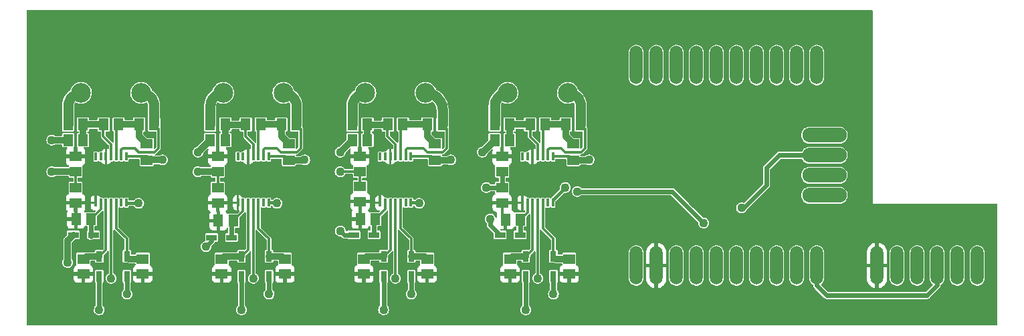
<source format=gbr>
%TF.GenerationSoftware,KiCad,Pcbnew,(6.0.9)*%
%TF.CreationDate,2022-12-27T14:58:47-08:00*%
%TF.ProjectId,esp32-poe-thermocouple-hat-prod-onboard,65737033-322d-4706-9f65-2d746865726d,rev?*%
%TF.SameCoordinates,Original*%
%TF.FileFunction,Copper,L1,Top*%
%TF.FilePolarity,Positive*%
%FSLAX46Y46*%
G04 Gerber Fmt 4.6, Leading zero omitted, Abs format (unit mm)*
G04 Created by KiCad (PCBNEW (6.0.9)) date 2022-12-27 14:58:47*
%MOMM*%
%LPD*%
G01*
G04 APERTURE LIST*
%TA.AperFunction,ComponentPad*%
%ADD10O,1.625600X4.876800*%
%TD*%
%TA.AperFunction,ComponentPad*%
%ADD11O,5.638800X1.879600*%
%TD*%
%TA.AperFunction,SMDPad,CuDef*%
%ADD12R,0.304800X0.990600*%
%TD*%
%TA.AperFunction,SMDPad,CuDef*%
%ADD13R,1.500000X1.200000*%
%TD*%
%TA.AperFunction,SMDPad,CuDef*%
%ADD14R,1.300000X1.500000*%
%TD*%
%TA.AperFunction,SMDPad,CuDef*%
%ADD15R,1.500000X1.300000*%
%TD*%
%TA.AperFunction,SMDPad,CuDef*%
%ADD16R,1.350000X0.800000*%
%TD*%
%TA.AperFunction,SMDPad,CuDef*%
%ADD17R,0.800000X1.350000*%
%TD*%
%TA.AperFunction,ComponentPad*%
%ADD18C,2.500000*%
%TD*%
%TA.AperFunction,ViaPad*%
%ADD19C,1.108000*%
%TD*%
%TA.AperFunction,Conductor*%
%ADD20C,1.270000*%
%TD*%
%TA.AperFunction,Conductor*%
%ADD21C,0.304800*%
%TD*%
%TA.AperFunction,Conductor*%
%ADD22C,0.812800*%
%TD*%
%TA.AperFunction,Conductor*%
%ADD23C,0.609600*%
%TD*%
%TA.AperFunction,Conductor*%
%ADD24C,0.610000*%
%TD*%
%TA.AperFunction,Conductor*%
%ADD25C,0.406400*%
%TD*%
G04 APERTURE END LIST*
D10*
%TO.P,BME280,6*%
%TO.N,SDO*%
X207391100Y-117383600D03*
%TO.P,BME280,5*%
%TO.N,CSB*%
X204851100Y-117383600D03*
%TO.P,BME280,4*%
%TO.N,GPIO5/SDA*%
X202311100Y-117383600D03*
%TO.P,BME280,3*%
%TO.N,GPIO4/SCL*%
X199771100Y-117383600D03*
%TO.P,BME280,2*%
%TO.N,GND*%
X197231100Y-117383600D03*
%TO.P,BME280,1*%
%TO.N,3.3V*%
X194691100Y-117383600D03*
%TD*%
%TO.P,JP1,10*%
%TO.N,GPIO5/SDA*%
X187071100Y-117383600D03*
%TO.P,JP1,9*%
%TO.N,GPIO4/SCL*%
X184531100Y-117383600D03*
%TO.P,JP1,8*%
%TO.N,GPIO03*%
X181991100Y-117383600D03*
%TO.P,JP1,7*%
%TO.N,GPIO02/CS1*%
X179451100Y-117383600D03*
%TO.P,JP1,6*%
%TO.N,GPIO01*%
X176911100Y-117383600D03*
%TO.P,JP1,5*%
%TO.N,GPIO00*%
X174371100Y-117383600D03*
%TO.P,JP1,4*%
%TO.N,ESP_EN*%
X171831100Y-117383600D03*
%TO.P,JP1,3*%
%TO.N,GND*%
X169291100Y-117383600D03*
%TO.P,JP1,2*%
%TO.N,3.3V*%
X166751100Y-117383600D03*
%TO.P,JP1,1*%
%TO.N,5V*%
X164211100Y-117383600D03*
%TD*%
%TO.P,JP2,10*%
%TO.N,GPIO13/SCK*%
X187071100Y-91983600D03*
%TO.P,JP2,9*%
%TO.N,GPIO14/MISO*%
X184531100Y-91983600D03*
%TO.P,JP2,8*%
%TO.N,GPIO15/MOSI*%
X181991100Y-91983600D03*
%TO.P,JP2,7*%
%TO.N,GPIO16/CS4*%
X179451100Y-91983600D03*
%TO.P,JP2,6*%
%TO.N,GPIO32/CS3*%
X176911100Y-91983600D03*
%TO.P,JP2,5*%
%TO.N,GPIO33/CS2*%
X174371100Y-91983600D03*
%TO.P,JP2,4*%
%TO.N,GPIO34*%
X171831100Y-91983600D03*
%TO.P,JP2,3*%
%TO.N,GPIO35*%
X169291100Y-91983600D03*
%TO.P,JP2,2*%
%TO.N,GPIO36*%
X166751100Y-91983600D03*
%TO.P,JP2,1*%
%TO.N,GPIO39*%
X164211100Y-91983600D03*
%TD*%
D11*
%TO.P,U$1,4*%
%TO.N,GPIO5/SDA*%
X188041100Y-108493600D03*
%TO.P,U$1,3*%
%TO.N,GPIO4/SCL*%
X188041100Y-105953600D03*
%TO.P,U$1,2*%
%TO.N,OLED_P2*%
X188041100Y-103413600D03*
%TO.P,U$1,1*%
%TO.N,OLED_P1*%
X188041100Y-100873600D03*
%TD*%
D12*
%TO.P,U2,14*%
%TO.N,GND*%
X153691100Y-109421400D03*
%TO.P,U2,13*%
%TO.N,N/C*%
X153041100Y-109421400D03*
%TO.P,U2,12*%
%TO.N,SDO_3V*%
X152391100Y-109421400D03*
%TO.P,U2,11*%
%TO.N,GPIO15/MOSI*%
X151741100Y-109421400D03*
%TO.P,U2,10*%
%TO.N,SCK_3V*%
X151091100Y-109421400D03*
%TO.P,U2,9*%
%TO.N,~{CS_3V}*%
X150441100Y-109421400D03*
%TO.P,U2,8*%
%TO.N,3.3V*%
X149791100Y-109421400D03*
%TO.P,U2,7*%
%TO.N,N/C*%
X149791100Y-103585800D03*
%TO.P,U2,6*%
X150441100Y-103585800D03*
%TO.P,U2,5*%
%TO.N,3.3V*%
X151091100Y-103585800D03*
%TO.P,U2,4*%
%TO.N,T+1*%
X151741100Y-103585800D03*
%TO.P,U2,3*%
%TO.N,T-1*%
X152391100Y-103585800D03*
%TO.P,U2,2*%
%TO.N,THERM-1*%
X153041100Y-103585800D03*
%TO.P,U2,1*%
%TO.N,GND*%
X153691100Y-103585800D03*
%TD*%
D13*
%TO.P,C1,2*%
%TO.N,T-1*%
X156241100Y-101953600D03*
%TO.P,C1,1*%
%TO.N,GND*%
X156241100Y-104053600D03*
%TD*%
D14*
%TO.P,C2,2*%
%TO.N,T+1*%
X150791100Y-99503600D03*
%TO.P,C2,1*%
%TO.N,T-1*%
X152691100Y-99503600D03*
%TD*%
%TO.P,C3,2*%
%TO.N,GND*%
X146291100Y-101503600D03*
%TO.P,C3,1*%
%TO.N,T+1*%
X148191100Y-101503600D03*
%TD*%
D15*
%TO.P,C4,2*%
%TO.N,GND*%
X147241100Y-105453600D03*
%TO.P,C4,1*%
%TO.N,3.3V*%
X147241100Y-103553600D03*
%TD*%
%TO.P,C5,2*%
%TO.N,GND*%
X147241100Y-107553600D03*
%TO.P,C5,1*%
%TO.N,3.3V*%
X147241100Y-109453600D03*
%TD*%
D14*
%TO.P,R1,2*%
%TO.N,T-1*%
X155291100Y-99503600D03*
%TO.P,R1,1*%
%TO.N,THERM-1*%
X157191100Y-99503600D03*
%TD*%
%TO.P,R2,2*%
%TO.N,T+1*%
X148191100Y-99503600D03*
%TO.P,R2,1*%
%TO.N,THERM+1*%
X146291100Y-99503600D03*
%TD*%
D16*
%TO.P,D1,A*%
%TO.N,~{CS_3V}*%
X149511100Y-113503600D03*
%TO.P,D1,C*%
%TO.N,GPIO02/CS1*%
X146971100Y-113503600D03*
%TD*%
D17*
%TO.P,D2,A*%
%TO.N,SCK_3V*%
X150241100Y-116233600D03*
%TO.P,D2,C*%
%TO.N,GPIO13/SCK*%
X150241100Y-118773600D03*
%TD*%
%TO.P,D3,A*%
%TO.N,SDO_3V*%
X153741100Y-116233600D03*
%TO.P,D3,C*%
%TO.N,GPIO14/MISO*%
X153741100Y-118773600D03*
%TD*%
D15*
%TO.P,R3,2*%
%TO.N,3.3V*%
X155741100Y-118453600D03*
%TO.P,R3,1*%
%TO.N,SDO_3V*%
X155741100Y-116553600D03*
%TD*%
%TO.P,R4,2*%
%TO.N,3.3V*%
X148241100Y-118453600D03*
%TO.P,R4,1*%
%TO.N,SCK_3V*%
X148241100Y-116553600D03*
%TD*%
D14*
%TO.P,R5,2*%
%TO.N,3.3V*%
X147671100Y-111563600D03*
%TO.P,R5,1*%
%TO.N,~{CS_3V}*%
X149571100Y-111563600D03*
%TD*%
D12*
%TO.P,U1,14*%
%TO.N,GND*%
X135691100Y-109421400D03*
%TO.P,U1,13*%
%TO.N,N/C*%
X135041100Y-109421400D03*
%TO.P,U1,12*%
%TO.N,SDO_3V1*%
X134391100Y-109421400D03*
%TO.P,U1,11*%
%TO.N,GPIO15/MOSI*%
X133741100Y-109421400D03*
%TO.P,U1,10*%
%TO.N,SCK_3V1*%
X133091100Y-109421400D03*
%TO.P,U1,9*%
%TO.N,~{CS_3V1}*%
X132441100Y-109421400D03*
%TO.P,U1,8*%
%TO.N,3.3V*%
X131791100Y-109421400D03*
%TO.P,U1,7*%
%TO.N,N/C*%
X131791100Y-103585800D03*
%TO.P,U1,6*%
X132441100Y-103585800D03*
%TO.P,U1,5*%
%TO.N,3.3V*%
X133091100Y-103585800D03*
%TO.P,U1,4*%
%TO.N,T+2*%
X133741100Y-103585800D03*
%TO.P,U1,3*%
%TO.N,T-2*%
X134391100Y-103585800D03*
%TO.P,U1,2*%
%TO.N,THERM-2*%
X135041100Y-103585800D03*
%TO.P,U1,1*%
%TO.N,GND*%
X135691100Y-103585800D03*
%TD*%
D13*
%TO.P,C6,2*%
%TO.N,T-2*%
X138741100Y-101953600D03*
%TO.P,C6,1*%
%TO.N,GND*%
X138741100Y-104053600D03*
%TD*%
D14*
%TO.P,C7,2*%
%TO.N,T+2*%
X132791100Y-99503600D03*
%TO.P,C7,1*%
%TO.N,T-2*%
X134691100Y-99503600D03*
%TD*%
%TO.P,C8,2*%
%TO.N,GND*%
X128291100Y-101503600D03*
%TO.P,C8,1*%
%TO.N,T+2*%
X130191100Y-101503600D03*
%TD*%
D15*
%TO.P,C9,2*%
%TO.N,GND*%
X129241100Y-105453600D03*
%TO.P,C9,1*%
%TO.N,3.3V*%
X129241100Y-103553600D03*
%TD*%
%TO.P,C10,2*%
%TO.N,GND*%
X129261100Y-107373600D03*
%TO.P,C10,1*%
%TO.N,3.3V*%
X129261100Y-109273600D03*
%TD*%
D14*
%TO.P,R6,2*%
%TO.N,T-2*%
X137791100Y-99503600D03*
%TO.P,R6,1*%
%TO.N,THERM-2*%
X139691100Y-99503600D03*
%TD*%
%TO.P,R7,2*%
%TO.N,T+2*%
X130191100Y-99503600D03*
%TO.P,R7,1*%
%TO.N,THERM+2*%
X128291100Y-99503600D03*
%TD*%
D16*
%TO.P,D4,A*%
%TO.N,~{CS_3V1}*%
X131011100Y-113503600D03*
%TO.P,D4,C*%
%TO.N,GPIO33/CS2*%
X128471100Y-113503600D03*
%TD*%
D17*
%TO.P,D5,A*%
%TO.N,SCK_3V1*%
X132241100Y-116233600D03*
%TO.P,D5,C*%
%TO.N,GPIO13/SCK*%
X132241100Y-118773600D03*
%TD*%
%TO.P,D6,A*%
%TO.N,SDO_3V1*%
X135741100Y-116233600D03*
%TO.P,D6,C*%
%TO.N,GPIO14/MISO*%
X135741100Y-118773600D03*
%TD*%
D15*
%TO.P,R8,2*%
%TO.N,3.3V*%
X137741100Y-118453600D03*
%TO.P,R8,1*%
%TO.N,SDO_3V1*%
X137741100Y-116553600D03*
%TD*%
%TO.P,R9,2*%
%TO.N,3.3V*%
X129741100Y-118453600D03*
%TO.P,R9,1*%
%TO.N,SCK_3V1*%
X129741100Y-116553600D03*
%TD*%
D14*
%TO.P,R10,2*%
%TO.N,3.3V*%
X129291100Y-111503600D03*
%TO.P,R10,1*%
%TO.N,~{CS_3V1}*%
X131191100Y-111503600D03*
%TD*%
D12*
%TO.P,U3,14*%
%TO.N,GND*%
X117691100Y-109421400D03*
%TO.P,U3,13*%
%TO.N,N/C*%
X117041100Y-109421400D03*
%TO.P,U3,12*%
%TO.N,SDO_3V2*%
X116391100Y-109421400D03*
%TO.P,U3,11*%
%TO.N,GPIO15/MOSI*%
X115741100Y-109421400D03*
%TO.P,U3,10*%
%TO.N,SCK_3V2*%
X115091100Y-109421400D03*
%TO.P,U3,9*%
%TO.N,~{CS_3V2}*%
X114441100Y-109421400D03*
%TO.P,U3,8*%
%TO.N,3.3V*%
X113791100Y-109421400D03*
%TO.P,U3,7*%
%TO.N,N/C*%
X113791100Y-103585800D03*
%TO.P,U3,6*%
X114441100Y-103585800D03*
%TO.P,U3,5*%
%TO.N,3.3V*%
X115091100Y-103585800D03*
%TO.P,U3,4*%
%TO.N,T+3*%
X115741100Y-103585800D03*
%TO.P,U3,3*%
%TO.N,T-3*%
X116391100Y-103585800D03*
%TO.P,U3,2*%
%TO.N,THERM-3*%
X117041100Y-103585800D03*
%TO.P,U3,1*%
%TO.N,GND*%
X117691100Y-103585800D03*
%TD*%
D13*
%TO.P,C11,2*%
%TO.N,T-3*%
X120241100Y-101953600D03*
%TO.P,C11,1*%
%TO.N,GND*%
X120241100Y-104053600D03*
%TD*%
D14*
%TO.P,C12,2*%
%TO.N,T+3*%
X114791100Y-99503600D03*
%TO.P,C12,1*%
%TO.N,T-3*%
X116691100Y-99503600D03*
%TD*%
%TO.P,C13,2*%
%TO.N,GND*%
X110291100Y-101503600D03*
%TO.P,C13,1*%
%TO.N,T+3*%
X112191100Y-101503600D03*
%TD*%
D15*
%TO.P,C14,2*%
%TO.N,GND*%
X111241100Y-105453600D03*
%TO.P,C14,1*%
%TO.N,3.3V*%
X111241100Y-103553600D03*
%TD*%
%TO.P,C15,2*%
%TO.N,GND*%
X111241100Y-107553600D03*
%TO.P,C15,1*%
%TO.N,3.3V*%
X111241100Y-109453600D03*
%TD*%
D14*
%TO.P,R11,2*%
%TO.N,T-3*%
X119291100Y-99503600D03*
%TO.P,R11,1*%
%TO.N,THERM-3*%
X121191100Y-99503600D03*
%TD*%
%TO.P,R12,2*%
%TO.N,T+3*%
X112191100Y-99503600D03*
%TO.P,R12,1*%
%TO.N,THERM+3*%
X110291100Y-99503600D03*
%TD*%
D16*
%TO.P,D7,A*%
%TO.N,~{CS_3V2}*%
X112991100Y-113843600D03*
%TO.P,D7,C*%
%TO.N,GPIO32/CS3*%
X110451100Y-113843600D03*
%TD*%
D17*
%TO.P,D8,A*%
%TO.N,SCK_3V2*%
X114241100Y-116233600D03*
%TO.P,D8,C*%
%TO.N,GPIO13/SCK*%
X114241100Y-118773600D03*
%TD*%
%TO.P,D9,A*%
%TO.N,SDO_3V2*%
X117741100Y-116233600D03*
%TO.P,D9,C*%
%TO.N,GPIO14/MISO*%
X117741100Y-118773600D03*
%TD*%
D15*
%TO.P,R13,2*%
%TO.N,3.3V*%
X119741100Y-118453600D03*
%TO.P,R13,1*%
%TO.N,SDO_3V2*%
X119741100Y-116553600D03*
%TD*%
%TO.P,R14,2*%
%TO.N,3.3V*%
X111741100Y-118453600D03*
%TO.P,R14,1*%
%TO.N,SCK_3V2*%
X111741100Y-116553600D03*
%TD*%
D14*
%TO.P,R15,2*%
%TO.N,3.3V*%
X111311100Y-111703600D03*
%TO.P,R15,1*%
%TO.N,~{CS_3V2}*%
X113211100Y-111703600D03*
%TD*%
D12*
%TO.P,U4,14*%
%TO.N,GND*%
X99691100Y-109421400D03*
%TO.P,U4,13*%
%TO.N,N/C*%
X99041100Y-109421400D03*
%TO.P,U4,12*%
%TO.N,SDO_3V3*%
X98391100Y-109421400D03*
%TO.P,U4,11*%
%TO.N,GPIO15/MOSI*%
X97741100Y-109421400D03*
%TO.P,U4,10*%
%TO.N,SCK_3V3*%
X97091100Y-109421400D03*
%TO.P,U4,9*%
%TO.N,~{CS_3V3}*%
X96441100Y-109421400D03*
%TO.P,U4,8*%
%TO.N,3.3V*%
X95791100Y-109421400D03*
%TO.P,U4,7*%
%TO.N,N/C*%
X95791100Y-103585800D03*
%TO.P,U4,6*%
X96441100Y-103585800D03*
%TO.P,U4,5*%
%TO.N,3.3V*%
X97091100Y-103585800D03*
%TO.P,U4,4*%
%TO.N,T+4*%
X97741100Y-103585800D03*
%TO.P,U4,3*%
%TO.N,T-4*%
X98391100Y-103585800D03*
%TO.P,U4,2*%
%TO.N,THERM-4*%
X99041100Y-103585800D03*
%TO.P,U4,1*%
%TO.N,GND*%
X99691100Y-103585800D03*
%TD*%
D13*
%TO.P,C16,2*%
%TO.N,T-4*%
X102241100Y-101953600D03*
%TO.P,C16,1*%
%TO.N,GND*%
X102241100Y-104053600D03*
%TD*%
D14*
%TO.P,C17,2*%
%TO.N,T+4*%
X96791100Y-99503600D03*
%TO.P,C17,1*%
%TO.N,T-4*%
X98691100Y-99503600D03*
%TD*%
%TO.P,C18,2*%
%TO.N,GND*%
X92291100Y-101503600D03*
%TO.P,C18,1*%
%TO.N,T+4*%
X94191100Y-101503600D03*
%TD*%
D15*
%TO.P,C19,2*%
%TO.N,GND*%
X93241100Y-105453600D03*
%TO.P,C19,1*%
%TO.N,3.3V*%
X93241100Y-103553600D03*
%TD*%
%TO.P,C20,2*%
%TO.N,GND*%
X93241100Y-107553600D03*
%TO.P,C20,1*%
%TO.N,3.3V*%
X93241100Y-109453600D03*
%TD*%
D14*
%TO.P,R16,2*%
%TO.N,T-4*%
X101291100Y-99503600D03*
%TO.P,R16,1*%
%TO.N,THERM-4*%
X103191100Y-99503600D03*
%TD*%
%TO.P,R17,2*%
%TO.N,T+4*%
X94191100Y-99503600D03*
%TO.P,R17,1*%
%TO.N,THERM+4*%
X92291100Y-99503600D03*
%TD*%
D16*
%TO.P,D10,A*%
%TO.N,~{CS_3V3}*%
X95511100Y-113503600D03*
%TO.P,D10,C*%
%TO.N,GPIO16/CS4*%
X92971100Y-113503600D03*
%TD*%
D17*
%TO.P,D11,A*%
%TO.N,SCK_3V3*%
X96241100Y-116233600D03*
%TO.P,D11,C*%
%TO.N,GPIO13/SCK*%
X96241100Y-118773600D03*
%TD*%
%TO.P,D12,A*%
%TO.N,SDO_3V3*%
X99741100Y-116233600D03*
%TO.P,D12,C*%
%TO.N,GPIO14/MISO*%
X99741100Y-118773600D03*
%TD*%
D15*
%TO.P,R18,2*%
%TO.N,3.3V*%
X101741100Y-118453600D03*
%TO.P,R18,1*%
%TO.N,SDO_3V3*%
X101741100Y-116553600D03*
%TD*%
%TO.P,R19,2*%
%TO.N,3.3V*%
X94241100Y-118453600D03*
%TO.P,R19,1*%
%TO.N,SCK_3V3*%
X94241100Y-116553600D03*
%TD*%
D14*
%TO.P,R20,2*%
%TO.N,3.3V*%
X93291100Y-111503600D03*
%TO.P,R20,1*%
%TO.N,~{CS_3V3}*%
X95191100Y-111503600D03*
%TD*%
D18*
%TO.P,J1,2*%
%TO.N,THERM-1*%
X155551100Y-95503600D03*
%TO.P,J1,1*%
%TO.N,THERM+1*%
X147931100Y-95503600D03*
%TD*%
%TO.P,J2,2*%
%TO.N,THERM-2*%
X137551100Y-95503600D03*
%TO.P,J2,1*%
%TO.N,THERM+2*%
X129931100Y-95503600D03*
%TD*%
%TO.P,J3,2*%
%TO.N,THERM-3*%
X119551100Y-95503600D03*
%TO.P,J3,1*%
%TO.N,THERM+3*%
X111931100Y-95503600D03*
%TD*%
%TO.P,J4,2*%
%TO.N,THERM-4*%
X101551100Y-95503600D03*
%TO.P,J4,1*%
%TO.N,THERM+4*%
X93931100Y-95503600D03*
%TD*%
D19*
%TO.N,GPIO33/CS2*%
X126741100Y-113003600D03*
%TO.N,GPIO02/CS1*%
X145741100Y-111503600D03*
X156741100Y-108003600D03*
X172741100Y-112003600D03*
%TO.N,GPIO16/CS4*%
X92241100Y-117003600D03*
%TO.N,GPIO32/CS3*%
X109741100Y-115003600D03*
%TO.N,3.3V*%
X175958600Y-110081100D03*
%TO.N,OLED_P2*%
X177546100Y-110081100D03*
%TO.N,GPIO13/SCK*%
X96241100Y-123003600D03*
X114241100Y-123003600D03*
X132241100Y-123003600D03*
X150241100Y-123003600D03*
%TO.N,GPIO14/MISO*%
X99741100Y-121003600D03*
X117741100Y-121003600D03*
X135741100Y-121003600D03*
X153741100Y-121003600D03*
%TO.N,GPIO15/MOSI*%
X97741100Y-119003600D03*
X115741100Y-119003600D03*
X133741100Y-119003600D03*
X151741100Y-119003600D03*
%TO.N,GND*%
X90241100Y-105503600D03*
X90241100Y-101503600D03*
X104241100Y-104003600D03*
X101241100Y-109503600D03*
X108741100Y-103003600D03*
X122241100Y-104003600D03*
X108741100Y-105503600D03*
X118741100Y-109503600D03*
X136741100Y-109503600D03*
X126741100Y-103003600D03*
X126741100Y-105503600D03*
X140741100Y-104003600D03*
X155241100Y-107503600D03*
X158241100Y-104003600D03*
X144741100Y-103003600D03*
X145241100Y-107503600D03*
%TD*%
D20*
%TO.N,THERM+4*%
X93424312Y-95583867D02*
X93931100Y-95503600D01*
X93186556Y-95682349D02*
X93424312Y-95583867D01*
X92967132Y-95816812D02*
X93186556Y-95682349D01*
X92771445Y-95983945D02*
X92967132Y-95816812D01*
X92604312Y-96179632D02*
X92771445Y-95983945D01*
X92469849Y-96399056D02*
X92604312Y-96179632D01*
X92371367Y-96636812D02*
X92469849Y-96399056D01*
X92311291Y-96887047D02*
X92371367Y-96636812D01*
X92291100Y-97143600D02*
X92311291Y-96887047D01*
X92291100Y-99503600D02*
X92291100Y-97143600D01*
%TO.N,THERM-1*%
X156057888Y-95583867D02*
X155551100Y-95503600D01*
X156295644Y-95682349D02*
X156057888Y-95583867D01*
X156515068Y-95816812D02*
X156295644Y-95682349D01*
X156710755Y-95983945D02*
X156515068Y-95816812D01*
X156877888Y-96179632D02*
X156710755Y-95983945D01*
X157012351Y-96399056D02*
X156877888Y-96179632D01*
X157110833Y-96636812D02*
X157012351Y-96399056D01*
X157170909Y-96887047D02*
X157110833Y-96636812D01*
X157191100Y-97143600D02*
X157170909Y-96887047D01*
X157191100Y-99503600D02*
X157191100Y-97143600D01*
D21*
X157741100Y-100053600D02*
X157191100Y-99503600D01*
X157741100Y-102503600D02*
X157741100Y-100053600D01*
X157241100Y-103003600D02*
X157741100Y-102503600D01*
X155241100Y-103003600D02*
X157241100Y-103003600D01*
X154741100Y-102503600D02*
X155241100Y-103003600D01*
X153241100Y-102503600D02*
X154741100Y-102503600D01*
X153041100Y-102703600D02*
X153241100Y-102503600D01*
X153041100Y-103585800D02*
X153041100Y-102703600D01*
D20*
%TO.N,THERM-2*%
X137855654Y-95525382D02*
X137551100Y-95503600D01*
X138154008Y-95590285D02*
X137855654Y-95525382D01*
X138440088Y-95696988D02*
X138154008Y-95590285D01*
X138708071Y-95843317D02*
X138440088Y-95696988D01*
X138952502Y-96026296D02*
X138708071Y-95843317D01*
X139168404Y-96242198D02*
X138952502Y-96026296D01*
X139351383Y-96486629D02*
X139168404Y-96242198D01*
X139497712Y-96754612D02*
X139351383Y-96486629D01*
X139604415Y-97040692D02*
X139497712Y-96754612D01*
X139669318Y-97339046D02*
X139604415Y-97040692D01*
X139691100Y-97643600D02*
X139669318Y-97339046D01*
X139691100Y-99503600D02*
X139691100Y-97643600D01*
D21*
X140241100Y-100053600D02*
X139691100Y-99503600D01*
X140241100Y-102503600D02*
X140241100Y-100053600D01*
X139741100Y-103003600D02*
X140241100Y-102503600D01*
X137741100Y-103003600D02*
X139741100Y-103003600D01*
X137241100Y-102503600D02*
X137741100Y-103003600D01*
X135241100Y-102503600D02*
X137241100Y-102503600D01*
X135041100Y-102703600D02*
X135241100Y-102503600D01*
X135041100Y-103585800D02*
X135041100Y-102703600D01*
%TO.N,THERM-3*%
X119241100Y-103003600D02*
X121241100Y-103003600D01*
X118741100Y-102503600D02*
X119241100Y-103003600D01*
X121741100Y-100053600D02*
X121191100Y-99503600D01*
X121741100Y-102503600D02*
X121741100Y-100053600D01*
X121241100Y-103003600D02*
X121741100Y-102503600D01*
X117241100Y-102503600D02*
X118741100Y-102503600D01*
X117041100Y-102703600D02*
X117241100Y-102503600D01*
X117041100Y-103585800D02*
X117041100Y-102703600D01*
D20*
X120057888Y-95583867D02*
X119551100Y-95503600D01*
X120295644Y-95682349D02*
X120057888Y-95583867D01*
X120515068Y-95816812D02*
X120295644Y-95682349D01*
X120710755Y-95983945D02*
X120515068Y-95816812D01*
X120877888Y-96179632D02*
X120710755Y-95983945D01*
X121012351Y-96399056D02*
X120877888Y-96179632D01*
X121110833Y-96636812D02*
X121012351Y-96399056D01*
X121170909Y-96887047D02*
X121110833Y-96636812D01*
X121191100Y-97143600D02*
X121170909Y-96887047D01*
X121191100Y-99503600D02*
X121191100Y-97143600D01*
D22*
%TO.N,T+3*%
X112191100Y-99503600D02*
X112191100Y-101503600D01*
D21*
X112241100Y-99553600D02*
X112191100Y-99503600D01*
D22*
X114741100Y-99553600D02*
X112241100Y-99553600D01*
D21*
X114741100Y-99553600D02*
X114791100Y-99503600D01*
X114741100Y-101003600D02*
X114741100Y-99553600D01*
X115741100Y-102003600D02*
X114741100Y-101003600D01*
X115741100Y-103585800D02*
X115741100Y-102003600D01*
D22*
%TO.N,T-3*%
X119291100Y-101003600D02*
X120241100Y-101953600D01*
X119291100Y-99503600D02*
X119291100Y-101003600D01*
X116691100Y-99503600D02*
X119291100Y-99503600D01*
D21*
X116391100Y-99803600D02*
X116691100Y-99503600D01*
X116391100Y-103585800D02*
X116391100Y-99803600D01*
D22*
%TO.N,T+2*%
X130191100Y-99503600D02*
X130191100Y-101503600D01*
D21*
X130241100Y-99553600D02*
X130191100Y-99503600D01*
D22*
X132741100Y-99553600D02*
X130241100Y-99553600D01*
D21*
X132741100Y-99553600D02*
X132791100Y-99503600D01*
X132741100Y-101003600D02*
X132741100Y-99553600D01*
X133741100Y-102003600D02*
X132741100Y-101003600D01*
X133741100Y-103585800D02*
X133741100Y-102003600D01*
D22*
%TO.N,T-2*%
X137791100Y-101003600D02*
X138741100Y-101953600D01*
X137791100Y-99503600D02*
X137791100Y-101003600D01*
X134691100Y-99503600D02*
X137791100Y-99503600D01*
D21*
X134391100Y-99803600D02*
X134691100Y-99503600D01*
X134391100Y-103585800D02*
X134391100Y-99803600D01*
%TO.N,T+1*%
X150791100Y-101053600D02*
X150791100Y-99503600D01*
X151741100Y-102003600D02*
X150791100Y-101053600D01*
D22*
X148191100Y-101503600D02*
X148191100Y-99503600D01*
X150791100Y-99503600D02*
X148191100Y-99503600D01*
D21*
X151741100Y-103585800D02*
X151741100Y-102003600D01*
D22*
%TO.N,T-1*%
X155291100Y-101003600D02*
X155291100Y-99503600D01*
X156241100Y-101953600D02*
X155291100Y-101003600D01*
X155291100Y-99503600D02*
X152691100Y-99503600D01*
D21*
X152391100Y-99703600D02*
X152691100Y-99503600D01*
X152391100Y-103585800D02*
X152391100Y-99703600D01*
D23*
%TO.N,GPIO33/CS2*%
X127241100Y-113503600D02*
X126741100Y-113003600D01*
X128471100Y-113503600D02*
X127241100Y-113503600D01*
%TO.N,GPIO02/CS1*%
X145741100Y-112273600D02*
X145741100Y-111503600D01*
X146971100Y-113503600D02*
X145741100Y-112273600D01*
X168741100Y-108003600D02*
X156741100Y-108003600D01*
X172741100Y-112003600D02*
X168741100Y-108003600D01*
D22*
%TO.N,GPIO16/CS4*%
X92241100Y-114233600D02*
X92971100Y-113503600D01*
X92241100Y-117003600D02*
X92241100Y-114233600D01*
D23*
%TO.N,GPIO32/CS3*%
X110451100Y-114293600D02*
X109741100Y-115003600D01*
D21*
X110451100Y-113843600D02*
X110451100Y-114293600D01*
D22*
%TO.N,SDO_3V3*%
X100061100Y-116553600D02*
X101741100Y-116553600D01*
D21*
X99741100Y-116233600D02*
X100061100Y-116553600D01*
X99741100Y-114003600D02*
X99741100Y-116233600D01*
X98391100Y-112653600D02*
X99741100Y-114003600D01*
X98391100Y-109421400D02*
X98391100Y-112653600D01*
D22*
%TO.N,SCK_3V3*%
X94561100Y-116233600D02*
X96241100Y-116233600D01*
D21*
X94241100Y-116553600D02*
X94561100Y-116233600D01*
X97091100Y-115383600D02*
X96241100Y-116233600D01*
X97091100Y-109421400D02*
X97091100Y-115383600D01*
D23*
%TO.N,~{CS_3V3}*%
X95191100Y-113683600D02*
X95191100Y-111503600D01*
D21*
X95511100Y-113503600D02*
X95191100Y-113683600D01*
X96441100Y-110253600D02*
X95191100Y-111503600D01*
X96441100Y-109421400D02*
X96441100Y-110253600D01*
D20*
%TO.N,THERM+3*%
X111424312Y-95583867D02*
X111931100Y-95503600D01*
X111186556Y-95682349D02*
X111424312Y-95583867D01*
X110967132Y-95816812D02*
X111186556Y-95682349D01*
X110771445Y-95983945D02*
X110967132Y-95816812D01*
X110604312Y-96179632D02*
X110771445Y-95983945D01*
X110469849Y-96399056D02*
X110604312Y-96179632D01*
X110371367Y-96636812D02*
X110469849Y-96399056D01*
X110311291Y-96887047D02*
X110371367Y-96636812D01*
X110291100Y-97143600D02*
X110311291Y-96887047D01*
X110291100Y-99503600D02*
X110291100Y-97143600D01*
D21*
%TO.N,SDO_3V2*%
X119421100Y-116233600D02*
X119741100Y-116553600D01*
D22*
X117741100Y-116233600D02*
X119421100Y-116233600D01*
D21*
X117741100Y-114003600D02*
X117741100Y-116233600D01*
X116391100Y-112653600D02*
X117741100Y-114003600D01*
X116391100Y-109421400D02*
X116391100Y-112653600D01*
%TO.N,SCK_3V2*%
X112061100Y-116233600D02*
X111741100Y-116553600D01*
D22*
X114241100Y-116233600D02*
X112061100Y-116233600D01*
D21*
X115091100Y-115383600D02*
X114241100Y-116233600D01*
X115091100Y-109421400D02*
X115091100Y-115383600D01*
D23*
%TO.N,~{CS_3V2}*%
X112991100Y-111923600D02*
X112991100Y-113843600D01*
D21*
X113211100Y-111703600D02*
X112991100Y-111923600D01*
X114441100Y-110473600D02*
X113211100Y-111703600D01*
X114441100Y-109421400D02*
X114441100Y-110473600D01*
D20*
%TO.N,THERM+2*%
X129424312Y-95583867D02*
X129931100Y-95503600D01*
X129186556Y-95682349D02*
X129424312Y-95583867D01*
X128967132Y-95816812D02*
X129186556Y-95682349D01*
X128771445Y-95983945D02*
X128967132Y-95816812D01*
X128604312Y-96179632D02*
X128771445Y-95983945D01*
X128469849Y-96399056D02*
X128604312Y-96179632D01*
X128371367Y-96636812D02*
X128469849Y-96399056D01*
X128311291Y-96887047D02*
X128371367Y-96636812D01*
X128291100Y-97143600D02*
X128311291Y-96887047D01*
X128291100Y-99503600D02*
X128291100Y-97143600D01*
D21*
%TO.N,SDO_3V1*%
X135741100Y-114003600D02*
X135741100Y-116233600D01*
X134391100Y-112653600D02*
X135741100Y-114003600D01*
X134391100Y-109421400D02*
X134391100Y-112653600D01*
X137421100Y-116233600D02*
X137741100Y-116553600D01*
D22*
X135741100Y-116233600D02*
X137421100Y-116233600D01*
D21*
%TO.N,SCK_3V1*%
X130061100Y-116233600D02*
X129741100Y-116553600D01*
D22*
X132241100Y-116233600D02*
X130061100Y-116233600D01*
D21*
X133091100Y-115383600D02*
X132241100Y-116233600D01*
X133091100Y-109421400D02*
X133091100Y-115383600D01*
%TO.N,~{CS_3V1}*%
X131011100Y-111683600D02*
X131191100Y-111503600D01*
D23*
X131011100Y-113503600D02*
X131011100Y-111683600D01*
D21*
X132441100Y-110253600D02*
X131191100Y-111503600D01*
X132441100Y-109421400D02*
X132441100Y-110253600D01*
D20*
%TO.N,THERM+1*%
X147424312Y-95583867D02*
X147931100Y-95503600D01*
X147186556Y-95682349D02*
X147424312Y-95583867D01*
X146967132Y-95816812D02*
X147186556Y-95682349D01*
X146771445Y-95983945D02*
X146967132Y-95816812D01*
X146604312Y-96179632D02*
X146771445Y-95983945D01*
X146469849Y-96399056D02*
X146604312Y-96179632D01*
X146371367Y-96636812D02*
X146469849Y-96399056D01*
X146311291Y-96887047D02*
X146371367Y-96636812D01*
X146291100Y-97143600D02*
X146311291Y-96887047D01*
X146291100Y-99503600D02*
X146291100Y-97143600D01*
D21*
%TO.N,SDO_3V*%
X153741100Y-114003600D02*
X153741100Y-116233600D01*
X152391100Y-112653600D02*
X153741100Y-114003600D01*
X152391100Y-109421400D02*
X152391100Y-112653600D01*
X154061100Y-116553600D02*
X153741100Y-116233600D01*
D22*
X155741100Y-116553600D02*
X154061100Y-116553600D01*
D21*
%TO.N,SCK_3V*%
X148561100Y-116233600D02*
X148241100Y-116553600D01*
D22*
X150241100Y-116233600D02*
X148561100Y-116233600D01*
D21*
X151091100Y-115383600D02*
X150241100Y-116233600D01*
X151091100Y-109421400D02*
X151091100Y-115383600D01*
%TO.N,~{CS_3V}*%
X149511100Y-111623600D02*
X149571100Y-111563600D01*
D23*
X149511100Y-113503600D02*
X149511100Y-111623600D01*
D21*
X150441100Y-110693600D02*
X149571100Y-111563600D01*
X150441100Y-109421400D02*
X150441100Y-110693600D01*
%TO.N,3.3V*%
X147241100Y-111133600D02*
X147241100Y-109453600D01*
X147671100Y-111563600D02*
X147241100Y-111133600D01*
D22*
%TO.N,T+4*%
X94191100Y-99503600D02*
X94191100Y-101503600D01*
D21*
X96741100Y-99553600D02*
X96791100Y-99503600D01*
X96741100Y-101003600D02*
X96741100Y-99553600D01*
X97741100Y-102003600D02*
X96741100Y-101003600D01*
X97741100Y-103585800D02*
X97741100Y-102003600D01*
D22*
X94191100Y-99503600D02*
X96791100Y-99503600D01*
D21*
%TO.N,T-4*%
X98391100Y-99803600D02*
X98691100Y-99503600D01*
X98391100Y-103585800D02*
X98391100Y-99803600D01*
D22*
X101291100Y-101003600D02*
X102241100Y-101953600D01*
X101291100Y-99503600D02*
X101291100Y-101003600D01*
X98691100Y-99503600D02*
X101291100Y-99503600D01*
D20*
%TO.N,THERM-4*%
X102057888Y-95583867D02*
X101551100Y-95503600D01*
X102295644Y-95682349D02*
X102057888Y-95583867D01*
X102515068Y-95816812D02*
X102295644Y-95682349D01*
X102710755Y-95983945D02*
X102515068Y-95816812D01*
X102877888Y-96179632D02*
X102710755Y-95983945D01*
X103012351Y-96399056D02*
X102877888Y-96179632D01*
X103110833Y-96636812D02*
X103012351Y-96399056D01*
X103170909Y-96887047D02*
X103110833Y-96636812D01*
X103191100Y-97143600D02*
X103170909Y-96887047D01*
X103191100Y-99503600D02*
X103191100Y-97143600D01*
D21*
X103741100Y-100053600D02*
X103191100Y-99503600D01*
X103741100Y-102503600D02*
X103741100Y-100053600D01*
X103241100Y-103003600D02*
X103741100Y-102503600D01*
X101241100Y-103003600D02*
X103241100Y-103003600D01*
X100741100Y-102503600D02*
X101241100Y-103003600D01*
X99241100Y-102503600D02*
X100741100Y-102503600D01*
X99041100Y-102703600D02*
X99241100Y-102503600D01*
X99041100Y-103585800D02*
X99041100Y-102703600D01*
D24*
%TO.N,OLED_P2*%
X180721100Y-105001100D02*
X182308600Y-103413600D01*
X180721100Y-107223600D02*
X180721100Y-105001100D01*
X177863600Y-110081100D02*
X180721100Y-107223600D01*
X177546100Y-110081100D02*
X177863600Y-110081100D01*
X182308600Y-103413600D02*
X188041100Y-103413600D01*
D23*
%TO.N,GPIO13/SCK*%
X96241100Y-118773600D02*
X96241100Y-123003600D01*
X114241100Y-118773600D02*
X114241100Y-123003600D01*
X132241100Y-118773600D02*
X132241100Y-123003600D01*
X150241100Y-118773600D02*
X150241100Y-123003600D01*
%TO.N,GPIO14/MISO*%
X99741100Y-118773600D02*
X99741100Y-121003600D01*
X117741100Y-118773600D02*
X117741100Y-121003600D01*
X135741100Y-118773600D02*
X135741100Y-121003600D01*
X153741100Y-118773600D02*
X153741100Y-121003600D01*
D21*
%TO.N,GPIO15/MOSI*%
X97741100Y-109421400D02*
X97741100Y-119003600D01*
X115741100Y-109421400D02*
X115741100Y-119003600D01*
X133741100Y-109421400D02*
X133741100Y-119003600D01*
X151741100Y-109421400D02*
X151741100Y-119003600D01*
D23*
%TO.N,GPIO5/SDA*%
X202311100Y-119923600D02*
X202311100Y-117383600D01*
X201041100Y-121193600D02*
X202311100Y-119923600D01*
X188341100Y-121193600D02*
X201041100Y-121193600D01*
X187071100Y-119923600D02*
X188341100Y-121193600D01*
X187071100Y-117383600D02*
X187071100Y-119923600D01*
%TO.N,GND*%
X90291100Y-105453600D02*
X90241100Y-105503600D01*
D22*
X93241100Y-105453600D02*
X90291100Y-105453600D01*
D21*
X93241100Y-105453600D02*
X93241100Y-107553600D01*
D22*
X92291100Y-101503600D02*
X90241100Y-101503600D01*
D21*
X102661307Y-103758023D02*
X102741100Y-104003600D01*
X102568877Y-103665593D02*
X102661307Y-103758023D01*
X102452407Y-103606249D02*
X102568877Y-103665593D01*
X102323300Y-103585800D02*
X102452407Y-103606249D01*
X99691100Y-103585800D02*
X102323300Y-103585800D01*
D22*
X102741100Y-104003600D02*
X104241100Y-104003600D01*
D21*
X102291100Y-104003600D02*
X102741100Y-104003600D01*
X102241100Y-104053600D02*
X102291100Y-104003600D01*
D25*
X99773300Y-109503600D02*
X101241100Y-109503600D01*
D21*
X99691100Y-109421400D02*
X99773300Y-109503600D01*
D22*
X110241100Y-101503600D02*
X108741100Y-103003600D01*
D21*
X110291100Y-101503600D02*
X110241100Y-101503600D01*
X122191100Y-104053600D02*
X122241100Y-104003600D01*
D22*
X120241100Y-104053600D02*
X122191100Y-104053600D01*
D21*
X120151758Y-103778634D02*
X120241100Y-104053600D01*
X120048266Y-103675142D02*
X120151758Y-103778634D01*
X119917858Y-103608696D02*
X120048266Y-103675142D01*
X119773300Y-103585800D02*
X119917858Y-103608696D01*
X117691100Y-103585800D02*
X119773300Y-103585800D01*
X108791100Y-105453600D02*
X108741100Y-105503600D01*
D22*
X111241100Y-105453600D02*
X108791100Y-105453600D01*
D21*
X111241100Y-105453600D02*
X111241100Y-107553600D01*
X118658900Y-109421400D02*
X118741100Y-109503600D01*
D25*
X117691100Y-109421400D02*
X118658900Y-109421400D01*
D21*
X138273300Y-103585800D02*
X138741100Y-104053600D01*
X135691100Y-103585800D02*
X138273300Y-103585800D01*
X140691100Y-104053600D02*
X140741100Y-104003600D01*
D22*
X138741100Y-104053600D02*
X140691100Y-104053600D01*
D21*
X136658900Y-109421400D02*
X136741100Y-109503600D01*
D25*
X135691100Y-109421400D02*
X136658900Y-109421400D01*
D22*
X128241100Y-101503600D02*
X126741100Y-103003600D01*
D21*
X128291100Y-101503600D02*
X128241100Y-101503600D01*
X126791100Y-105453600D02*
X126741100Y-105503600D01*
X129241100Y-105453600D02*
X126791100Y-105453600D01*
X129241100Y-107353600D02*
X129261100Y-107373600D01*
X129241100Y-105453600D02*
X129241100Y-107353600D01*
D25*
X153691100Y-109053600D02*
X155241100Y-107503600D01*
D21*
X153691100Y-109421400D02*
X153691100Y-109053600D01*
X158191100Y-104053600D02*
X158241100Y-104003600D01*
D22*
X156241100Y-104053600D02*
X158191100Y-104053600D01*
D21*
X155773300Y-103585800D02*
X156241100Y-104053600D01*
X153691100Y-103585800D02*
X155773300Y-103585800D01*
D23*
X144791100Y-103003600D02*
X144741100Y-103003600D01*
D22*
X146291100Y-101503600D02*
X144791100Y-103003600D01*
D23*
X147241100Y-105453600D02*
X147241100Y-107553600D01*
X147191100Y-107503600D02*
X145241100Y-107503600D01*
X147241100Y-107553600D02*
X147191100Y-107503600D01*
%TD*%
%TA.AperFunction,Conductor*%
%TO.N,3.3V*%
G36*
X194108631Y-85023813D02*
G01*
X194145176Y-85074113D01*
X194150100Y-85105200D01*
X194150100Y-109573402D01*
X194150018Y-109573600D01*
X194150100Y-109573798D01*
X194150335Y-109574365D01*
X194151100Y-109574682D01*
X194151298Y-109574600D01*
X209829500Y-109574600D01*
X209888631Y-109593813D01*
X209925176Y-109644113D01*
X209930100Y-109675200D01*
X209930100Y-124902000D01*
X209910887Y-124961131D01*
X209860587Y-124997676D01*
X209829500Y-125002600D01*
X87172700Y-125002600D01*
X87113569Y-124983387D01*
X87077024Y-124933087D01*
X87072100Y-124902000D01*
X87072100Y-122996411D01*
X95554633Y-122996411D01*
X95555298Y-123002433D01*
X95572067Y-123154336D01*
X95572068Y-123154340D01*
X95572733Y-123160364D01*
X95629420Y-123315267D01*
X95632806Y-123320306D01*
X95638447Y-123328700D01*
X95721419Y-123452177D01*
X95725905Y-123456259D01*
X95725906Y-123456260D01*
X95739115Y-123468279D01*
X95843421Y-123563189D01*
X95988381Y-123641896D01*
X95994251Y-123643436D01*
X96142064Y-123682214D01*
X96142065Y-123682214D01*
X96147931Y-123683753D01*
X96226671Y-123684990D01*
X96306796Y-123686249D01*
X96306798Y-123686249D01*
X96312859Y-123686344D01*
X96318770Y-123684990D01*
X96318772Y-123684990D01*
X96467735Y-123650873D01*
X96467738Y-123650872D01*
X96473645Y-123649519D01*
X96494560Y-123639000D01*
X96615587Y-123578131D01*
X96615590Y-123578129D01*
X96621006Y-123575405D01*
X96690767Y-123515823D01*
X96741825Y-123472216D01*
X96741827Y-123472214D01*
X96746434Y-123468279D01*
X96778630Y-123423473D01*
X96839152Y-123339249D01*
X96839154Y-123339246D01*
X96842689Y-123334326D01*
X96904213Y-123181281D01*
X96905067Y-123175281D01*
X96905068Y-123175277D01*
X96926989Y-123021242D01*
X96927454Y-123017977D01*
X96927605Y-123003600D01*
X96926735Y-122996411D01*
X113554633Y-122996411D01*
X113555298Y-123002433D01*
X113572067Y-123154336D01*
X113572068Y-123154340D01*
X113572733Y-123160364D01*
X113629420Y-123315267D01*
X113632806Y-123320306D01*
X113638447Y-123328700D01*
X113721419Y-123452177D01*
X113725905Y-123456259D01*
X113725906Y-123456260D01*
X113739115Y-123468279D01*
X113843421Y-123563189D01*
X113988381Y-123641896D01*
X113994251Y-123643436D01*
X114142064Y-123682214D01*
X114142065Y-123682214D01*
X114147931Y-123683753D01*
X114226671Y-123684990D01*
X114306796Y-123686249D01*
X114306798Y-123686249D01*
X114312859Y-123686344D01*
X114318770Y-123684990D01*
X114318772Y-123684990D01*
X114467735Y-123650873D01*
X114467738Y-123650872D01*
X114473645Y-123649519D01*
X114494560Y-123639000D01*
X114615587Y-123578131D01*
X114615590Y-123578129D01*
X114621006Y-123575405D01*
X114690767Y-123515823D01*
X114741825Y-123472216D01*
X114741827Y-123472214D01*
X114746434Y-123468279D01*
X114778630Y-123423473D01*
X114839152Y-123339249D01*
X114839154Y-123339246D01*
X114842689Y-123334326D01*
X114904213Y-123181281D01*
X114905067Y-123175281D01*
X114905068Y-123175277D01*
X114926989Y-123021242D01*
X114927454Y-123017977D01*
X114927605Y-123003600D01*
X114926735Y-122996411D01*
X131554633Y-122996411D01*
X131555298Y-123002433D01*
X131572067Y-123154336D01*
X131572068Y-123154340D01*
X131572733Y-123160364D01*
X131629420Y-123315267D01*
X131632806Y-123320306D01*
X131638447Y-123328700D01*
X131721419Y-123452177D01*
X131725905Y-123456259D01*
X131725906Y-123456260D01*
X131739115Y-123468279D01*
X131843421Y-123563189D01*
X131988381Y-123641896D01*
X131994251Y-123643436D01*
X132142064Y-123682214D01*
X132142065Y-123682214D01*
X132147931Y-123683753D01*
X132226671Y-123684990D01*
X132306796Y-123686249D01*
X132306798Y-123686249D01*
X132312859Y-123686344D01*
X132318770Y-123684990D01*
X132318772Y-123684990D01*
X132467735Y-123650873D01*
X132467738Y-123650872D01*
X132473645Y-123649519D01*
X132494560Y-123639000D01*
X132615587Y-123578131D01*
X132615590Y-123578129D01*
X132621006Y-123575405D01*
X132690767Y-123515823D01*
X132741825Y-123472216D01*
X132741827Y-123472214D01*
X132746434Y-123468279D01*
X132778630Y-123423473D01*
X132839152Y-123339249D01*
X132839154Y-123339246D01*
X132842689Y-123334326D01*
X132904213Y-123181281D01*
X132905067Y-123175281D01*
X132905068Y-123175277D01*
X132926989Y-123021242D01*
X132927454Y-123017977D01*
X132927605Y-123003600D01*
X132926735Y-122996411D01*
X149554633Y-122996411D01*
X149555298Y-123002433D01*
X149572067Y-123154336D01*
X149572068Y-123154340D01*
X149572733Y-123160364D01*
X149629420Y-123315267D01*
X149632806Y-123320306D01*
X149638447Y-123328700D01*
X149721419Y-123452177D01*
X149725905Y-123456259D01*
X149725906Y-123456260D01*
X149739115Y-123468279D01*
X149843421Y-123563189D01*
X149988381Y-123641896D01*
X149994251Y-123643436D01*
X150142064Y-123682214D01*
X150142065Y-123682214D01*
X150147931Y-123683753D01*
X150226671Y-123684990D01*
X150306796Y-123686249D01*
X150306798Y-123686249D01*
X150312859Y-123686344D01*
X150318770Y-123684990D01*
X150318772Y-123684990D01*
X150467735Y-123650873D01*
X150467738Y-123650872D01*
X150473645Y-123649519D01*
X150494560Y-123639000D01*
X150615587Y-123578131D01*
X150615590Y-123578129D01*
X150621006Y-123575405D01*
X150690767Y-123515823D01*
X150741825Y-123472216D01*
X150741827Y-123472214D01*
X150746434Y-123468279D01*
X150778630Y-123423473D01*
X150839152Y-123339249D01*
X150839154Y-123339246D01*
X150842689Y-123334326D01*
X150904213Y-123181281D01*
X150905067Y-123175281D01*
X150905068Y-123175277D01*
X150926989Y-123021242D01*
X150927454Y-123017977D01*
X150927605Y-123003600D01*
X150907789Y-122839846D01*
X150849483Y-122685545D01*
X150756055Y-122549606D01*
X150707078Y-122505969D01*
X150675709Y-122452288D01*
X150673400Y-122430857D01*
X150673400Y-120996411D01*
X153054633Y-120996411D01*
X153055298Y-121002433D01*
X153072067Y-121154336D01*
X153072068Y-121154340D01*
X153072733Y-121160364D01*
X153129420Y-121315267D01*
X153132806Y-121320306D01*
X153138447Y-121328700D01*
X153221419Y-121452177D01*
X153225905Y-121456259D01*
X153225906Y-121456260D01*
X153278793Y-121504383D01*
X153343421Y-121563189D01*
X153488381Y-121641896D01*
X153494251Y-121643436D01*
X153642064Y-121682214D01*
X153642065Y-121682214D01*
X153647931Y-121683753D01*
X153726671Y-121684990D01*
X153806796Y-121686249D01*
X153806798Y-121686249D01*
X153812859Y-121686344D01*
X153818770Y-121684990D01*
X153818772Y-121684990D01*
X153967735Y-121650873D01*
X153967738Y-121650872D01*
X153973645Y-121649519D01*
X154013083Y-121629684D01*
X154115587Y-121578131D01*
X154115590Y-121578129D01*
X154121006Y-121575405D01*
X154200956Y-121507121D01*
X154241825Y-121472216D01*
X154241827Y-121472214D01*
X154246434Y-121468279D01*
X154278630Y-121423473D01*
X154339152Y-121339249D01*
X154339154Y-121339246D01*
X154342689Y-121334326D01*
X154404213Y-121181281D01*
X154405067Y-121175281D01*
X154405068Y-121175277D01*
X154426989Y-121021242D01*
X154427454Y-121017977D01*
X154427605Y-121003600D01*
X154407789Y-120839846D01*
X154377641Y-120760061D01*
X154351628Y-120691221D01*
X154351627Y-120691220D01*
X154349483Y-120685545D01*
X154256055Y-120549606D01*
X154207078Y-120505969D01*
X154175709Y-120452288D01*
X154173400Y-120430857D01*
X154173400Y-119634133D01*
X154192613Y-119575002D01*
X154218108Y-119550488D01*
X154224784Y-119546027D01*
X154224786Y-119546025D01*
X154233022Y-119540522D01*
X154250745Y-119513998D01*
X154255699Y-119506584D01*
X154255699Y-119506583D01*
X154261202Y-119498348D01*
X154268600Y-119461158D01*
X154268600Y-119155776D01*
X154534701Y-119155776D01*
X154534923Y-119160484D01*
X154537143Y-119183980D01*
X154539753Y-119195875D01*
X154580702Y-119312478D01*
X154587662Y-119325624D01*
X154660264Y-119423921D01*
X154670779Y-119434436D01*
X154769076Y-119507038D01*
X154782222Y-119513998D01*
X154898829Y-119554949D01*
X154910714Y-119557557D01*
X154934200Y-119559777D01*
X154938941Y-119560000D01*
X155496967Y-119560000D01*
X155509857Y-119555812D01*
X155512900Y-119551623D01*
X155512900Y-119544066D01*
X155969300Y-119544066D01*
X155973488Y-119556956D01*
X155977677Y-119559999D01*
X156543276Y-119559999D01*
X156547984Y-119559777D01*
X156571480Y-119557557D01*
X156583375Y-119554947D01*
X156699978Y-119513998D01*
X156713124Y-119507038D01*
X156811421Y-119434436D01*
X156821936Y-119423921D01*
X156894538Y-119325624D01*
X156901498Y-119312478D01*
X156942449Y-119195871D01*
X156945057Y-119183986D01*
X156947277Y-119160500D01*
X156947500Y-119155759D01*
X156947500Y-119058475D01*
X163270800Y-119058475D01*
X163286282Y-119205776D01*
X163347362Y-119393761D01*
X163349998Y-119398327D01*
X163349999Y-119398329D01*
X163443339Y-119559999D01*
X163446191Y-119564939D01*
X163578451Y-119711828D01*
X163582710Y-119714923D01*
X163582713Y-119714925D01*
X163666051Y-119775473D01*
X163738360Y-119828009D01*
X163918931Y-119908404D01*
X163924081Y-119909499D01*
X163924082Y-119909499D01*
X164107117Y-119948405D01*
X164107122Y-119948406D01*
X164112271Y-119949500D01*
X164309929Y-119949500D01*
X164315078Y-119948406D01*
X164315083Y-119948405D01*
X164498118Y-119909499D01*
X164498119Y-119909499D01*
X164503269Y-119908404D01*
X164683839Y-119828009D01*
X164843749Y-119711828D01*
X164976009Y-119564939D01*
X164978862Y-119559999D01*
X165072201Y-119398329D01*
X165072202Y-119398327D01*
X165074838Y-119393761D01*
X165135918Y-119205776D01*
X165150774Y-119064432D01*
X165481900Y-119064432D01*
X165482100Y-119068916D01*
X165496512Y-119230407D01*
X165498091Y-119239179D01*
X165555512Y-119449081D01*
X165558619Y-119457435D01*
X165652301Y-119653840D01*
X165656847Y-119661528D01*
X165783823Y-119838234D01*
X165789654Y-119844990D01*
X165945922Y-119996423D01*
X165952859Y-120002040D01*
X166133467Y-120123405D01*
X166141287Y-120127704D01*
X166340537Y-120215168D01*
X166349003Y-120218017D01*
X166507405Y-120256046D01*
X166520312Y-120255030D01*
X166522900Y-120245853D01*
X166522900Y-120244197D01*
X166979300Y-120244197D01*
X166983488Y-120257087D01*
X166985194Y-120258326D01*
X166990193Y-120258812D01*
X167011601Y-120256221D01*
X167020327Y-120254367D01*
X167228307Y-120190384D01*
X167236579Y-120187008D01*
X167429934Y-120087209D01*
X167437481Y-120082420D01*
X167610111Y-119949957D01*
X167616674Y-119943922D01*
X167763129Y-119782970D01*
X167768519Y-119775869D01*
X167884158Y-119591525D01*
X167888207Y-119583578D01*
X167969371Y-119381676D01*
X167971948Y-119373140D01*
X168016237Y-119159282D01*
X168017198Y-119151981D01*
X168020217Y-119099618D01*
X168020300Y-119096729D01*
X168020300Y-119058475D01*
X168350800Y-119058475D01*
X168366282Y-119205776D01*
X168427362Y-119393761D01*
X168429998Y-119398327D01*
X168429999Y-119398329D01*
X168523339Y-119559999D01*
X168526191Y-119564939D01*
X168658451Y-119711828D01*
X168662710Y-119714923D01*
X168662713Y-119714925D01*
X168746051Y-119775473D01*
X168818360Y-119828009D01*
X168998931Y-119908404D01*
X169004081Y-119909499D01*
X169004082Y-119909499D01*
X169187117Y-119948405D01*
X169187122Y-119948406D01*
X169192271Y-119949500D01*
X169389929Y-119949500D01*
X169395078Y-119948406D01*
X169395083Y-119948405D01*
X169578118Y-119909499D01*
X169578119Y-119909499D01*
X169583269Y-119908404D01*
X169763839Y-119828009D01*
X169923749Y-119711828D01*
X170056009Y-119564939D01*
X170058862Y-119559999D01*
X170152201Y-119398329D01*
X170152202Y-119398327D01*
X170154838Y-119393761D01*
X170215918Y-119205776D01*
X170231400Y-119058475D01*
X170890800Y-119058475D01*
X170906282Y-119205776D01*
X170967362Y-119393761D01*
X170969998Y-119398327D01*
X170969999Y-119398329D01*
X171063339Y-119559999D01*
X171066191Y-119564939D01*
X171198451Y-119711828D01*
X171202710Y-119714923D01*
X171202713Y-119714925D01*
X171286051Y-119775473D01*
X171358360Y-119828009D01*
X171538931Y-119908404D01*
X171544081Y-119909499D01*
X171544082Y-119909499D01*
X171727117Y-119948405D01*
X171727122Y-119948406D01*
X171732271Y-119949500D01*
X171929929Y-119949500D01*
X171935078Y-119948406D01*
X171935083Y-119948405D01*
X172118118Y-119909499D01*
X172118119Y-119909499D01*
X172123269Y-119908404D01*
X172303839Y-119828009D01*
X172463749Y-119711828D01*
X172596009Y-119564939D01*
X172598862Y-119559999D01*
X172692201Y-119398329D01*
X172692202Y-119398327D01*
X172694838Y-119393761D01*
X172755918Y-119205776D01*
X172771400Y-119058475D01*
X173430800Y-119058475D01*
X173446282Y-119205776D01*
X173507362Y-119393761D01*
X173509998Y-119398327D01*
X173509999Y-119398329D01*
X173603339Y-119559999D01*
X173606191Y-119564939D01*
X173738451Y-119711828D01*
X173742710Y-119714923D01*
X173742713Y-119714925D01*
X173826051Y-119775473D01*
X173898360Y-119828009D01*
X174078931Y-119908404D01*
X174084081Y-119909499D01*
X174084082Y-119909499D01*
X174267117Y-119948405D01*
X174267122Y-119948406D01*
X174272271Y-119949500D01*
X174469929Y-119949500D01*
X174475078Y-119948406D01*
X174475083Y-119948405D01*
X174658118Y-119909499D01*
X174658119Y-119909499D01*
X174663269Y-119908404D01*
X174843839Y-119828009D01*
X175003749Y-119711828D01*
X175136009Y-119564939D01*
X175138862Y-119559999D01*
X175232201Y-119398329D01*
X175232202Y-119398327D01*
X175234838Y-119393761D01*
X175295918Y-119205776D01*
X175311400Y-119058475D01*
X175970800Y-119058475D01*
X175986282Y-119205776D01*
X176047362Y-119393761D01*
X176049998Y-119398327D01*
X176049999Y-119398329D01*
X176143339Y-119559999D01*
X176146191Y-119564939D01*
X176278451Y-119711828D01*
X176282710Y-119714923D01*
X176282713Y-119714925D01*
X176366051Y-119775473D01*
X176438360Y-119828009D01*
X176618931Y-119908404D01*
X176624081Y-119909499D01*
X176624082Y-119909499D01*
X176807117Y-119948405D01*
X176807122Y-119948406D01*
X176812271Y-119949500D01*
X177009929Y-119949500D01*
X177015078Y-119948406D01*
X177015083Y-119948405D01*
X177198118Y-119909499D01*
X177198119Y-119909499D01*
X177203269Y-119908404D01*
X177383839Y-119828009D01*
X177543749Y-119711828D01*
X177676009Y-119564939D01*
X177678862Y-119559999D01*
X177772201Y-119398329D01*
X177772202Y-119398327D01*
X177774838Y-119393761D01*
X177835918Y-119205776D01*
X177851400Y-119058475D01*
X178510800Y-119058475D01*
X178526282Y-119205776D01*
X178587362Y-119393761D01*
X178589998Y-119398327D01*
X178589999Y-119398329D01*
X178683339Y-119559999D01*
X178686191Y-119564939D01*
X178818451Y-119711828D01*
X178822710Y-119714923D01*
X178822713Y-119714925D01*
X178906051Y-119775473D01*
X178978360Y-119828009D01*
X179158931Y-119908404D01*
X179164081Y-119909499D01*
X179164082Y-119909499D01*
X179347117Y-119948405D01*
X179347122Y-119948406D01*
X179352271Y-119949500D01*
X179549929Y-119949500D01*
X179555078Y-119948406D01*
X179555083Y-119948405D01*
X179738118Y-119909499D01*
X179738119Y-119909499D01*
X179743269Y-119908404D01*
X179923839Y-119828009D01*
X180083749Y-119711828D01*
X180216009Y-119564939D01*
X180218862Y-119559999D01*
X180312201Y-119398329D01*
X180312202Y-119398327D01*
X180314838Y-119393761D01*
X180375918Y-119205776D01*
X180391400Y-119058475D01*
X181050800Y-119058475D01*
X181066282Y-119205776D01*
X181127362Y-119393761D01*
X181129998Y-119398327D01*
X181129999Y-119398329D01*
X181223339Y-119559999D01*
X181226191Y-119564939D01*
X181358451Y-119711828D01*
X181362710Y-119714923D01*
X181362713Y-119714925D01*
X181446051Y-119775473D01*
X181518360Y-119828009D01*
X181698931Y-119908404D01*
X181704081Y-119909499D01*
X181704082Y-119909499D01*
X181887117Y-119948405D01*
X181887122Y-119948406D01*
X181892271Y-119949500D01*
X182089929Y-119949500D01*
X182095078Y-119948406D01*
X182095083Y-119948405D01*
X182278118Y-119909499D01*
X182278119Y-119909499D01*
X182283269Y-119908404D01*
X182463839Y-119828009D01*
X182623749Y-119711828D01*
X182756009Y-119564939D01*
X182758862Y-119559999D01*
X182852201Y-119398329D01*
X182852202Y-119398327D01*
X182854838Y-119393761D01*
X182915918Y-119205776D01*
X182931400Y-119058475D01*
X183590800Y-119058475D01*
X183606282Y-119205776D01*
X183667362Y-119393761D01*
X183669998Y-119398327D01*
X183669999Y-119398329D01*
X183763339Y-119559999D01*
X183766191Y-119564939D01*
X183898451Y-119711828D01*
X183902710Y-119714923D01*
X183902713Y-119714925D01*
X183986051Y-119775473D01*
X184058360Y-119828009D01*
X184238931Y-119908404D01*
X184244081Y-119909499D01*
X184244082Y-119909499D01*
X184427117Y-119948405D01*
X184427122Y-119948406D01*
X184432271Y-119949500D01*
X184629929Y-119949500D01*
X184635078Y-119948406D01*
X184635083Y-119948405D01*
X184818118Y-119909499D01*
X184818119Y-119909499D01*
X184823269Y-119908404D01*
X185003839Y-119828009D01*
X185163749Y-119711828D01*
X185296009Y-119564939D01*
X185298862Y-119559999D01*
X185392201Y-119398329D01*
X185392202Y-119398327D01*
X185394838Y-119393761D01*
X185455918Y-119205776D01*
X185471400Y-119058475D01*
X186130800Y-119058475D01*
X186146282Y-119205776D01*
X186207362Y-119393761D01*
X186209998Y-119398327D01*
X186209999Y-119398329D01*
X186303339Y-119559999D01*
X186306191Y-119564939D01*
X186438451Y-119711828D01*
X186442710Y-119714923D01*
X186442713Y-119714925D01*
X186514475Y-119767063D01*
X186595514Y-119825941D01*
X186632058Y-119876240D01*
X186636285Y-119919151D01*
X186634133Y-119937333D01*
X186635484Y-119944730D01*
X186644305Y-119993032D01*
X186644823Y-119996144D01*
X186653244Y-120052149D01*
X186656243Y-120058395D01*
X186657488Y-120065211D01*
X186683607Y-120115493D01*
X186684981Y-120118244D01*
X186709514Y-120169333D01*
X186713611Y-120173764D01*
X186714774Y-120175491D01*
X186717412Y-120180570D01*
X186721542Y-120185407D01*
X186757579Y-120221444D01*
X186760317Y-120224291D01*
X186791779Y-120258326D01*
X186797755Y-120264791D01*
X186803633Y-120268205D01*
X186810413Y-120274278D01*
X188013050Y-121476915D01*
X188020918Y-121485769D01*
X188041828Y-121512293D01*
X188048018Y-121516571D01*
X188088422Y-121544496D01*
X188090940Y-121546295D01*
X188136529Y-121579967D01*
X188143066Y-121582263D01*
X188148766Y-121586202D01*
X188185811Y-121597918D01*
X188202770Y-121603282D01*
X188205766Y-121604282D01*
X188252085Y-121620548D01*
X188252086Y-121620548D01*
X188259179Y-121623039D01*
X188265212Y-121623276D01*
X188267240Y-121623671D01*
X188272710Y-121625401D01*
X188279051Y-121625900D01*
X188330041Y-121625900D01*
X188333990Y-121625978D01*
X188381555Y-121627847D01*
X188381558Y-121627847D01*
X188389074Y-121628142D01*
X188395646Y-121626399D01*
X188404728Y-121625900D01*
X201009466Y-121625900D01*
X201021290Y-121626597D01*
X201047369Y-121629684D01*
X201047372Y-121629684D01*
X201054833Y-121630567D01*
X201077064Y-121626507D01*
X201110532Y-121620395D01*
X201113647Y-121619876D01*
X201169649Y-121611456D01*
X201175895Y-121608457D01*
X201182711Y-121607212D01*
X201232993Y-121581093D01*
X201235744Y-121579719D01*
X201286833Y-121555186D01*
X201291264Y-121551089D01*
X201292991Y-121549926D01*
X201298070Y-121547288D01*
X201302907Y-121543158D01*
X201338944Y-121507121D01*
X201341791Y-121504383D01*
X201376769Y-121472050D01*
X201376771Y-121472048D01*
X201382291Y-121466945D01*
X201385705Y-121461067D01*
X201391778Y-121454287D01*
X202594415Y-120251650D01*
X202603269Y-120243782D01*
X202623887Y-120227528D01*
X202629793Y-120222872D01*
X202654720Y-120186806D01*
X202661996Y-120176278D01*
X202663795Y-120173760D01*
X202697467Y-120128171D01*
X202699763Y-120121634D01*
X202703702Y-120115934D01*
X202720782Y-120061930D01*
X202721782Y-120058934D01*
X202738048Y-120012615D01*
X202738048Y-120012614D01*
X202740539Y-120005521D01*
X202740776Y-119999488D01*
X202741171Y-119997460D01*
X202742901Y-119991990D01*
X202743400Y-119985649D01*
X202743400Y-119934659D01*
X202743478Y-119930710D01*
X202744530Y-119903934D01*
X202766049Y-119845602D01*
X202785921Y-119826496D01*
X202943749Y-119711828D01*
X203076009Y-119564939D01*
X203078862Y-119559999D01*
X203172201Y-119398329D01*
X203172202Y-119398327D01*
X203174838Y-119393761D01*
X203235918Y-119205776D01*
X203251400Y-119058475D01*
X203910800Y-119058475D01*
X203926282Y-119205776D01*
X203987362Y-119393761D01*
X203989998Y-119398327D01*
X203989999Y-119398329D01*
X204083339Y-119559999D01*
X204086191Y-119564939D01*
X204218451Y-119711828D01*
X204222710Y-119714923D01*
X204222713Y-119714925D01*
X204306051Y-119775473D01*
X204378360Y-119828009D01*
X204558931Y-119908404D01*
X204564081Y-119909499D01*
X204564082Y-119909499D01*
X204747117Y-119948405D01*
X204747122Y-119948406D01*
X204752271Y-119949500D01*
X204949929Y-119949500D01*
X204955078Y-119948406D01*
X204955083Y-119948405D01*
X205138118Y-119909499D01*
X205138119Y-119909499D01*
X205143269Y-119908404D01*
X205323839Y-119828009D01*
X205483749Y-119711828D01*
X205616009Y-119564939D01*
X205618862Y-119559999D01*
X205712201Y-119398329D01*
X205712202Y-119398327D01*
X205714838Y-119393761D01*
X205775918Y-119205776D01*
X205791400Y-119058475D01*
X206450800Y-119058475D01*
X206466282Y-119205776D01*
X206527362Y-119393761D01*
X206529998Y-119398327D01*
X206529999Y-119398329D01*
X206623339Y-119559999D01*
X206626191Y-119564939D01*
X206758451Y-119711828D01*
X206762710Y-119714923D01*
X206762713Y-119714925D01*
X206846051Y-119775473D01*
X206918360Y-119828009D01*
X207098931Y-119908404D01*
X207104081Y-119909499D01*
X207104082Y-119909499D01*
X207287117Y-119948405D01*
X207287122Y-119948406D01*
X207292271Y-119949500D01*
X207489929Y-119949500D01*
X207495078Y-119948406D01*
X207495083Y-119948405D01*
X207678118Y-119909499D01*
X207678119Y-119909499D01*
X207683269Y-119908404D01*
X207863839Y-119828009D01*
X208023749Y-119711828D01*
X208156009Y-119564939D01*
X208158862Y-119559999D01*
X208252201Y-119398329D01*
X208252202Y-119398327D01*
X208254838Y-119393761D01*
X208315918Y-119205776D01*
X208331400Y-119058475D01*
X208331400Y-115708725D01*
X208317570Y-115577143D01*
X208316469Y-115566665D01*
X208316469Y-115566664D01*
X208315918Y-115561424D01*
X208254838Y-115373439D01*
X208249607Y-115364378D01*
X208158645Y-115206826D01*
X208158643Y-115206823D01*
X208156009Y-115202261D01*
X208023749Y-115055372D01*
X208019488Y-115052276D01*
X208019487Y-115052275D01*
X207925831Y-114984230D01*
X207863840Y-114939191D01*
X207683269Y-114858796D01*
X207678119Y-114857701D01*
X207678118Y-114857701D01*
X207495083Y-114818795D01*
X207495078Y-114818794D01*
X207489929Y-114817700D01*
X207292271Y-114817700D01*
X207287122Y-114818794D01*
X207287117Y-114818795D01*
X207104082Y-114857701D01*
X207104081Y-114857701D01*
X207098931Y-114858796D01*
X206918361Y-114939191D01*
X206758451Y-115055372D01*
X206626191Y-115202261D01*
X206623557Y-115206823D01*
X206623555Y-115206826D01*
X206532593Y-115364378D01*
X206527362Y-115373439D01*
X206466282Y-115561424D01*
X206465731Y-115566664D01*
X206465731Y-115566665D01*
X206464630Y-115577143D01*
X206450800Y-115708725D01*
X206450800Y-119058475D01*
X205791400Y-119058475D01*
X205791400Y-115708725D01*
X205777570Y-115577143D01*
X205776469Y-115566665D01*
X205776469Y-115566664D01*
X205775918Y-115561424D01*
X205714838Y-115373439D01*
X205709607Y-115364378D01*
X205618645Y-115206826D01*
X205618643Y-115206823D01*
X205616009Y-115202261D01*
X205483749Y-115055372D01*
X205479488Y-115052276D01*
X205479487Y-115052275D01*
X205385831Y-114984230D01*
X205323840Y-114939191D01*
X205143269Y-114858796D01*
X205138119Y-114857701D01*
X205138118Y-114857701D01*
X204955083Y-114818795D01*
X204955078Y-114818794D01*
X204949929Y-114817700D01*
X204752271Y-114817700D01*
X204747122Y-114818794D01*
X204747117Y-114818795D01*
X204564082Y-114857701D01*
X204564081Y-114857701D01*
X204558931Y-114858796D01*
X204378361Y-114939191D01*
X204218451Y-115055372D01*
X204086191Y-115202261D01*
X204083557Y-115206823D01*
X204083555Y-115206826D01*
X203992593Y-115364378D01*
X203987362Y-115373439D01*
X203926282Y-115561424D01*
X203925731Y-115566664D01*
X203925731Y-115566665D01*
X203924630Y-115577143D01*
X203910800Y-115708725D01*
X203910800Y-119058475D01*
X203251400Y-119058475D01*
X203251400Y-115708725D01*
X203237570Y-115577143D01*
X203236469Y-115566665D01*
X203236469Y-115566664D01*
X203235918Y-115561424D01*
X203174838Y-115373439D01*
X203169607Y-115364378D01*
X203078645Y-115206826D01*
X203078643Y-115206823D01*
X203076009Y-115202261D01*
X202943749Y-115055372D01*
X202939488Y-115052276D01*
X202939487Y-115052275D01*
X202845831Y-114984230D01*
X202783840Y-114939191D01*
X202603269Y-114858796D01*
X202598119Y-114857701D01*
X202598118Y-114857701D01*
X202415083Y-114818795D01*
X202415078Y-114818794D01*
X202409929Y-114817700D01*
X202212271Y-114817700D01*
X202207122Y-114818794D01*
X202207117Y-114818795D01*
X202024082Y-114857701D01*
X202024081Y-114857701D01*
X202018931Y-114858796D01*
X201838361Y-114939191D01*
X201678451Y-115055372D01*
X201546191Y-115202261D01*
X201543557Y-115206823D01*
X201543555Y-115206826D01*
X201452593Y-115364378D01*
X201447362Y-115373439D01*
X201386282Y-115561424D01*
X201385731Y-115566664D01*
X201385731Y-115566665D01*
X201384630Y-115577143D01*
X201370800Y-115708725D01*
X201370800Y-119058475D01*
X201386282Y-119205776D01*
X201447362Y-119393761D01*
X201449998Y-119398327D01*
X201449999Y-119398329D01*
X201543339Y-119559999D01*
X201546191Y-119564939D01*
X201678451Y-119711828D01*
X201718144Y-119740667D01*
X201754689Y-119790965D01*
X201754690Y-119853139D01*
X201730148Y-119893188D01*
X200891500Y-120731835D01*
X200836102Y-120760061D01*
X200820365Y-120761300D01*
X188561834Y-120761300D01*
X188502703Y-120742087D01*
X188490699Y-120731835D01*
X187652052Y-119893188D01*
X187623826Y-119837790D01*
X187633552Y-119776382D01*
X187664055Y-119740667D01*
X187703749Y-119711828D01*
X187836009Y-119564939D01*
X187838862Y-119559999D01*
X187932201Y-119398329D01*
X187932202Y-119398327D01*
X187934838Y-119393761D01*
X187995918Y-119205776D01*
X188010774Y-119064432D01*
X193421900Y-119064432D01*
X193422100Y-119068916D01*
X193436512Y-119230407D01*
X193438091Y-119239179D01*
X193495512Y-119449081D01*
X193498619Y-119457435D01*
X193592301Y-119653840D01*
X193596847Y-119661528D01*
X193723823Y-119838234D01*
X193729654Y-119844990D01*
X193885922Y-119996423D01*
X193892859Y-120002040D01*
X194073467Y-120123405D01*
X194081287Y-120127704D01*
X194280537Y-120215168D01*
X194289003Y-120218017D01*
X194447405Y-120256046D01*
X194460312Y-120255030D01*
X194462900Y-120245853D01*
X194462900Y-120244197D01*
X194919300Y-120244197D01*
X194923488Y-120257087D01*
X194925194Y-120258326D01*
X194930193Y-120258812D01*
X194951601Y-120256221D01*
X194960327Y-120254367D01*
X195168307Y-120190384D01*
X195176579Y-120187008D01*
X195369934Y-120087209D01*
X195377481Y-120082420D01*
X195550111Y-119949957D01*
X195556674Y-119943922D01*
X195703129Y-119782970D01*
X195708519Y-119775869D01*
X195824158Y-119591525D01*
X195828207Y-119583578D01*
X195909371Y-119381676D01*
X195911948Y-119373140D01*
X195956237Y-119159282D01*
X195957198Y-119151981D01*
X195960217Y-119099618D01*
X195960300Y-119096729D01*
X195960300Y-119058475D01*
X196290800Y-119058475D01*
X196306282Y-119205776D01*
X196367362Y-119393761D01*
X196369998Y-119398327D01*
X196369999Y-119398329D01*
X196463339Y-119559999D01*
X196466191Y-119564939D01*
X196598451Y-119711828D01*
X196602710Y-119714923D01*
X196602713Y-119714925D01*
X196686051Y-119775473D01*
X196758360Y-119828009D01*
X196938931Y-119908404D01*
X196944081Y-119909499D01*
X196944082Y-119909499D01*
X197127117Y-119948405D01*
X197127122Y-119948406D01*
X197132271Y-119949500D01*
X197329929Y-119949500D01*
X197335078Y-119948406D01*
X197335083Y-119948405D01*
X197518118Y-119909499D01*
X197518119Y-119909499D01*
X197523269Y-119908404D01*
X197703839Y-119828009D01*
X197863749Y-119711828D01*
X197996009Y-119564939D01*
X197998862Y-119559999D01*
X198092201Y-119398329D01*
X198092202Y-119398327D01*
X198094838Y-119393761D01*
X198155918Y-119205776D01*
X198171400Y-119058475D01*
X198830800Y-119058475D01*
X198846282Y-119205776D01*
X198907362Y-119393761D01*
X198909998Y-119398327D01*
X198909999Y-119398329D01*
X199003339Y-119559999D01*
X199006191Y-119564939D01*
X199138451Y-119711828D01*
X199142710Y-119714923D01*
X199142713Y-119714925D01*
X199226051Y-119775473D01*
X199298360Y-119828009D01*
X199478931Y-119908404D01*
X199484081Y-119909499D01*
X199484082Y-119909499D01*
X199667117Y-119948405D01*
X199667122Y-119948406D01*
X199672271Y-119949500D01*
X199869929Y-119949500D01*
X199875078Y-119948406D01*
X199875083Y-119948405D01*
X200058118Y-119909499D01*
X200058119Y-119909499D01*
X200063269Y-119908404D01*
X200243839Y-119828009D01*
X200403749Y-119711828D01*
X200536009Y-119564939D01*
X200538862Y-119559999D01*
X200632201Y-119398329D01*
X200632202Y-119398327D01*
X200634838Y-119393761D01*
X200695918Y-119205776D01*
X200711400Y-119058475D01*
X200711400Y-115708725D01*
X200697570Y-115577143D01*
X200696469Y-115566665D01*
X200696469Y-115566664D01*
X200695918Y-115561424D01*
X200634838Y-115373439D01*
X200629607Y-115364378D01*
X200538645Y-115206826D01*
X200538643Y-115206823D01*
X200536009Y-115202261D01*
X200403749Y-115055372D01*
X200399488Y-115052276D01*
X200399487Y-115052275D01*
X200305831Y-114984230D01*
X200243840Y-114939191D01*
X200063269Y-114858796D01*
X200058119Y-114857701D01*
X200058118Y-114857701D01*
X199875083Y-114818795D01*
X199875078Y-114818794D01*
X199869929Y-114817700D01*
X199672271Y-114817700D01*
X199667122Y-114818794D01*
X199667117Y-114818795D01*
X199484082Y-114857701D01*
X199484081Y-114857701D01*
X199478931Y-114858796D01*
X199298361Y-114939191D01*
X199138451Y-115055372D01*
X199006191Y-115202261D01*
X199003557Y-115206823D01*
X199003555Y-115206826D01*
X198912593Y-115364378D01*
X198907362Y-115373439D01*
X198846282Y-115561424D01*
X198845731Y-115566664D01*
X198845731Y-115566665D01*
X198844630Y-115577143D01*
X198830800Y-115708725D01*
X198830800Y-119058475D01*
X198171400Y-119058475D01*
X198171400Y-115708725D01*
X198157570Y-115577143D01*
X198156469Y-115566665D01*
X198156469Y-115566664D01*
X198155918Y-115561424D01*
X198094838Y-115373439D01*
X198089607Y-115364378D01*
X197998645Y-115206826D01*
X197998643Y-115206823D01*
X197996009Y-115202261D01*
X197863749Y-115055372D01*
X197859488Y-115052276D01*
X197859487Y-115052275D01*
X197765831Y-114984230D01*
X197703840Y-114939191D01*
X197523269Y-114858796D01*
X197518119Y-114857701D01*
X197518118Y-114857701D01*
X197335083Y-114818795D01*
X197335078Y-114818794D01*
X197329929Y-114817700D01*
X197132271Y-114817700D01*
X197127122Y-114818794D01*
X197127117Y-114818795D01*
X196944082Y-114857701D01*
X196944081Y-114857701D01*
X196938931Y-114858796D01*
X196758361Y-114939191D01*
X196598451Y-115055372D01*
X196466191Y-115202261D01*
X196463557Y-115206823D01*
X196463555Y-115206826D01*
X196372593Y-115364378D01*
X196367362Y-115373439D01*
X196306282Y-115561424D01*
X196305731Y-115566664D01*
X196305731Y-115566665D01*
X196304630Y-115577143D01*
X196290800Y-115708725D01*
X196290800Y-119058475D01*
X195960300Y-119058475D01*
X195960300Y-117627733D01*
X195956112Y-117614843D01*
X195951923Y-117611800D01*
X194935233Y-117611800D01*
X194922343Y-117615988D01*
X194919300Y-117620177D01*
X194919300Y-120244197D01*
X194462900Y-120244197D01*
X194462900Y-117627733D01*
X194458712Y-117614843D01*
X194454523Y-117611800D01*
X193437833Y-117611800D01*
X193424943Y-117615988D01*
X193421900Y-117620177D01*
X193421900Y-119064432D01*
X188010774Y-119064432D01*
X188011400Y-119058475D01*
X188011400Y-117139467D01*
X193421900Y-117139467D01*
X193426088Y-117152357D01*
X193430277Y-117155400D01*
X194446967Y-117155400D01*
X194459857Y-117151212D01*
X194462900Y-117147023D01*
X194462900Y-117139467D01*
X194919300Y-117139467D01*
X194923488Y-117152357D01*
X194927677Y-117155400D01*
X195944367Y-117155400D01*
X195957257Y-117151212D01*
X195960300Y-117147023D01*
X195960300Y-115702768D01*
X195960100Y-115698284D01*
X195945688Y-115536793D01*
X195944109Y-115528021D01*
X195886688Y-115318119D01*
X195883581Y-115309765D01*
X195789899Y-115113360D01*
X195785353Y-115105672D01*
X195658377Y-114928966D01*
X195652546Y-114922210D01*
X195496278Y-114770777D01*
X195489341Y-114765160D01*
X195308733Y-114643795D01*
X195300913Y-114639496D01*
X195101663Y-114552032D01*
X195093197Y-114549183D01*
X194934795Y-114511154D01*
X194921888Y-114512170D01*
X194919300Y-114521347D01*
X194919300Y-117139467D01*
X194462900Y-117139467D01*
X194462900Y-114523003D01*
X194458712Y-114510113D01*
X194457006Y-114508874D01*
X194452007Y-114508388D01*
X194430599Y-114510979D01*
X194421873Y-114512833D01*
X194213893Y-114576816D01*
X194205621Y-114580192D01*
X194012266Y-114679991D01*
X194004719Y-114684780D01*
X193832089Y-114817243D01*
X193825526Y-114823278D01*
X193679071Y-114984230D01*
X193673681Y-114991331D01*
X193558042Y-115175675D01*
X193553993Y-115183622D01*
X193472829Y-115385524D01*
X193470252Y-115394060D01*
X193425963Y-115607918D01*
X193425002Y-115615219D01*
X193421983Y-115667582D01*
X193421900Y-115670471D01*
X193421900Y-117139467D01*
X188011400Y-117139467D01*
X188011400Y-115708725D01*
X187997570Y-115577143D01*
X187996469Y-115566665D01*
X187996469Y-115566664D01*
X187995918Y-115561424D01*
X187934838Y-115373439D01*
X187929607Y-115364378D01*
X187838645Y-115206826D01*
X187838643Y-115206823D01*
X187836009Y-115202261D01*
X187703749Y-115055372D01*
X187699488Y-115052276D01*
X187699487Y-115052275D01*
X187605831Y-114984230D01*
X187543840Y-114939191D01*
X187363269Y-114858796D01*
X187358119Y-114857701D01*
X187358118Y-114857701D01*
X187175083Y-114818795D01*
X187175078Y-114818794D01*
X187169929Y-114817700D01*
X186972271Y-114817700D01*
X186967122Y-114818794D01*
X186967117Y-114818795D01*
X186784082Y-114857701D01*
X186784081Y-114857701D01*
X186778931Y-114858796D01*
X186598361Y-114939191D01*
X186438451Y-115055372D01*
X186306191Y-115202261D01*
X186303557Y-115206823D01*
X186303555Y-115206826D01*
X186212593Y-115364378D01*
X186207362Y-115373439D01*
X186146282Y-115561424D01*
X186145731Y-115566664D01*
X186145731Y-115566665D01*
X186144630Y-115577143D01*
X186130800Y-115708725D01*
X186130800Y-119058475D01*
X185471400Y-119058475D01*
X185471400Y-115708725D01*
X185457570Y-115577143D01*
X185456469Y-115566665D01*
X185456469Y-115566664D01*
X185455918Y-115561424D01*
X185394838Y-115373439D01*
X185389607Y-115364378D01*
X185298645Y-115206826D01*
X185298643Y-115206823D01*
X185296009Y-115202261D01*
X185163749Y-115055372D01*
X185159488Y-115052276D01*
X185159487Y-115052275D01*
X185065831Y-114984230D01*
X185003840Y-114939191D01*
X184823269Y-114858796D01*
X184818119Y-114857701D01*
X184818118Y-114857701D01*
X184635083Y-114818795D01*
X184635078Y-114818794D01*
X184629929Y-114817700D01*
X184432271Y-114817700D01*
X184427122Y-114818794D01*
X184427117Y-114818795D01*
X184244082Y-114857701D01*
X184244081Y-114857701D01*
X184238931Y-114858796D01*
X184058361Y-114939191D01*
X183898451Y-115055372D01*
X183766191Y-115202261D01*
X183763557Y-115206823D01*
X183763555Y-115206826D01*
X183672593Y-115364378D01*
X183667362Y-115373439D01*
X183606282Y-115561424D01*
X183605731Y-115566664D01*
X183605731Y-115566665D01*
X183604630Y-115577143D01*
X183590800Y-115708725D01*
X183590800Y-119058475D01*
X182931400Y-119058475D01*
X182931400Y-115708725D01*
X182917570Y-115577143D01*
X182916469Y-115566665D01*
X182916469Y-115566664D01*
X182915918Y-115561424D01*
X182854838Y-115373439D01*
X182849607Y-115364378D01*
X182758645Y-115206826D01*
X182758643Y-115206823D01*
X182756009Y-115202261D01*
X182623749Y-115055372D01*
X182619488Y-115052276D01*
X182619487Y-115052275D01*
X182525831Y-114984230D01*
X182463840Y-114939191D01*
X182283269Y-114858796D01*
X182278119Y-114857701D01*
X182278118Y-114857701D01*
X182095083Y-114818795D01*
X182095078Y-114818794D01*
X182089929Y-114817700D01*
X181892271Y-114817700D01*
X181887122Y-114818794D01*
X181887117Y-114818795D01*
X181704082Y-114857701D01*
X181704081Y-114857701D01*
X181698931Y-114858796D01*
X181518361Y-114939191D01*
X181358451Y-115055372D01*
X181226191Y-115202261D01*
X181223557Y-115206823D01*
X181223555Y-115206826D01*
X181132593Y-115364378D01*
X181127362Y-115373439D01*
X181066282Y-115561424D01*
X181065731Y-115566664D01*
X181065731Y-115566665D01*
X181064630Y-115577143D01*
X181050800Y-115708725D01*
X181050800Y-119058475D01*
X180391400Y-119058475D01*
X180391400Y-115708725D01*
X180377570Y-115577143D01*
X180376469Y-115566665D01*
X180376469Y-115566664D01*
X180375918Y-115561424D01*
X180314838Y-115373439D01*
X180309607Y-115364378D01*
X180218645Y-115206826D01*
X180218643Y-115206823D01*
X180216009Y-115202261D01*
X180083749Y-115055372D01*
X180079488Y-115052276D01*
X180079487Y-115052275D01*
X179985831Y-114984230D01*
X179923840Y-114939191D01*
X179743269Y-114858796D01*
X179738119Y-114857701D01*
X179738118Y-114857701D01*
X179555083Y-114818795D01*
X179555078Y-114818794D01*
X179549929Y-114817700D01*
X179352271Y-114817700D01*
X179347122Y-114818794D01*
X179347117Y-114818795D01*
X179164082Y-114857701D01*
X179164081Y-114857701D01*
X179158931Y-114858796D01*
X178978361Y-114939191D01*
X178818451Y-115055372D01*
X178686191Y-115202261D01*
X178683557Y-115206823D01*
X178683555Y-115206826D01*
X178592593Y-115364378D01*
X178587362Y-115373439D01*
X178526282Y-115561424D01*
X178525731Y-115566664D01*
X178525731Y-115566665D01*
X178524630Y-115577143D01*
X178510800Y-115708725D01*
X178510800Y-119058475D01*
X177851400Y-119058475D01*
X177851400Y-115708725D01*
X177837570Y-115577143D01*
X177836469Y-115566665D01*
X177836469Y-115566664D01*
X177835918Y-115561424D01*
X177774838Y-115373439D01*
X177769607Y-115364378D01*
X177678645Y-115206826D01*
X177678643Y-115206823D01*
X177676009Y-115202261D01*
X177543749Y-115055372D01*
X177539488Y-115052276D01*
X177539487Y-115052275D01*
X177445831Y-114984230D01*
X177383840Y-114939191D01*
X177203269Y-114858796D01*
X177198119Y-114857701D01*
X177198118Y-114857701D01*
X177015083Y-114818795D01*
X177015078Y-114818794D01*
X177009929Y-114817700D01*
X176812271Y-114817700D01*
X176807122Y-114818794D01*
X176807117Y-114818795D01*
X176624082Y-114857701D01*
X176624081Y-114857701D01*
X176618931Y-114858796D01*
X176438361Y-114939191D01*
X176278451Y-115055372D01*
X176146191Y-115202261D01*
X176143557Y-115206823D01*
X176143555Y-115206826D01*
X176052593Y-115364378D01*
X176047362Y-115373439D01*
X175986282Y-115561424D01*
X175985731Y-115566664D01*
X175985731Y-115566665D01*
X175984630Y-115577143D01*
X175970800Y-115708725D01*
X175970800Y-119058475D01*
X175311400Y-119058475D01*
X175311400Y-115708725D01*
X175297570Y-115577143D01*
X175296469Y-115566665D01*
X175296469Y-115566664D01*
X175295918Y-115561424D01*
X175234838Y-115373439D01*
X175229607Y-115364378D01*
X175138645Y-115206826D01*
X175138643Y-115206823D01*
X175136009Y-115202261D01*
X175003749Y-115055372D01*
X174999488Y-115052276D01*
X174999487Y-115052275D01*
X174905831Y-114984230D01*
X174843840Y-114939191D01*
X174663269Y-114858796D01*
X174658119Y-114857701D01*
X174658118Y-114857701D01*
X174475083Y-114818795D01*
X174475078Y-114818794D01*
X174469929Y-114817700D01*
X174272271Y-114817700D01*
X174267122Y-114818794D01*
X174267117Y-114818795D01*
X174084082Y-114857701D01*
X174084081Y-114857701D01*
X174078931Y-114858796D01*
X173898361Y-114939191D01*
X173738451Y-115055372D01*
X173606191Y-115202261D01*
X173603557Y-115206823D01*
X173603555Y-115206826D01*
X173512593Y-115364378D01*
X173507362Y-115373439D01*
X173446282Y-115561424D01*
X173445731Y-115566664D01*
X173445731Y-115566665D01*
X173444630Y-115577143D01*
X173430800Y-115708725D01*
X173430800Y-119058475D01*
X172771400Y-119058475D01*
X172771400Y-115708725D01*
X172757570Y-115577143D01*
X172756469Y-115566665D01*
X172756469Y-115566664D01*
X172755918Y-115561424D01*
X172694838Y-115373439D01*
X172689607Y-115364378D01*
X172598645Y-115206826D01*
X172598643Y-115206823D01*
X172596009Y-115202261D01*
X172463749Y-115055372D01*
X172459488Y-115052276D01*
X172459487Y-115052275D01*
X172365831Y-114984230D01*
X172303840Y-114939191D01*
X172123269Y-114858796D01*
X172118119Y-114857701D01*
X172118118Y-114857701D01*
X171935083Y-114818795D01*
X171935078Y-114818794D01*
X171929929Y-114817700D01*
X171732271Y-114817700D01*
X171727122Y-114818794D01*
X171727117Y-114818795D01*
X171544082Y-114857701D01*
X171544081Y-114857701D01*
X171538931Y-114858796D01*
X171358361Y-114939191D01*
X171198451Y-115055372D01*
X171066191Y-115202261D01*
X171063557Y-115206823D01*
X171063555Y-115206826D01*
X170972593Y-115364378D01*
X170967362Y-115373439D01*
X170906282Y-115561424D01*
X170905731Y-115566664D01*
X170905731Y-115566665D01*
X170904630Y-115577143D01*
X170890800Y-115708725D01*
X170890800Y-119058475D01*
X170231400Y-119058475D01*
X170231400Y-115708725D01*
X170217570Y-115577143D01*
X170216469Y-115566665D01*
X170216469Y-115566664D01*
X170215918Y-115561424D01*
X170154838Y-115373439D01*
X170149607Y-115364378D01*
X170058645Y-115206826D01*
X170058643Y-115206823D01*
X170056009Y-115202261D01*
X169923749Y-115055372D01*
X169919488Y-115052276D01*
X169919487Y-115052275D01*
X169825831Y-114984230D01*
X169763840Y-114939191D01*
X169583269Y-114858796D01*
X169578119Y-114857701D01*
X169578118Y-114857701D01*
X169395083Y-114818795D01*
X169395078Y-114818794D01*
X169389929Y-114817700D01*
X169192271Y-114817700D01*
X169187122Y-114818794D01*
X169187117Y-114818795D01*
X169004082Y-114857701D01*
X169004081Y-114857701D01*
X168998931Y-114858796D01*
X168818361Y-114939191D01*
X168658451Y-115055372D01*
X168526191Y-115202261D01*
X168523557Y-115206823D01*
X168523555Y-115206826D01*
X168432593Y-115364378D01*
X168427362Y-115373439D01*
X168366282Y-115561424D01*
X168365731Y-115566664D01*
X168365731Y-115566665D01*
X168364630Y-115577143D01*
X168350800Y-115708725D01*
X168350800Y-119058475D01*
X168020300Y-119058475D01*
X168020300Y-117627733D01*
X168016112Y-117614843D01*
X168011923Y-117611800D01*
X166995233Y-117611800D01*
X166982343Y-117615988D01*
X166979300Y-117620177D01*
X166979300Y-120244197D01*
X166522900Y-120244197D01*
X166522900Y-117627733D01*
X166518712Y-117614843D01*
X166514523Y-117611800D01*
X165497833Y-117611800D01*
X165484943Y-117615988D01*
X165481900Y-117620177D01*
X165481900Y-119064432D01*
X165150774Y-119064432D01*
X165151400Y-119058475D01*
X165151400Y-117139467D01*
X165481900Y-117139467D01*
X165486088Y-117152357D01*
X165490277Y-117155400D01*
X166506967Y-117155400D01*
X166519857Y-117151212D01*
X166522900Y-117147023D01*
X166522900Y-117139467D01*
X166979300Y-117139467D01*
X166983488Y-117152357D01*
X166987677Y-117155400D01*
X168004367Y-117155400D01*
X168017257Y-117151212D01*
X168020300Y-117147023D01*
X168020300Y-115702768D01*
X168020100Y-115698284D01*
X168005688Y-115536793D01*
X168004109Y-115528021D01*
X167946688Y-115318119D01*
X167943581Y-115309765D01*
X167849899Y-115113360D01*
X167845353Y-115105672D01*
X167718377Y-114928966D01*
X167712546Y-114922210D01*
X167556278Y-114770777D01*
X167549341Y-114765160D01*
X167368733Y-114643795D01*
X167360913Y-114639496D01*
X167161663Y-114552032D01*
X167153197Y-114549183D01*
X166994795Y-114511154D01*
X166981888Y-114512170D01*
X166979300Y-114521347D01*
X166979300Y-117139467D01*
X166522900Y-117139467D01*
X166522900Y-114523003D01*
X166518712Y-114510113D01*
X166517006Y-114508874D01*
X166512007Y-114508388D01*
X166490599Y-114510979D01*
X166481873Y-114512833D01*
X166273893Y-114576816D01*
X166265621Y-114580192D01*
X166072266Y-114679991D01*
X166064719Y-114684780D01*
X165892089Y-114817243D01*
X165885526Y-114823278D01*
X165739071Y-114984230D01*
X165733681Y-114991331D01*
X165618042Y-115175675D01*
X165613993Y-115183622D01*
X165532829Y-115385524D01*
X165530252Y-115394060D01*
X165485963Y-115607918D01*
X165485002Y-115615219D01*
X165481983Y-115667582D01*
X165481900Y-115670471D01*
X165481900Y-117139467D01*
X165151400Y-117139467D01*
X165151400Y-115708725D01*
X165137570Y-115577143D01*
X165136469Y-115566665D01*
X165136469Y-115566664D01*
X165135918Y-115561424D01*
X165074838Y-115373439D01*
X165069607Y-115364378D01*
X164978645Y-115206826D01*
X164978643Y-115206823D01*
X164976009Y-115202261D01*
X164843749Y-115055372D01*
X164839488Y-115052276D01*
X164839487Y-115052275D01*
X164745831Y-114984230D01*
X164683840Y-114939191D01*
X164503269Y-114858796D01*
X164498119Y-114857701D01*
X164498118Y-114857701D01*
X164315083Y-114818795D01*
X164315078Y-114818794D01*
X164309929Y-114817700D01*
X164112271Y-114817700D01*
X164107122Y-114818794D01*
X164107117Y-114818795D01*
X163924082Y-114857701D01*
X163924081Y-114857701D01*
X163918931Y-114858796D01*
X163738361Y-114939191D01*
X163578451Y-115055372D01*
X163446191Y-115202261D01*
X163443557Y-115206823D01*
X163443555Y-115206826D01*
X163352593Y-115364378D01*
X163347362Y-115373439D01*
X163286282Y-115561424D01*
X163285731Y-115566664D01*
X163285731Y-115566665D01*
X163284630Y-115577143D01*
X163270800Y-115708725D01*
X163270800Y-119058475D01*
X156947500Y-119058475D01*
X156947500Y-118697733D01*
X156943312Y-118684843D01*
X156939123Y-118681800D01*
X155985233Y-118681800D01*
X155972343Y-118685988D01*
X155969300Y-118690177D01*
X155969300Y-119544066D01*
X155512900Y-119544066D01*
X155512900Y-118697733D01*
X155508712Y-118684843D01*
X155504523Y-118681800D01*
X154550634Y-118681800D01*
X154537744Y-118685988D01*
X154534701Y-118690177D01*
X154534701Y-119155776D01*
X154268600Y-119155776D01*
X154268600Y-118086042D01*
X154261202Y-118048852D01*
X154233022Y-118006678D01*
X154190848Y-117978498D01*
X154181135Y-117976566D01*
X154181133Y-117976565D01*
X154165867Y-117973529D01*
X154153658Y-117971100D01*
X153328542Y-117971100D01*
X153316333Y-117973529D01*
X153301067Y-117976565D01*
X153301065Y-117976566D01*
X153291352Y-117978498D01*
X153249178Y-118006678D01*
X153220998Y-118048852D01*
X153213600Y-118086042D01*
X153213600Y-119461158D01*
X153220998Y-119498348D01*
X153226501Y-119506583D01*
X153226501Y-119506584D01*
X153231455Y-119513998D01*
X153249178Y-119540522D01*
X153257414Y-119546025D01*
X153257416Y-119546027D01*
X153264092Y-119550488D01*
X153302583Y-119599316D01*
X153308800Y-119634133D01*
X153308800Y-120430566D01*
X153289587Y-120489697D01*
X153274331Y-120506375D01*
X153235499Y-120540249D01*
X153235496Y-120540252D01*
X153230927Y-120544238D01*
X153227439Y-120549201D01*
X153227438Y-120549202D01*
X153139569Y-120674228D01*
X153139567Y-120674232D01*
X153136081Y-120679192D01*
X153076163Y-120832873D01*
X153054633Y-120996411D01*
X150673400Y-120996411D01*
X150673400Y-119634133D01*
X150692613Y-119575002D01*
X150718108Y-119550488D01*
X150724784Y-119546027D01*
X150724786Y-119546025D01*
X150733022Y-119540522D01*
X150750745Y-119513998D01*
X150755699Y-119506584D01*
X150755699Y-119506583D01*
X150761202Y-119498348D01*
X150768600Y-119461158D01*
X150768600Y-118086042D01*
X150761202Y-118048852D01*
X150733022Y-118006678D01*
X150690848Y-117978498D01*
X150681135Y-117976566D01*
X150681133Y-117976565D01*
X150665867Y-117973529D01*
X150653658Y-117971100D01*
X149828542Y-117971100D01*
X149816333Y-117973529D01*
X149801067Y-117976565D01*
X149801065Y-117976566D01*
X149791352Y-117978498D01*
X149749178Y-118006678D01*
X149720998Y-118048852D01*
X149713600Y-118086042D01*
X149713600Y-119461158D01*
X149720998Y-119498348D01*
X149726501Y-119506583D01*
X149726501Y-119506584D01*
X149731455Y-119513998D01*
X149749178Y-119540522D01*
X149757414Y-119546025D01*
X149757416Y-119546027D01*
X149764092Y-119550488D01*
X149802583Y-119599316D01*
X149808800Y-119634133D01*
X149808800Y-122430566D01*
X149789587Y-122489697D01*
X149774331Y-122506375D01*
X149735499Y-122540249D01*
X149735496Y-122540252D01*
X149730927Y-122544238D01*
X149727439Y-122549201D01*
X149727438Y-122549202D01*
X149639569Y-122674228D01*
X149639567Y-122674232D01*
X149636081Y-122679192D01*
X149576163Y-122832873D01*
X149554633Y-122996411D01*
X132926735Y-122996411D01*
X132907789Y-122839846D01*
X132849483Y-122685545D01*
X132756055Y-122549606D01*
X132707078Y-122505969D01*
X132675709Y-122452288D01*
X132673400Y-122430857D01*
X132673400Y-120996411D01*
X135054633Y-120996411D01*
X135055298Y-121002433D01*
X135072067Y-121154336D01*
X135072068Y-121154340D01*
X135072733Y-121160364D01*
X135129420Y-121315267D01*
X135132806Y-121320306D01*
X135138447Y-121328700D01*
X135221419Y-121452177D01*
X135225905Y-121456259D01*
X135225906Y-121456260D01*
X135278793Y-121504383D01*
X135343421Y-121563189D01*
X135488381Y-121641896D01*
X135494251Y-121643436D01*
X135642064Y-121682214D01*
X135642065Y-121682214D01*
X135647931Y-121683753D01*
X135726671Y-121684990D01*
X135806796Y-121686249D01*
X135806798Y-121686249D01*
X135812859Y-121686344D01*
X135818770Y-121684990D01*
X135818772Y-121684990D01*
X135967735Y-121650873D01*
X135967738Y-121650872D01*
X135973645Y-121649519D01*
X136013083Y-121629684D01*
X136115587Y-121578131D01*
X136115590Y-121578129D01*
X136121006Y-121575405D01*
X136200956Y-121507121D01*
X136241825Y-121472216D01*
X136241827Y-121472214D01*
X136246434Y-121468279D01*
X136278630Y-121423473D01*
X136339152Y-121339249D01*
X136339154Y-121339246D01*
X136342689Y-121334326D01*
X136404213Y-121181281D01*
X136405067Y-121175281D01*
X136405068Y-121175277D01*
X136426989Y-121021242D01*
X136427454Y-121017977D01*
X136427605Y-121003600D01*
X136407789Y-120839846D01*
X136377641Y-120760061D01*
X136351628Y-120691221D01*
X136351627Y-120691220D01*
X136349483Y-120685545D01*
X136256055Y-120549606D01*
X136207078Y-120505969D01*
X136175709Y-120452288D01*
X136173400Y-120430857D01*
X136173400Y-119634133D01*
X136192613Y-119575002D01*
X136218108Y-119550488D01*
X136224784Y-119546027D01*
X136224786Y-119546025D01*
X136233022Y-119540522D01*
X136250745Y-119513998D01*
X136255699Y-119506584D01*
X136255699Y-119506583D01*
X136261202Y-119498348D01*
X136268600Y-119461158D01*
X136268600Y-119155776D01*
X136534701Y-119155776D01*
X136534923Y-119160484D01*
X136537143Y-119183980D01*
X136539753Y-119195875D01*
X136580702Y-119312478D01*
X136587662Y-119325624D01*
X136660264Y-119423921D01*
X136670779Y-119434436D01*
X136769076Y-119507038D01*
X136782222Y-119513998D01*
X136898829Y-119554949D01*
X136910714Y-119557557D01*
X136934200Y-119559777D01*
X136938941Y-119560000D01*
X137496967Y-119560000D01*
X137509857Y-119555812D01*
X137512900Y-119551623D01*
X137512900Y-119544066D01*
X137969300Y-119544066D01*
X137973488Y-119556956D01*
X137977677Y-119559999D01*
X138543276Y-119559999D01*
X138547984Y-119559777D01*
X138571480Y-119557557D01*
X138583375Y-119554947D01*
X138699978Y-119513998D01*
X138713124Y-119507038D01*
X138811421Y-119434436D01*
X138821936Y-119423921D01*
X138894538Y-119325624D01*
X138901498Y-119312478D01*
X138942449Y-119195871D01*
X138945057Y-119183986D01*
X138947277Y-119160500D01*
X138947499Y-119155776D01*
X147034701Y-119155776D01*
X147034923Y-119160484D01*
X147037143Y-119183980D01*
X147039753Y-119195875D01*
X147080702Y-119312478D01*
X147087662Y-119325624D01*
X147160264Y-119423921D01*
X147170779Y-119434436D01*
X147269076Y-119507038D01*
X147282222Y-119513998D01*
X147398829Y-119554949D01*
X147410714Y-119557557D01*
X147434200Y-119559777D01*
X147438941Y-119560000D01*
X147996967Y-119560000D01*
X148009857Y-119555812D01*
X148012900Y-119551623D01*
X148012900Y-119544066D01*
X148469300Y-119544066D01*
X148473488Y-119556956D01*
X148477677Y-119559999D01*
X149043276Y-119559999D01*
X149047984Y-119559777D01*
X149071480Y-119557557D01*
X149083375Y-119554947D01*
X149199978Y-119513998D01*
X149213124Y-119507038D01*
X149311421Y-119434436D01*
X149321936Y-119423921D01*
X149394538Y-119325624D01*
X149401498Y-119312478D01*
X149442449Y-119195871D01*
X149445057Y-119183986D01*
X149447277Y-119160500D01*
X149447500Y-119155759D01*
X149447500Y-118697733D01*
X149443312Y-118684843D01*
X149439123Y-118681800D01*
X148485233Y-118681800D01*
X148472343Y-118685988D01*
X148469300Y-118690177D01*
X148469300Y-119544066D01*
X148012900Y-119544066D01*
X148012900Y-118697733D01*
X148008712Y-118684843D01*
X148004523Y-118681800D01*
X147050634Y-118681800D01*
X147037744Y-118685988D01*
X147034701Y-118690177D01*
X147034701Y-119155776D01*
X138947499Y-119155776D01*
X138947500Y-119155759D01*
X138947500Y-118697733D01*
X138943312Y-118684843D01*
X138939123Y-118681800D01*
X137985233Y-118681800D01*
X137972343Y-118685988D01*
X137969300Y-118690177D01*
X137969300Y-119544066D01*
X137512900Y-119544066D01*
X137512900Y-118697733D01*
X137508712Y-118684843D01*
X137504523Y-118681800D01*
X136550634Y-118681800D01*
X136537744Y-118685988D01*
X136534701Y-118690177D01*
X136534701Y-119155776D01*
X136268600Y-119155776D01*
X136268600Y-118086042D01*
X136261202Y-118048852D01*
X136233022Y-118006678D01*
X136190848Y-117978498D01*
X136181135Y-117976566D01*
X136181133Y-117976565D01*
X136165867Y-117973529D01*
X136153658Y-117971100D01*
X135328542Y-117971100D01*
X135316333Y-117973529D01*
X135301067Y-117976565D01*
X135301065Y-117976566D01*
X135291352Y-117978498D01*
X135249178Y-118006678D01*
X135220998Y-118048852D01*
X135213600Y-118086042D01*
X135213600Y-119461158D01*
X135220998Y-119498348D01*
X135226501Y-119506583D01*
X135226501Y-119506584D01*
X135231455Y-119513998D01*
X135249178Y-119540522D01*
X135257414Y-119546025D01*
X135257416Y-119546027D01*
X135264092Y-119550488D01*
X135302583Y-119599316D01*
X135308800Y-119634133D01*
X135308800Y-120430566D01*
X135289587Y-120489697D01*
X135274331Y-120506375D01*
X135235499Y-120540249D01*
X135235496Y-120540252D01*
X135230927Y-120544238D01*
X135227439Y-120549201D01*
X135227438Y-120549202D01*
X135139569Y-120674228D01*
X135139567Y-120674232D01*
X135136081Y-120679192D01*
X135076163Y-120832873D01*
X135054633Y-120996411D01*
X132673400Y-120996411D01*
X132673400Y-119634133D01*
X132692613Y-119575002D01*
X132718108Y-119550488D01*
X132724784Y-119546027D01*
X132724786Y-119546025D01*
X132733022Y-119540522D01*
X132750745Y-119513998D01*
X132755699Y-119506584D01*
X132755699Y-119506583D01*
X132761202Y-119498348D01*
X132768600Y-119461158D01*
X132768600Y-118086042D01*
X132761202Y-118048852D01*
X132733022Y-118006678D01*
X132690848Y-117978498D01*
X132681135Y-117976566D01*
X132681133Y-117976565D01*
X132665867Y-117973529D01*
X132653658Y-117971100D01*
X131828542Y-117971100D01*
X131816333Y-117973529D01*
X131801067Y-117976565D01*
X131801065Y-117976566D01*
X131791352Y-117978498D01*
X131749178Y-118006678D01*
X131720998Y-118048852D01*
X131713600Y-118086042D01*
X131713600Y-119461158D01*
X131720998Y-119498348D01*
X131726501Y-119506583D01*
X131726501Y-119506584D01*
X131731455Y-119513998D01*
X131749178Y-119540522D01*
X131757414Y-119546025D01*
X131757416Y-119546027D01*
X131764092Y-119550488D01*
X131802583Y-119599316D01*
X131808800Y-119634133D01*
X131808800Y-122430566D01*
X131789587Y-122489697D01*
X131774331Y-122506375D01*
X131735499Y-122540249D01*
X131735496Y-122540252D01*
X131730927Y-122544238D01*
X131727439Y-122549201D01*
X131727438Y-122549202D01*
X131639569Y-122674228D01*
X131639567Y-122674232D01*
X131636081Y-122679192D01*
X131576163Y-122832873D01*
X131554633Y-122996411D01*
X114926735Y-122996411D01*
X114907789Y-122839846D01*
X114849483Y-122685545D01*
X114756055Y-122549606D01*
X114707078Y-122505969D01*
X114675709Y-122452288D01*
X114673400Y-122430857D01*
X114673400Y-120996411D01*
X117054633Y-120996411D01*
X117055298Y-121002433D01*
X117072067Y-121154336D01*
X117072068Y-121154340D01*
X117072733Y-121160364D01*
X117129420Y-121315267D01*
X117132806Y-121320306D01*
X117138447Y-121328700D01*
X117221419Y-121452177D01*
X117225905Y-121456259D01*
X117225906Y-121456260D01*
X117278793Y-121504383D01*
X117343421Y-121563189D01*
X117488381Y-121641896D01*
X117494251Y-121643436D01*
X117642064Y-121682214D01*
X117642065Y-121682214D01*
X117647931Y-121683753D01*
X117726671Y-121684990D01*
X117806796Y-121686249D01*
X117806798Y-121686249D01*
X117812859Y-121686344D01*
X117818770Y-121684990D01*
X117818772Y-121684990D01*
X117967735Y-121650873D01*
X117967738Y-121650872D01*
X117973645Y-121649519D01*
X118013083Y-121629684D01*
X118115587Y-121578131D01*
X118115590Y-121578129D01*
X118121006Y-121575405D01*
X118200956Y-121507121D01*
X118241825Y-121472216D01*
X118241827Y-121472214D01*
X118246434Y-121468279D01*
X118278630Y-121423473D01*
X118339152Y-121339249D01*
X118339154Y-121339246D01*
X118342689Y-121334326D01*
X118404213Y-121181281D01*
X118405067Y-121175281D01*
X118405068Y-121175277D01*
X118426989Y-121021242D01*
X118427454Y-121017977D01*
X118427605Y-121003600D01*
X118407789Y-120839846D01*
X118377641Y-120760061D01*
X118351628Y-120691221D01*
X118351627Y-120691220D01*
X118349483Y-120685545D01*
X118256055Y-120549606D01*
X118207078Y-120505969D01*
X118175709Y-120452288D01*
X118173400Y-120430857D01*
X118173400Y-119634133D01*
X118192613Y-119575002D01*
X118218108Y-119550488D01*
X118224784Y-119546027D01*
X118224786Y-119546025D01*
X118233022Y-119540522D01*
X118250745Y-119513998D01*
X118255699Y-119506584D01*
X118255699Y-119506583D01*
X118261202Y-119498348D01*
X118268600Y-119461158D01*
X118268600Y-119155776D01*
X118534701Y-119155776D01*
X118534923Y-119160484D01*
X118537143Y-119183980D01*
X118539753Y-119195875D01*
X118580702Y-119312478D01*
X118587662Y-119325624D01*
X118660264Y-119423921D01*
X118670779Y-119434436D01*
X118769076Y-119507038D01*
X118782222Y-119513998D01*
X118898829Y-119554949D01*
X118910714Y-119557557D01*
X118934200Y-119559777D01*
X118938941Y-119560000D01*
X119496967Y-119560000D01*
X119509857Y-119555812D01*
X119512900Y-119551623D01*
X119512900Y-119544066D01*
X119969300Y-119544066D01*
X119973488Y-119556956D01*
X119977677Y-119559999D01*
X120543276Y-119559999D01*
X120547984Y-119559777D01*
X120571480Y-119557557D01*
X120583375Y-119554947D01*
X120699978Y-119513998D01*
X120713124Y-119507038D01*
X120811421Y-119434436D01*
X120821936Y-119423921D01*
X120894538Y-119325624D01*
X120901498Y-119312478D01*
X120942449Y-119195871D01*
X120945057Y-119183986D01*
X120947277Y-119160500D01*
X120947499Y-119155776D01*
X128534701Y-119155776D01*
X128534923Y-119160484D01*
X128537143Y-119183980D01*
X128539753Y-119195875D01*
X128580702Y-119312478D01*
X128587662Y-119325624D01*
X128660264Y-119423921D01*
X128670779Y-119434436D01*
X128769076Y-119507038D01*
X128782222Y-119513998D01*
X128898829Y-119554949D01*
X128910714Y-119557557D01*
X128934200Y-119559777D01*
X128938941Y-119560000D01*
X129496967Y-119560000D01*
X129509857Y-119555812D01*
X129512900Y-119551623D01*
X129512900Y-119544066D01*
X129969300Y-119544066D01*
X129973488Y-119556956D01*
X129977677Y-119559999D01*
X130543276Y-119559999D01*
X130547984Y-119559777D01*
X130571480Y-119557557D01*
X130583375Y-119554947D01*
X130699978Y-119513998D01*
X130713124Y-119507038D01*
X130811421Y-119434436D01*
X130821936Y-119423921D01*
X130894538Y-119325624D01*
X130901498Y-119312478D01*
X130942449Y-119195871D01*
X130945057Y-119183986D01*
X130947277Y-119160500D01*
X130947500Y-119155759D01*
X130947500Y-118697733D01*
X130943312Y-118684843D01*
X130939123Y-118681800D01*
X129985233Y-118681800D01*
X129972343Y-118685988D01*
X129969300Y-118690177D01*
X129969300Y-119544066D01*
X129512900Y-119544066D01*
X129512900Y-118697733D01*
X129508712Y-118684843D01*
X129504523Y-118681800D01*
X128550634Y-118681800D01*
X128537744Y-118685988D01*
X128534701Y-118690177D01*
X128534701Y-119155776D01*
X120947499Y-119155776D01*
X120947500Y-119155759D01*
X120947500Y-118697733D01*
X120943312Y-118684843D01*
X120939123Y-118681800D01*
X119985233Y-118681800D01*
X119972343Y-118685988D01*
X119969300Y-118690177D01*
X119969300Y-119544066D01*
X119512900Y-119544066D01*
X119512900Y-118697733D01*
X119508712Y-118684843D01*
X119504523Y-118681800D01*
X118550634Y-118681800D01*
X118537744Y-118685988D01*
X118534701Y-118690177D01*
X118534701Y-119155776D01*
X118268600Y-119155776D01*
X118268600Y-118086042D01*
X118261202Y-118048852D01*
X118233022Y-118006678D01*
X118190848Y-117978498D01*
X118181135Y-117976566D01*
X118181133Y-117976565D01*
X118165867Y-117973529D01*
X118153658Y-117971100D01*
X117328542Y-117971100D01*
X117316333Y-117973529D01*
X117301067Y-117976565D01*
X117301065Y-117976566D01*
X117291352Y-117978498D01*
X117249178Y-118006678D01*
X117220998Y-118048852D01*
X117213600Y-118086042D01*
X117213600Y-119461158D01*
X117220998Y-119498348D01*
X117226501Y-119506583D01*
X117226501Y-119506584D01*
X117231455Y-119513998D01*
X117249178Y-119540522D01*
X117257414Y-119546025D01*
X117257416Y-119546027D01*
X117264092Y-119550488D01*
X117302583Y-119599316D01*
X117308800Y-119634133D01*
X117308800Y-120430566D01*
X117289587Y-120489697D01*
X117274331Y-120506375D01*
X117235499Y-120540249D01*
X117235496Y-120540252D01*
X117230927Y-120544238D01*
X117227439Y-120549201D01*
X117227438Y-120549202D01*
X117139569Y-120674228D01*
X117139567Y-120674232D01*
X117136081Y-120679192D01*
X117076163Y-120832873D01*
X117054633Y-120996411D01*
X114673400Y-120996411D01*
X114673400Y-119634133D01*
X114692613Y-119575002D01*
X114718108Y-119550488D01*
X114724784Y-119546027D01*
X114724786Y-119546025D01*
X114733022Y-119540522D01*
X114750745Y-119513998D01*
X114755699Y-119506584D01*
X114755699Y-119506583D01*
X114761202Y-119498348D01*
X114768600Y-119461158D01*
X114768600Y-118086042D01*
X114761202Y-118048852D01*
X114733022Y-118006678D01*
X114690848Y-117978498D01*
X114681135Y-117976566D01*
X114681133Y-117976565D01*
X114665867Y-117973529D01*
X114653658Y-117971100D01*
X113828542Y-117971100D01*
X113816333Y-117973529D01*
X113801067Y-117976565D01*
X113801065Y-117976566D01*
X113791352Y-117978498D01*
X113749178Y-118006678D01*
X113720998Y-118048852D01*
X113713600Y-118086042D01*
X113713600Y-119461158D01*
X113720998Y-119498348D01*
X113726501Y-119506583D01*
X113726501Y-119506584D01*
X113731455Y-119513998D01*
X113749178Y-119540522D01*
X113757414Y-119546025D01*
X113757416Y-119546027D01*
X113764092Y-119550488D01*
X113802583Y-119599316D01*
X113808800Y-119634133D01*
X113808800Y-122430566D01*
X113789587Y-122489697D01*
X113774331Y-122506375D01*
X113735499Y-122540249D01*
X113735496Y-122540252D01*
X113730927Y-122544238D01*
X113727439Y-122549201D01*
X113727438Y-122549202D01*
X113639569Y-122674228D01*
X113639567Y-122674232D01*
X113636081Y-122679192D01*
X113576163Y-122832873D01*
X113554633Y-122996411D01*
X96926735Y-122996411D01*
X96907789Y-122839846D01*
X96849483Y-122685545D01*
X96756055Y-122549606D01*
X96707078Y-122505969D01*
X96675709Y-122452288D01*
X96673400Y-122430857D01*
X96673400Y-120996411D01*
X99054633Y-120996411D01*
X99055298Y-121002433D01*
X99072067Y-121154336D01*
X99072068Y-121154340D01*
X99072733Y-121160364D01*
X99129420Y-121315267D01*
X99132806Y-121320306D01*
X99138447Y-121328700D01*
X99221419Y-121452177D01*
X99225905Y-121456259D01*
X99225906Y-121456260D01*
X99278793Y-121504383D01*
X99343421Y-121563189D01*
X99488381Y-121641896D01*
X99494251Y-121643436D01*
X99642064Y-121682214D01*
X99642065Y-121682214D01*
X99647931Y-121683753D01*
X99726671Y-121684990D01*
X99806796Y-121686249D01*
X99806798Y-121686249D01*
X99812859Y-121686344D01*
X99818770Y-121684990D01*
X99818772Y-121684990D01*
X99967735Y-121650873D01*
X99967738Y-121650872D01*
X99973645Y-121649519D01*
X100013083Y-121629684D01*
X100115587Y-121578131D01*
X100115590Y-121578129D01*
X100121006Y-121575405D01*
X100200956Y-121507121D01*
X100241825Y-121472216D01*
X100241827Y-121472214D01*
X100246434Y-121468279D01*
X100278630Y-121423473D01*
X100339152Y-121339249D01*
X100339154Y-121339246D01*
X100342689Y-121334326D01*
X100404213Y-121181281D01*
X100405067Y-121175281D01*
X100405068Y-121175277D01*
X100426989Y-121021242D01*
X100427454Y-121017977D01*
X100427605Y-121003600D01*
X100407789Y-120839846D01*
X100377641Y-120760061D01*
X100351628Y-120691221D01*
X100351627Y-120691220D01*
X100349483Y-120685545D01*
X100256055Y-120549606D01*
X100207078Y-120505969D01*
X100175709Y-120452288D01*
X100173400Y-120430857D01*
X100173400Y-119634133D01*
X100192613Y-119575002D01*
X100218108Y-119550488D01*
X100224784Y-119546027D01*
X100224786Y-119546025D01*
X100233022Y-119540522D01*
X100250745Y-119513998D01*
X100255699Y-119506584D01*
X100255699Y-119506583D01*
X100261202Y-119498348D01*
X100268600Y-119461158D01*
X100268600Y-119155776D01*
X100534701Y-119155776D01*
X100534923Y-119160484D01*
X100537143Y-119183980D01*
X100539753Y-119195875D01*
X100580702Y-119312478D01*
X100587662Y-119325624D01*
X100660264Y-119423921D01*
X100670779Y-119434436D01*
X100769076Y-119507038D01*
X100782222Y-119513998D01*
X100898829Y-119554949D01*
X100910714Y-119557557D01*
X100934200Y-119559777D01*
X100938941Y-119560000D01*
X101496967Y-119560000D01*
X101509857Y-119555812D01*
X101512900Y-119551623D01*
X101512900Y-119544066D01*
X101969300Y-119544066D01*
X101973488Y-119556956D01*
X101977677Y-119559999D01*
X102543276Y-119559999D01*
X102547984Y-119559777D01*
X102571480Y-119557557D01*
X102583375Y-119554947D01*
X102699978Y-119513998D01*
X102713124Y-119507038D01*
X102811421Y-119434436D01*
X102821936Y-119423921D01*
X102894538Y-119325624D01*
X102901498Y-119312478D01*
X102942449Y-119195871D01*
X102945057Y-119183986D01*
X102947277Y-119160500D01*
X102947499Y-119155776D01*
X110534701Y-119155776D01*
X110534923Y-119160484D01*
X110537143Y-119183980D01*
X110539753Y-119195875D01*
X110580702Y-119312478D01*
X110587662Y-119325624D01*
X110660264Y-119423921D01*
X110670779Y-119434436D01*
X110769076Y-119507038D01*
X110782222Y-119513998D01*
X110898829Y-119554949D01*
X110910714Y-119557557D01*
X110934200Y-119559777D01*
X110938941Y-119560000D01*
X111496967Y-119560000D01*
X111509857Y-119555812D01*
X111512900Y-119551623D01*
X111512900Y-119544066D01*
X111969300Y-119544066D01*
X111973488Y-119556956D01*
X111977677Y-119559999D01*
X112543276Y-119559999D01*
X112547984Y-119559777D01*
X112571480Y-119557557D01*
X112583375Y-119554947D01*
X112699978Y-119513998D01*
X112713124Y-119507038D01*
X112811421Y-119434436D01*
X112821936Y-119423921D01*
X112894538Y-119325624D01*
X112901498Y-119312478D01*
X112942449Y-119195871D01*
X112945057Y-119183986D01*
X112947277Y-119160500D01*
X112947500Y-119155759D01*
X112947500Y-118697733D01*
X112943312Y-118684843D01*
X112939123Y-118681800D01*
X111985233Y-118681800D01*
X111972343Y-118685988D01*
X111969300Y-118690177D01*
X111969300Y-119544066D01*
X111512900Y-119544066D01*
X111512900Y-118697733D01*
X111508712Y-118684843D01*
X111504523Y-118681800D01*
X110550634Y-118681800D01*
X110537744Y-118685988D01*
X110534701Y-118690177D01*
X110534701Y-119155776D01*
X102947499Y-119155776D01*
X102947500Y-119155759D01*
X102947500Y-118697733D01*
X102943312Y-118684843D01*
X102939123Y-118681800D01*
X101985233Y-118681800D01*
X101972343Y-118685988D01*
X101969300Y-118690177D01*
X101969300Y-119544066D01*
X101512900Y-119544066D01*
X101512900Y-118697733D01*
X101508712Y-118684843D01*
X101504523Y-118681800D01*
X100550634Y-118681800D01*
X100537744Y-118685988D01*
X100534701Y-118690177D01*
X100534701Y-119155776D01*
X100268600Y-119155776D01*
X100268600Y-118086042D01*
X100261202Y-118048852D01*
X100233022Y-118006678D01*
X100190848Y-117978498D01*
X100181135Y-117976566D01*
X100181133Y-117976565D01*
X100165867Y-117973529D01*
X100153658Y-117971100D01*
X99328542Y-117971100D01*
X99316333Y-117973529D01*
X99301067Y-117976565D01*
X99301065Y-117976566D01*
X99291352Y-117978498D01*
X99249178Y-118006678D01*
X99220998Y-118048852D01*
X99213600Y-118086042D01*
X99213600Y-119461158D01*
X99220998Y-119498348D01*
X99226501Y-119506583D01*
X99226501Y-119506584D01*
X99231455Y-119513998D01*
X99249178Y-119540522D01*
X99257414Y-119546025D01*
X99257416Y-119546027D01*
X99264092Y-119550488D01*
X99302583Y-119599316D01*
X99308800Y-119634133D01*
X99308800Y-120430566D01*
X99289587Y-120489697D01*
X99274331Y-120506375D01*
X99235499Y-120540249D01*
X99235496Y-120540252D01*
X99230927Y-120544238D01*
X99227439Y-120549201D01*
X99227438Y-120549202D01*
X99139569Y-120674228D01*
X99139567Y-120674232D01*
X99136081Y-120679192D01*
X99076163Y-120832873D01*
X99054633Y-120996411D01*
X96673400Y-120996411D01*
X96673400Y-119634133D01*
X96692613Y-119575002D01*
X96718108Y-119550488D01*
X96724784Y-119546027D01*
X96724786Y-119546025D01*
X96733022Y-119540522D01*
X96750745Y-119513998D01*
X96755699Y-119506584D01*
X96755699Y-119506583D01*
X96761202Y-119498348D01*
X96768600Y-119461158D01*
X96768600Y-118086042D01*
X96761202Y-118048852D01*
X96733022Y-118006678D01*
X96690848Y-117978498D01*
X96681135Y-117976566D01*
X96681133Y-117976565D01*
X96665867Y-117973529D01*
X96653658Y-117971100D01*
X95828542Y-117971100D01*
X95816333Y-117973529D01*
X95801067Y-117976565D01*
X95801065Y-117976566D01*
X95791352Y-117978498D01*
X95749178Y-118006678D01*
X95720998Y-118048852D01*
X95713600Y-118086042D01*
X95713600Y-119461158D01*
X95720998Y-119498348D01*
X95726501Y-119506583D01*
X95726501Y-119506584D01*
X95731455Y-119513998D01*
X95749178Y-119540522D01*
X95757414Y-119546025D01*
X95757416Y-119546027D01*
X95764092Y-119550488D01*
X95802583Y-119599316D01*
X95808800Y-119634133D01*
X95808800Y-122430566D01*
X95789587Y-122489697D01*
X95774331Y-122506375D01*
X95735499Y-122540249D01*
X95735496Y-122540252D01*
X95730927Y-122544238D01*
X95727439Y-122549201D01*
X95727438Y-122549202D01*
X95639569Y-122674228D01*
X95639567Y-122674232D01*
X95636081Y-122679192D01*
X95576163Y-122832873D01*
X95554633Y-122996411D01*
X87072100Y-122996411D01*
X87072100Y-119155776D01*
X93034701Y-119155776D01*
X93034923Y-119160484D01*
X93037143Y-119183980D01*
X93039753Y-119195875D01*
X93080702Y-119312478D01*
X93087662Y-119325624D01*
X93160264Y-119423921D01*
X93170779Y-119434436D01*
X93269076Y-119507038D01*
X93282222Y-119513998D01*
X93398829Y-119554949D01*
X93410714Y-119557557D01*
X93434200Y-119559777D01*
X93438941Y-119560000D01*
X93996967Y-119560000D01*
X94009857Y-119555812D01*
X94012900Y-119551623D01*
X94012900Y-119544066D01*
X94469300Y-119544066D01*
X94473488Y-119556956D01*
X94477677Y-119559999D01*
X95043276Y-119559999D01*
X95047984Y-119559777D01*
X95071480Y-119557557D01*
X95083375Y-119554947D01*
X95199978Y-119513998D01*
X95213124Y-119507038D01*
X95311421Y-119434436D01*
X95321936Y-119423921D01*
X95394538Y-119325624D01*
X95401498Y-119312478D01*
X95442449Y-119195871D01*
X95445057Y-119183986D01*
X95447277Y-119160500D01*
X95447500Y-119155759D01*
X95447500Y-118697733D01*
X95443312Y-118684843D01*
X95439123Y-118681800D01*
X94485233Y-118681800D01*
X94472343Y-118685988D01*
X94469300Y-118690177D01*
X94469300Y-119544066D01*
X94012900Y-119544066D01*
X94012900Y-118697733D01*
X94008712Y-118684843D01*
X94004523Y-118681800D01*
X93050634Y-118681800D01*
X93037744Y-118685988D01*
X93034701Y-118690177D01*
X93034701Y-119155776D01*
X87072100Y-119155776D01*
X87072100Y-118209467D01*
X93034700Y-118209467D01*
X93038888Y-118222357D01*
X93043077Y-118225400D01*
X95431566Y-118225400D01*
X95444456Y-118221212D01*
X95447499Y-118217023D01*
X95447499Y-117751424D01*
X95447277Y-117746716D01*
X95445057Y-117723220D01*
X95442447Y-117711325D01*
X95401498Y-117594722D01*
X95394538Y-117581576D01*
X95321936Y-117483279D01*
X95311421Y-117472764D01*
X95213124Y-117400162D01*
X95199979Y-117393202D01*
X95170361Y-117382801D01*
X95120936Y-117345081D01*
X95103122Y-117285514D01*
X95109320Y-117256164D01*
X95111202Y-117253348D01*
X95118600Y-117216158D01*
X95118600Y-116868100D01*
X95137813Y-116808969D01*
X95188113Y-116772424D01*
X95219200Y-116767500D01*
X95613000Y-116767500D01*
X95672131Y-116786713D01*
X95708676Y-116837013D01*
X95713600Y-116868100D01*
X95713600Y-116921158D01*
X95720998Y-116958348D01*
X95749178Y-117000522D01*
X95791352Y-117028702D01*
X95801065Y-117030634D01*
X95801067Y-117030635D01*
X95816333Y-117033671D01*
X95828542Y-117036100D01*
X96653658Y-117036100D01*
X96665867Y-117033671D01*
X96681133Y-117030635D01*
X96681135Y-117030634D01*
X96690848Y-117028702D01*
X96733022Y-117000522D01*
X96761202Y-116958348D01*
X96768600Y-116921158D01*
X96768600Y-116344479D01*
X96768870Y-116337111D01*
X96778455Y-116206597D01*
X96778957Y-116199761D01*
X96771466Y-116162611D01*
X96778611Y-116100850D01*
X96798946Y-116071592D01*
X97254025Y-115616513D01*
X97256600Y-115614290D01*
X97260874Y-115612201D01*
X97267190Y-115605392D01*
X97267193Y-115605390D01*
X97286847Y-115584202D01*
X97341147Y-115553917D01*
X97402877Y-115561333D01*
X97448459Y-115603616D01*
X97461200Y-115652618D01*
X97461200Y-118319822D01*
X97441987Y-118378953D01*
X97406740Y-118409217D01*
X97355227Y-118435805D01*
X97230927Y-118544238D01*
X97183504Y-118611715D01*
X97139569Y-118674228D01*
X97139567Y-118674232D01*
X97136081Y-118679192D01*
X97076163Y-118832873D01*
X97054633Y-118996411D01*
X97055298Y-119002433D01*
X97072067Y-119154336D01*
X97072068Y-119154340D01*
X97072733Y-119160364D01*
X97129420Y-119315267D01*
X97132806Y-119320306D01*
X97209498Y-119434436D01*
X97221419Y-119452177D01*
X97225905Y-119456259D01*
X97225906Y-119456260D01*
X97236619Y-119466008D01*
X97343421Y-119563189D01*
X97348748Y-119566081D01*
X97348749Y-119566082D01*
X97353858Y-119568856D01*
X97488381Y-119641896D01*
X97494251Y-119643436D01*
X97642064Y-119682214D01*
X97642065Y-119682214D01*
X97647931Y-119683753D01*
X97726671Y-119684990D01*
X97806796Y-119686249D01*
X97806798Y-119686249D01*
X97812859Y-119686344D01*
X97818770Y-119684990D01*
X97818772Y-119684990D01*
X97967735Y-119650873D01*
X97967738Y-119650872D01*
X97973645Y-119649519D01*
X98088955Y-119591525D01*
X98115587Y-119578131D01*
X98115590Y-119578129D01*
X98121006Y-119575405D01*
X98222603Y-119488633D01*
X98241825Y-119472216D01*
X98241827Y-119472214D01*
X98246434Y-119468279D01*
X98308665Y-119381676D01*
X98339152Y-119339249D01*
X98339154Y-119339246D01*
X98342689Y-119334326D01*
X98346188Y-119325624D01*
X98401951Y-119186907D01*
X98404213Y-119181281D01*
X98405067Y-119175281D01*
X98405068Y-119175277D01*
X98426989Y-119021242D01*
X98427454Y-119017977D01*
X98427605Y-119003600D01*
X98407789Y-118839846D01*
X98349483Y-118685545D01*
X98256055Y-118549606D01*
X98132898Y-118439877D01*
X98127538Y-118437039D01*
X98127535Y-118437037D01*
X98074527Y-118408971D01*
X98031259Y-118364322D01*
X98021000Y-118320064D01*
X98021000Y-112926725D01*
X98040213Y-112867594D01*
X98090513Y-112831049D01*
X98152687Y-112831049D01*
X98182493Y-112846648D01*
X98201348Y-112860986D01*
X98211590Y-112869928D01*
X99431735Y-114090074D01*
X99459961Y-114145472D01*
X99461200Y-114161209D01*
X99461200Y-115330500D01*
X99441987Y-115389631D01*
X99391687Y-115426176D01*
X99360600Y-115431100D01*
X99328542Y-115431100D01*
X99316333Y-115433529D01*
X99301067Y-115436565D01*
X99301065Y-115436566D01*
X99291352Y-115438498D01*
X99249178Y-115466678D01*
X99220998Y-115508852D01*
X99213600Y-115546042D01*
X99213600Y-116921158D01*
X99220998Y-116958348D01*
X99249178Y-117000522D01*
X99291352Y-117028702D01*
X99301065Y-117030634D01*
X99301067Y-117030635D01*
X99316333Y-117033671D01*
X99328542Y-117036100D01*
X99800732Y-117036100D01*
X99839259Y-117044290D01*
X99841901Y-117045928D01*
X99982373Y-117086739D01*
X99987622Y-117087124D01*
X99987625Y-117087125D01*
X99989335Y-117087250D01*
X99992736Y-117087500D01*
X100763000Y-117087500D01*
X100822131Y-117106713D01*
X100858676Y-117157013D01*
X100863600Y-117188100D01*
X100863600Y-117216158D01*
X100870998Y-117253348D01*
X100871862Y-117254641D01*
X100876326Y-117311371D01*
X100843838Y-117364383D01*
X100811839Y-117382801D01*
X100782221Y-117393202D01*
X100769076Y-117400162D01*
X100670779Y-117472764D01*
X100660264Y-117483279D01*
X100587662Y-117581576D01*
X100580702Y-117594722D01*
X100539751Y-117711329D01*
X100537143Y-117723214D01*
X100534923Y-117746700D01*
X100534700Y-117751441D01*
X100534700Y-118209467D01*
X100538888Y-118222357D01*
X100543077Y-118225400D01*
X102931566Y-118225400D01*
X102944456Y-118221212D01*
X102947499Y-118217023D01*
X102947499Y-118209467D01*
X110534700Y-118209467D01*
X110538888Y-118222357D01*
X110543077Y-118225400D01*
X112931566Y-118225400D01*
X112944456Y-118221212D01*
X112947499Y-118217023D01*
X112947499Y-117751424D01*
X112947277Y-117746716D01*
X112945057Y-117723220D01*
X112942447Y-117711325D01*
X112901498Y-117594722D01*
X112894538Y-117581576D01*
X112821936Y-117483279D01*
X112811421Y-117472764D01*
X112713124Y-117400162D01*
X112699979Y-117393202D01*
X112670361Y-117382801D01*
X112620936Y-117345081D01*
X112603122Y-117285514D01*
X112609320Y-117256164D01*
X112611202Y-117253348D01*
X112618600Y-117216158D01*
X112618600Y-116868100D01*
X112637813Y-116808969D01*
X112688113Y-116772424D01*
X112719200Y-116767500D01*
X113613000Y-116767500D01*
X113672131Y-116786713D01*
X113708676Y-116837013D01*
X113713600Y-116868100D01*
X113713600Y-116921158D01*
X113720998Y-116958348D01*
X113749178Y-117000522D01*
X113791352Y-117028702D01*
X113801065Y-117030634D01*
X113801067Y-117030635D01*
X113816333Y-117033671D01*
X113828542Y-117036100D01*
X114653658Y-117036100D01*
X114665867Y-117033671D01*
X114681133Y-117030635D01*
X114681135Y-117030634D01*
X114690848Y-117028702D01*
X114733022Y-117000522D01*
X114761202Y-116958348D01*
X114768600Y-116921158D01*
X114768600Y-116344479D01*
X114768870Y-116337111D01*
X114778455Y-116206597D01*
X114778957Y-116199761D01*
X114771466Y-116162611D01*
X114778611Y-116100850D01*
X114798946Y-116071592D01*
X115254025Y-115616513D01*
X115256600Y-115614290D01*
X115260874Y-115612201D01*
X115267190Y-115605392D01*
X115267193Y-115605390D01*
X115286847Y-115584202D01*
X115341147Y-115553917D01*
X115402877Y-115561333D01*
X115448459Y-115603616D01*
X115461200Y-115652618D01*
X115461200Y-118319822D01*
X115441987Y-118378953D01*
X115406740Y-118409217D01*
X115355227Y-118435805D01*
X115230927Y-118544238D01*
X115183504Y-118611715D01*
X115139569Y-118674228D01*
X115139567Y-118674232D01*
X115136081Y-118679192D01*
X115076163Y-118832873D01*
X115054633Y-118996411D01*
X115055298Y-119002433D01*
X115072067Y-119154336D01*
X115072068Y-119154340D01*
X115072733Y-119160364D01*
X115129420Y-119315267D01*
X115132806Y-119320306D01*
X115209498Y-119434436D01*
X115221419Y-119452177D01*
X115225905Y-119456259D01*
X115225906Y-119456260D01*
X115236619Y-119466008D01*
X115343421Y-119563189D01*
X115348748Y-119566081D01*
X115348749Y-119566082D01*
X115353858Y-119568856D01*
X115488381Y-119641896D01*
X115494251Y-119643436D01*
X115642064Y-119682214D01*
X115642065Y-119682214D01*
X115647931Y-119683753D01*
X115726671Y-119684990D01*
X115806796Y-119686249D01*
X115806798Y-119686249D01*
X115812859Y-119686344D01*
X115818770Y-119684990D01*
X115818772Y-119684990D01*
X115967735Y-119650873D01*
X115967738Y-119650872D01*
X115973645Y-119649519D01*
X116088955Y-119591525D01*
X116115587Y-119578131D01*
X116115590Y-119578129D01*
X116121006Y-119575405D01*
X116222603Y-119488633D01*
X116241825Y-119472216D01*
X116241827Y-119472214D01*
X116246434Y-119468279D01*
X116308665Y-119381676D01*
X116339152Y-119339249D01*
X116339154Y-119339246D01*
X116342689Y-119334326D01*
X116346188Y-119325624D01*
X116401951Y-119186907D01*
X116404213Y-119181281D01*
X116405067Y-119175281D01*
X116405068Y-119175277D01*
X116426989Y-119021242D01*
X116427454Y-119017977D01*
X116427605Y-119003600D01*
X116407789Y-118839846D01*
X116349483Y-118685545D01*
X116256055Y-118549606D01*
X116132898Y-118439877D01*
X116127538Y-118437039D01*
X116127535Y-118437037D01*
X116074527Y-118408971D01*
X116031259Y-118364322D01*
X116021000Y-118320064D01*
X116021000Y-112926725D01*
X116040213Y-112867594D01*
X116090513Y-112831049D01*
X116152687Y-112831049D01*
X116182493Y-112846648D01*
X116201348Y-112860986D01*
X116211590Y-112869928D01*
X117431735Y-114090074D01*
X117459961Y-114145472D01*
X117461200Y-114161209D01*
X117461200Y-115330500D01*
X117441987Y-115389631D01*
X117391687Y-115426176D01*
X117360600Y-115431100D01*
X117328542Y-115431100D01*
X117316333Y-115433529D01*
X117301067Y-115436565D01*
X117301065Y-115436566D01*
X117291352Y-115438498D01*
X117249178Y-115466678D01*
X117220998Y-115508852D01*
X117213600Y-115546042D01*
X117213600Y-116122721D01*
X117213330Y-116130089D01*
X117210942Y-116162612D01*
X117203243Y-116267439D01*
X117204598Y-116274158D01*
X117204598Y-116274160D01*
X117211615Y-116308959D01*
X117213600Y-116328844D01*
X117213600Y-116921158D01*
X117220998Y-116958348D01*
X117249178Y-117000522D01*
X117291352Y-117028702D01*
X117301065Y-117030634D01*
X117301067Y-117030635D01*
X117316333Y-117033671D01*
X117328542Y-117036100D01*
X118153658Y-117036100D01*
X118165867Y-117033671D01*
X118181133Y-117030635D01*
X118181135Y-117030634D01*
X118190848Y-117028702D01*
X118233022Y-117000522D01*
X118261202Y-116958348D01*
X118268600Y-116921158D01*
X118268600Y-116868100D01*
X118287813Y-116808969D01*
X118338113Y-116772424D01*
X118369200Y-116767500D01*
X118763000Y-116767500D01*
X118822131Y-116786713D01*
X118858676Y-116837013D01*
X118863600Y-116868100D01*
X118863600Y-117216158D01*
X118870998Y-117253348D01*
X118871862Y-117254641D01*
X118876326Y-117311371D01*
X118843838Y-117364383D01*
X118811839Y-117382801D01*
X118782221Y-117393202D01*
X118769076Y-117400162D01*
X118670779Y-117472764D01*
X118660264Y-117483279D01*
X118587662Y-117581576D01*
X118580702Y-117594722D01*
X118539751Y-117711329D01*
X118537143Y-117723214D01*
X118534923Y-117746700D01*
X118534700Y-117751441D01*
X118534700Y-118209467D01*
X118538888Y-118222357D01*
X118543077Y-118225400D01*
X120931566Y-118225400D01*
X120944456Y-118221212D01*
X120947499Y-118217023D01*
X120947499Y-118209467D01*
X128534700Y-118209467D01*
X128538888Y-118222357D01*
X128543077Y-118225400D01*
X130931566Y-118225400D01*
X130944456Y-118221212D01*
X130947499Y-118217023D01*
X130947499Y-117751424D01*
X130947277Y-117746716D01*
X130945057Y-117723220D01*
X130942447Y-117711325D01*
X130901498Y-117594722D01*
X130894538Y-117581576D01*
X130821936Y-117483279D01*
X130811421Y-117472764D01*
X130713124Y-117400162D01*
X130699979Y-117393202D01*
X130670361Y-117382801D01*
X130620936Y-117345081D01*
X130603122Y-117285514D01*
X130609320Y-117256164D01*
X130611202Y-117253348D01*
X130618600Y-117216158D01*
X130618600Y-116868100D01*
X130637813Y-116808969D01*
X130688113Y-116772424D01*
X130719200Y-116767500D01*
X131613000Y-116767500D01*
X131672131Y-116786713D01*
X131708676Y-116837013D01*
X131713600Y-116868100D01*
X131713600Y-116921158D01*
X131720998Y-116958348D01*
X131749178Y-117000522D01*
X131791352Y-117028702D01*
X131801065Y-117030634D01*
X131801067Y-117030635D01*
X131816333Y-117033671D01*
X131828542Y-117036100D01*
X132653658Y-117036100D01*
X132665867Y-117033671D01*
X132681133Y-117030635D01*
X132681135Y-117030634D01*
X132690848Y-117028702D01*
X132733022Y-117000522D01*
X132761202Y-116958348D01*
X132768600Y-116921158D01*
X132768600Y-116344479D01*
X132768870Y-116337111D01*
X132778455Y-116206597D01*
X132778957Y-116199761D01*
X132771466Y-116162611D01*
X132778611Y-116100850D01*
X132798946Y-116071592D01*
X133254025Y-115616513D01*
X133256600Y-115614290D01*
X133260874Y-115612201D01*
X133267190Y-115605392D01*
X133267193Y-115605390D01*
X133286847Y-115584202D01*
X133341147Y-115553917D01*
X133402877Y-115561333D01*
X133448459Y-115603616D01*
X133461200Y-115652618D01*
X133461200Y-118319822D01*
X133441987Y-118378953D01*
X133406740Y-118409217D01*
X133355227Y-118435805D01*
X133230927Y-118544238D01*
X133183504Y-118611715D01*
X133139569Y-118674228D01*
X133139567Y-118674232D01*
X133136081Y-118679192D01*
X133076163Y-118832873D01*
X133054633Y-118996411D01*
X133055298Y-119002433D01*
X133072067Y-119154336D01*
X133072068Y-119154340D01*
X133072733Y-119160364D01*
X133129420Y-119315267D01*
X133132806Y-119320306D01*
X133209498Y-119434436D01*
X133221419Y-119452177D01*
X133225905Y-119456259D01*
X133225906Y-119456260D01*
X133236619Y-119466008D01*
X133343421Y-119563189D01*
X133348748Y-119566081D01*
X133348749Y-119566082D01*
X133353858Y-119568856D01*
X133488381Y-119641896D01*
X133494251Y-119643436D01*
X133642064Y-119682214D01*
X133642065Y-119682214D01*
X133647931Y-119683753D01*
X133726671Y-119684990D01*
X133806796Y-119686249D01*
X133806798Y-119686249D01*
X133812859Y-119686344D01*
X133818770Y-119684990D01*
X133818772Y-119684990D01*
X133967735Y-119650873D01*
X133967738Y-119650872D01*
X133973645Y-119649519D01*
X134088955Y-119591525D01*
X134115587Y-119578131D01*
X134115590Y-119578129D01*
X134121006Y-119575405D01*
X134222603Y-119488633D01*
X134241825Y-119472216D01*
X134241827Y-119472214D01*
X134246434Y-119468279D01*
X134308665Y-119381676D01*
X134339152Y-119339249D01*
X134339154Y-119339246D01*
X134342689Y-119334326D01*
X134346188Y-119325624D01*
X134401951Y-119186907D01*
X134404213Y-119181281D01*
X134405067Y-119175281D01*
X134405068Y-119175277D01*
X134426989Y-119021242D01*
X134427454Y-119017977D01*
X134427605Y-119003600D01*
X134407789Y-118839846D01*
X134349483Y-118685545D01*
X134256055Y-118549606D01*
X134132898Y-118439877D01*
X134127538Y-118437039D01*
X134127535Y-118437037D01*
X134074527Y-118408971D01*
X134031259Y-118364322D01*
X134021000Y-118320064D01*
X134021000Y-112926725D01*
X134040213Y-112867594D01*
X134090513Y-112831049D01*
X134152687Y-112831049D01*
X134182493Y-112846648D01*
X134201348Y-112860986D01*
X134211590Y-112869928D01*
X135431735Y-114090074D01*
X135459961Y-114145472D01*
X135461200Y-114161209D01*
X135461200Y-115330500D01*
X135441987Y-115389631D01*
X135391687Y-115426176D01*
X135360600Y-115431100D01*
X135328542Y-115431100D01*
X135316333Y-115433529D01*
X135301067Y-115436565D01*
X135301065Y-115436566D01*
X135291352Y-115438498D01*
X135249178Y-115466678D01*
X135220998Y-115508852D01*
X135213600Y-115546042D01*
X135213600Y-116122721D01*
X135213330Y-116130089D01*
X135210942Y-116162612D01*
X135203243Y-116267439D01*
X135204598Y-116274158D01*
X135204598Y-116274160D01*
X135211615Y-116308959D01*
X135213600Y-116328844D01*
X135213600Y-116921158D01*
X135220998Y-116958348D01*
X135249178Y-117000522D01*
X135291352Y-117028702D01*
X135301065Y-117030634D01*
X135301067Y-117030635D01*
X135316333Y-117033671D01*
X135328542Y-117036100D01*
X136153658Y-117036100D01*
X136165867Y-117033671D01*
X136181133Y-117030635D01*
X136181135Y-117030634D01*
X136190848Y-117028702D01*
X136233022Y-117000522D01*
X136261202Y-116958348D01*
X136268600Y-116921158D01*
X136268600Y-116868100D01*
X136287813Y-116808969D01*
X136338113Y-116772424D01*
X136369200Y-116767500D01*
X136763000Y-116767500D01*
X136822131Y-116786713D01*
X136858676Y-116837013D01*
X136863600Y-116868100D01*
X136863600Y-117216158D01*
X136870998Y-117253348D01*
X136871862Y-117254641D01*
X136876326Y-117311371D01*
X136843838Y-117364383D01*
X136811839Y-117382801D01*
X136782221Y-117393202D01*
X136769076Y-117400162D01*
X136670779Y-117472764D01*
X136660264Y-117483279D01*
X136587662Y-117581576D01*
X136580702Y-117594722D01*
X136539751Y-117711329D01*
X136537143Y-117723214D01*
X136534923Y-117746700D01*
X136534700Y-117751441D01*
X136534700Y-118209467D01*
X136538888Y-118222357D01*
X136543077Y-118225400D01*
X138931566Y-118225400D01*
X138944456Y-118221212D01*
X138947499Y-118217023D01*
X138947499Y-117751424D01*
X138947277Y-117746716D01*
X138945057Y-117723220D01*
X138942447Y-117711325D01*
X138901498Y-117594722D01*
X138894538Y-117581576D01*
X138821936Y-117483279D01*
X138811421Y-117472764D01*
X138713124Y-117400162D01*
X138699979Y-117393202D01*
X138670361Y-117382801D01*
X138620936Y-117345081D01*
X138603122Y-117285514D01*
X138609320Y-117256164D01*
X138611202Y-117253348D01*
X138618600Y-117216158D01*
X138618600Y-115891042D01*
X138611202Y-115853852D01*
X138583022Y-115811678D01*
X138540848Y-115783498D01*
X138531135Y-115781566D01*
X138531133Y-115781565D01*
X138515867Y-115778529D01*
X138503658Y-115776100D01*
X137725127Y-115776100D01*
X137672115Y-115760999D01*
X137646129Y-115744887D01*
X137640299Y-115741272D01*
X137499827Y-115700461D01*
X137494578Y-115700076D01*
X137494575Y-115700075D01*
X137492865Y-115699950D01*
X137489464Y-115699700D01*
X136369200Y-115699700D01*
X136310069Y-115680487D01*
X136273524Y-115630187D01*
X136268600Y-115599100D01*
X136268600Y-115546042D01*
X136261202Y-115508852D01*
X136233022Y-115466678D01*
X136190848Y-115438498D01*
X136181135Y-115436566D01*
X136181133Y-115436565D01*
X136165867Y-115433529D01*
X136153658Y-115431100D01*
X136121600Y-115431100D01*
X136062469Y-115411887D01*
X136025924Y-115361587D01*
X136021000Y-115330500D01*
X136021000Y-114053086D01*
X136021249Y-114049694D01*
X136022793Y-114045197D01*
X136022311Y-114032339D01*
X136021071Y-113999319D01*
X136021000Y-113995546D01*
X136021000Y-113977569D01*
X136020214Y-113973353D01*
X136019934Y-113969035D01*
X136019651Y-113961486D01*
X136018882Y-113940999D01*
X136015018Y-113932004D01*
X136008549Y-113910712D01*
X136008458Y-113910221D01*
X136008457Y-113910218D01*
X136006757Y-113901092D01*
X135994056Y-113880487D01*
X135987272Y-113867427D01*
X135977721Y-113845196D01*
X135973981Y-113840643D01*
X135970615Y-113837277D01*
X135958688Y-113822188D01*
X135956915Y-113820232D01*
X135952043Y-113812329D01*
X135944654Y-113806710D01*
X135944652Y-113806708D01*
X135930852Y-113796215D01*
X135920610Y-113787272D01*
X134700465Y-112567127D01*
X134672239Y-112511729D01*
X134671000Y-112495992D01*
X134671000Y-111496411D01*
X145054633Y-111496411D01*
X145055298Y-111502433D01*
X145072067Y-111654336D01*
X145072068Y-111654340D01*
X145072733Y-111660364D01*
X145129420Y-111815267D01*
X145132806Y-111820306D01*
X145210541Y-111935988D01*
X145221419Y-111952177D01*
X145225905Y-111956259D01*
X145225906Y-111956260D01*
X145275905Y-112001755D01*
X145306710Y-112055761D01*
X145308800Y-112076162D01*
X145308800Y-112241966D01*
X145308103Y-112253790D01*
X145307225Y-112261212D01*
X145304133Y-112287333D01*
X145305484Y-112294730D01*
X145314305Y-112343032D01*
X145314823Y-112346144D01*
X145323244Y-112402149D01*
X145326243Y-112408395D01*
X145327488Y-112415211D01*
X145353607Y-112465493D01*
X145354981Y-112468244D01*
X145379514Y-112519333D01*
X145383611Y-112523764D01*
X145384774Y-112525491D01*
X145387412Y-112530570D01*
X145391542Y-112535407D01*
X145427579Y-112571444D01*
X145430317Y-112574291D01*
X145460348Y-112606778D01*
X145467755Y-112614791D01*
X145473633Y-112618205D01*
X145480413Y-112624278D01*
X146139135Y-113283000D01*
X146167361Y-113338398D01*
X146168600Y-113354135D01*
X146168600Y-113916158D01*
X146169565Y-113921008D01*
X146172915Y-113937848D01*
X146175998Y-113953348D01*
X146181501Y-113961583D01*
X146181501Y-113961584D01*
X146186480Y-113969035D01*
X146204178Y-113995522D01*
X146246352Y-114023702D01*
X146256065Y-114025634D01*
X146256067Y-114025635D01*
X146271333Y-114028671D01*
X146283542Y-114031100D01*
X147658658Y-114031100D01*
X147670867Y-114028671D01*
X147686133Y-114025635D01*
X147686135Y-114025634D01*
X147695848Y-114023702D01*
X147738022Y-113995522D01*
X147755720Y-113969035D01*
X147760699Y-113961584D01*
X147760699Y-113961583D01*
X147766202Y-113953348D01*
X147769286Y-113937848D01*
X147772635Y-113921008D01*
X147773600Y-113916158D01*
X147773600Y-113091042D01*
X147769621Y-113071038D01*
X147768135Y-113063567D01*
X147768134Y-113063565D01*
X147766202Y-113053852D01*
X147738022Y-113011678D01*
X147695848Y-112983498D01*
X147686135Y-112981566D01*
X147686133Y-112981565D01*
X147670867Y-112978529D01*
X147658658Y-112976100D01*
X147096635Y-112976100D01*
X147037504Y-112956887D01*
X147025500Y-112946635D01*
X147020600Y-112941735D01*
X146992374Y-112886337D01*
X147002100Y-112824929D01*
X147046064Y-112780965D01*
X147091735Y-112770000D01*
X147426967Y-112770000D01*
X147439857Y-112765812D01*
X147442900Y-112761623D01*
X147442900Y-111436000D01*
X147462113Y-111376869D01*
X147512413Y-111340324D01*
X147543500Y-111335400D01*
X147798700Y-111335400D01*
X147857831Y-111354613D01*
X147894376Y-111404913D01*
X147899300Y-111436000D01*
X147899300Y-112754066D01*
X147903488Y-112766956D01*
X147907677Y-112769999D01*
X148373276Y-112769999D01*
X148377984Y-112769777D01*
X148401480Y-112767557D01*
X148413375Y-112764947D01*
X148529978Y-112723998D01*
X148543124Y-112717038D01*
X148641421Y-112644436D01*
X148651936Y-112633921D01*
X148724538Y-112535624D01*
X148731498Y-112522479D01*
X148741899Y-112492861D01*
X148779619Y-112443436D01*
X148839186Y-112425622D01*
X148868536Y-112431820D01*
X148871352Y-112433702D01*
X148908542Y-112441100D01*
X148978200Y-112441100D01*
X149037331Y-112460313D01*
X149073876Y-112510613D01*
X149078800Y-112541700D01*
X149078800Y-112875500D01*
X149059587Y-112934631D01*
X149009287Y-112971176D01*
X148978200Y-112976100D01*
X148823542Y-112976100D01*
X148811333Y-112978529D01*
X148796067Y-112981565D01*
X148796065Y-112981566D01*
X148786352Y-112983498D01*
X148744178Y-113011678D01*
X148715998Y-113053852D01*
X148714066Y-113063565D01*
X148714065Y-113063567D01*
X148712579Y-113071038D01*
X148708600Y-113091042D01*
X148708600Y-113916158D01*
X148709565Y-113921008D01*
X148712915Y-113937848D01*
X148715998Y-113953348D01*
X148721501Y-113961583D01*
X148721501Y-113961584D01*
X148726480Y-113969035D01*
X148744178Y-113995522D01*
X148786352Y-114023702D01*
X148796065Y-114025634D01*
X148796067Y-114025635D01*
X148811333Y-114028671D01*
X148823542Y-114031100D01*
X150198658Y-114031100D01*
X150210867Y-114028671D01*
X150226133Y-114025635D01*
X150226135Y-114025634D01*
X150235848Y-114023702D01*
X150278022Y-113995522D01*
X150295720Y-113969035D01*
X150300699Y-113961584D01*
X150300699Y-113961583D01*
X150306202Y-113953348D01*
X150309286Y-113937848D01*
X150312635Y-113921008D01*
X150313600Y-113916158D01*
X150313600Y-113091042D01*
X150309621Y-113071038D01*
X150308135Y-113063567D01*
X150308134Y-113063565D01*
X150306202Y-113053852D01*
X150278022Y-113011678D01*
X150235848Y-112983498D01*
X150226135Y-112981566D01*
X150226133Y-112981565D01*
X150210867Y-112978529D01*
X150198658Y-112976100D01*
X150044000Y-112976100D01*
X149984869Y-112956887D01*
X149948324Y-112906587D01*
X149943400Y-112875500D01*
X149943400Y-112541700D01*
X149962613Y-112482569D01*
X150012913Y-112446024D01*
X150044000Y-112441100D01*
X150233658Y-112441100D01*
X150245867Y-112438671D01*
X150261133Y-112435635D01*
X150261135Y-112435634D01*
X150270848Y-112433702D01*
X150282941Y-112425622D01*
X150291935Y-112419612D01*
X150313022Y-112405522D01*
X150341202Y-112363348D01*
X150343654Y-112351025D01*
X150347635Y-112331008D01*
X150348600Y-112326158D01*
X150348600Y-111223608D01*
X150367813Y-111164477D01*
X150378065Y-111152473D01*
X150604025Y-110926513D01*
X150606600Y-110924290D01*
X150610874Y-110922201D01*
X150617190Y-110915392D01*
X150617193Y-110915390D01*
X150636847Y-110894202D01*
X150691147Y-110863917D01*
X150752877Y-110871333D01*
X150798459Y-110913616D01*
X150811200Y-110962618D01*
X150811200Y-115225991D01*
X150791987Y-115285122D01*
X150781735Y-115297126D01*
X150677226Y-115401635D01*
X150621828Y-115429861D01*
X150606091Y-115431100D01*
X149828542Y-115431100D01*
X149816333Y-115433529D01*
X149801067Y-115436565D01*
X149801065Y-115436566D01*
X149791352Y-115438498D01*
X149749178Y-115466678D01*
X149720998Y-115508852D01*
X149713600Y-115546042D01*
X149713600Y-115599100D01*
X149694387Y-115658231D01*
X149644087Y-115694776D01*
X149613000Y-115699700D01*
X148524452Y-115699700D01*
X148521060Y-115700165D01*
X148521055Y-115700165D01*
X148422968Y-115713601D01*
X148422966Y-115713602D01*
X148416174Y-115714532D01*
X148409884Y-115717254D01*
X148409880Y-115717255D01*
X148293019Y-115767826D01*
X148253066Y-115776100D01*
X147478542Y-115776100D01*
X147466333Y-115778529D01*
X147451067Y-115781565D01*
X147451065Y-115781566D01*
X147441352Y-115783498D01*
X147399178Y-115811678D01*
X147370998Y-115853852D01*
X147363600Y-115891042D01*
X147363600Y-117216158D01*
X147370998Y-117253348D01*
X147371862Y-117254641D01*
X147376326Y-117311371D01*
X147343838Y-117364383D01*
X147311839Y-117382801D01*
X147282221Y-117393202D01*
X147269076Y-117400162D01*
X147170779Y-117472764D01*
X147160264Y-117483279D01*
X147087662Y-117581576D01*
X147080702Y-117594722D01*
X147039751Y-117711329D01*
X147037143Y-117723214D01*
X147034923Y-117746700D01*
X147034700Y-117751441D01*
X147034700Y-118209467D01*
X147038888Y-118222357D01*
X147043077Y-118225400D01*
X149431566Y-118225400D01*
X149444456Y-118221212D01*
X149447499Y-118217023D01*
X149447499Y-117751424D01*
X149447277Y-117746716D01*
X149445057Y-117723220D01*
X149442447Y-117711325D01*
X149401498Y-117594722D01*
X149394538Y-117581576D01*
X149321936Y-117483279D01*
X149311421Y-117472764D01*
X149213124Y-117400162D01*
X149199979Y-117393202D01*
X149170361Y-117382801D01*
X149120936Y-117345081D01*
X149103122Y-117285514D01*
X149109320Y-117256164D01*
X149111202Y-117253348D01*
X149118600Y-117216158D01*
X149118600Y-116868100D01*
X149137813Y-116808969D01*
X149188113Y-116772424D01*
X149219200Y-116767500D01*
X149613000Y-116767500D01*
X149672131Y-116786713D01*
X149708676Y-116837013D01*
X149713600Y-116868100D01*
X149713600Y-116921158D01*
X149720998Y-116958348D01*
X149749178Y-117000522D01*
X149791352Y-117028702D01*
X149801065Y-117030634D01*
X149801067Y-117030635D01*
X149816333Y-117033671D01*
X149828542Y-117036100D01*
X150653658Y-117036100D01*
X150665867Y-117033671D01*
X150681133Y-117030635D01*
X150681135Y-117030634D01*
X150690848Y-117028702D01*
X150733022Y-117000522D01*
X150761202Y-116958348D01*
X150768600Y-116921158D01*
X150768600Y-116344479D01*
X150768870Y-116337111D01*
X150778455Y-116206597D01*
X150778957Y-116199761D01*
X150771466Y-116162611D01*
X150778611Y-116100850D01*
X150798946Y-116071592D01*
X151254025Y-115616513D01*
X151256600Y-115614290D01*
X151260874Y-115612201D01*
X151267190Y-115605392D01*
X151267193Y-115605390D01*
X151286847Y-115584202D01*
X151341147Y-115553917D01*
X151402877Y-115561333D01*
X151448459Y-115603616D01*
X151461200Y-115652618D01*
X151461200Y-118319822D01*
X151441987Y-118378953D01*
X151406740Y-118409217D01*
X151355227Y-118435805D01*
X151230927Y-118544238D01*
X151183504Y-118611715D01*
X151139569Y-118674228D01*
X151139567Y-118674232D01*
X151136081Y-118679192D01*
X151076163Y-118832873D01*
X151054633Y-118996411D01*
X151055298Y-119002433D01*
X151072067Y-119154336D01*
X151072068Y-119154340D01*
X151072733Y-119160364D01*
X151129420Y-119315267D01*
X151132806Y-119320306D01*
X151209498Y-119434436D01*
X151221419Y-119452177D01*
X151225905Y-119456259D01*
X151225906Y-119456260D01*
X151236619Y-119466008D01*
X151343421Y-119563189D01*
X151348748Y-119566081D01*
X151348749Y-119566082D01*
X151353858Y-119568856D01*
X151488381Y-119641896D01*
X151494251Y-119643436D01*
X151642064Y-119682214D01*
X151642065Y-119682214D01*
X151647931Y-119683753D01*
X151726671Y-119684990D01*
X151806796Y-119686249D01*
X151806798Y-119686249D01*
X151812859Y-119686344D01*
X151818770Y-119684990D01*
X151818772Y-119684990D01*
X151967735Y-119650873D01*
X151967738Y-119650872D01*
X151973645Y-119649519D01*
X152088955Y-119591525D01*
X152115587Y-119578131D01*
X152115590Y-119578129D01*
X152121006Y-119575405D01*
X152222603Y-119488633D01*
X152241825Y-119472216D01*
X152241827Y-119472214D01*
X152246434Y-119468279D01*
X152308665Y-119381676D01*
X152339152Y-119339249D01*
X152339154Y-119339246D01*
X152342689Y-119334326D01*
X152346188Y-119325624D01*
X152401951Y-119186907D01*
X152404213Y-119181281D01*
X152405067Y-119175281D01*
X152405068Y-119175277D01*
X152426989Y-119021242D01*
X152427454Y-119017977D01*
X152427605Y-119003600D01*
X152407789Y-118839846D01*
X152349483Y-118685545D01*
X152256055Y-118549606D01*
X152132898Y-118439877D01*
X152127538Y-118437039D01*
X152127535Y-118437037D01*
X152074527Y-118408971D01*
X152031259Y-118364322D01*
X152021000Y-118320064D01*
X152021000Y-112926725D01*
X152040213Y-112867594D01*
X152090513Y-112831049D01*
X152152687Y-112831049D01*
X152182493Y-112846648D01*
X152201348Y-112860986D01*
X152211590Y-112869928D01*
X153431735Y-114090074D01*
X153459961Y-114145472D01*
X153461200Y-114161209D01*
X153461200Y-115330500D01*
X153441987Y-115389631D01*
X153391687Y-115426176D01*
X153360600Y-115431100D01*
X153328542Y-115431100D01*
X153316333Y-115433529D01*
X153301067Y-115436565D01*
X153301065Y-115436566D01*
X153291352Y-115438498D01*
X153249178Y-115466678D01*
X153220998Y-115508852D01*
X153213600Y-115546042D01*
X153213600Y-116921158D01*
X153220998Y-116958348D01*
X153249178Y-117000522D01*
X153291352Y-117028702D01*
X153301065Y-117030634D01*
X153301067Y-117030635D01*
X153316333Y-117033671D01*
X153328542Y-117036100D01*
X153800732Y-117036100D01*
X153839259Y-117044290D01*
X153841901Y-117045928D01*
X153982373Y-117086739D01*
X153987622Y-117087124D01*
X153987625Y-117087125D01*
X153989335Y-117087250D01*
X153992736Y-117087500D01*
X154763000Y-117087500D01*
X154822131Y-117106713D01*
X154858676Y-117157013D01*
X154863600Y-117188100D01*
X154863600Y-117216158D01*
X154870998Y-117253348D01*
X154871862Y-117254641D01*
X154876326Y-117311371D01*
X154843838Y-117364383D01*
X154811839Y-117382801D01*
X154782221Y-117393202D01*
X154769076Y-117400162D01*
X154670779Y-117472764D01*
X154660264Y-117483279D01*
X154587662Y-117581576D01*
X154580702Y-117594722D01*
X154539751Y-117711329D01*
X154537143Y-117723214D01*
X154534923Y-117746700D01*
X154534700Y-117751441D01*
X154534700Y-118209467D01*
X154538888Y-118222357D01*
X154543077Y-118225400D01*
X156931566Y-118225400D01*
X156944456Y-118221212D01*
X156947499Y-118217023D01*
X156947499Y-117751424D01*
X156947277Y-117746716D01*
X156945057Y-117723220D01*
X156942447Y-117711325D01*
X156901498Y-117594722D01*
X156894538Y-117581576D01*
X156821936Y-117483279D01*
X156811421Y-117472764D01*
X156713124Y-117400162D01*
X156699979Y-117393202D01*
X156670361Y-117382801D01*
X156620936Y-117345081D01*
X156603122Y-117285514D01*
X156609320Y-117256164D01*
X156611202Y-117253348D01*
X156618600Y-117216158D01*
X156618600Y-115891042D01*
X156611202Y-115853852D01*
X156583022Y-115811678D01*
X156540848Y-115783498D01*
X156531135Y-115781566D01*
X156531133Y-115781565D01*
X156515867Y-115778529D01*
X156503658Y-115776100D01*
X154978542Y-115776100D01*
X154966333Y-115778529D01*
X154951067Y-115781565D01*
X154951065Y-115781566D01*
X154941352Y-115783498D01*
X154899178Y-115811678D01*
X154870998Y-115853852D01*
X154863600Y-115891042D01*
X154863600Y-115919100D01*
X154844387Y-115978231D01*
X154794087Y-116014776D01*
X154763000Y-116019700D01*
X154369200Y-116019700D01*
X154310069Y-116000487D01*
X154273524Y-115950187D01*
X154268600Y-115919100D01*
X154268600Y-115546042D01*
X154261202Y-115508852D01*
X154233022Y-115466678D01*
X154190848Y-115438498D01*
X154181135Y-115436566D01*
X154181133Y-115436565D01*
X154165867Y-115433529D01*
X154153658Y-115431100D01*
X154121600Y-115431100D01*
X154062469Y-115411887D01*
X154025924Y-115361587D01*
X154021000Y-115330500D01*
X154021000Y-114053086D01*
X154021249Y-114049694D01*
X154022793Y-114045197D01*
X154022311Y-114032339D01*
X154021071Y-113999319D01*
X154021000Y-113995546D01*
X154021000Y-113977569D01*
X154020214Y-113973353D01*
X154019934Y-113969035D01*
X154019651Y-113961486D01*
X154018882Y-113940999D01*
X154015018Y-113932004D01*
X154008549Y-113910712D01*
X154008458Y-113910221D01*
X154008457Y-113910218D01*
X154006757Y-113901092D01*
X153994056Y-113880487D01*
X153987272Y-113867427D01*
X153977721Y-113845196D01*
X153973981Y-113840643D01*
X153970615Y-113837277D01*
X153958688Y-113822188D01*
X153956915Y-113820232D01*
X153952043Y-113812329D01*
X153944654Y-113806710D01*
X153944652Y-113806708D01*
X153930852Y-113796215D01*
X153920610Y-113787272D01*
X152700465Y-112567127D01*
X152672239Y-112511729D01*
X152671000Y-112495992D01*
X152671000Y-110112790D01*
X152690213Y-110053659D01*
X152740513Y-110017114D01*
X152802687Y-110017114D01*
X152827490Y-110029144D01*
X152830714Y-110031298D01*
X152830716Y-110031299D01*
X152838952Y-110036802D01*
X152848665Y-110038734D01*
X152848667Y-110038735D01*
X152863933Y-110041771D01*
X152876142Y-110044200D01*
X153206058Y-110044200D01*
X153218267Y-110041771D01*
X153233533Y-110038735D01*
X153233535Y-110038734D01*
X153243248Y-110036802D01*
X153285422Y-110008622D01*
X153290925Y-110000386D01*
X153294965Y-109996346D01*
X153350363Y-109968120D01*
X153411771Y-109977846D01*
X153437235Y-109996346D01*
X153441275Y-110000386D01*
X153446778Y-110008622D01*
X153488952Y-110036802D01*
X153498665Y-110038734D01*
X153498667Y-110038735D01*
X153513933Y-110041771D01*
X153526142Y-110044200D01*
X153856058Y-110044200D01*
X153868267Y-110041771D01*
X153883533Y-110038735D01*
X153883535Y-110038734D01*
X153893248Y-110036802D01*
X153935422Y-110008622D01*
X153963602Y-109966448D01*
X153965630Y-109956257D01*
X153970035Y-109934108D01*
X153970035Y-109934107D01*
X153971000Y-109929258D01*
X153971000Y-109283050D01*
X153990213Y-109223919D01*
X154000465Y-109211915D01*
X155012599Y-108199781D01*
X155067997Y-108171555D01*
X155109260Y-108173608D01*
X155147931Y-108183753D01*
X155226671Y-108184990D01*
X155306796Y-108186249D01*
X155306798Y-108186249D01*
X155312859Y-108186344D01*
X155318770Y-108184990D01*
X155318772Y-108184990D01*
X155467735Y-108150873D01*
X155467738Y-108150872D01*
X155473645Y-108149519D01*
X155509729Y-108131371D01*
X155615587Y-108078131D01*
X155615590Y-108078129D01*
X155621006Y-108075405D01*
X155713496Y-107996411D01*
X156054633Y-107996411D01*
X156055298Y-108002433D01*
X156072067Y-108154336D01*
X156072068Y-108154340D01*
X156072733Y-108160364D01*
X156129420Y-108315267D01*
X156132806Y-108320306D01*
X156186467Y-108400162D01*
X156221419Y-108452177D01*
X156225905Y-108456259D01*
X156225906Y-108456260D01*
X156321475Y-108543220D01*
X156343421Y-108563189D01*
X156488381Y-108641896D01*
X156494251Y-108643436D01*
X156642064Y-108682214D01*
X156642065Y-108682214D01*
X156647931Y-108683753D01*
X156726671Y-108684990D01*
X156806796Y-108686249D01*
X156806798Y-108686249D01*
X156812859Y-108686344D01*
X156818770Y-108684990D01*
X156818772Y-108684990D01*
X156967735Y-108650873D01*
X156967738Y-108650872D01*
X156973645Y-108649519D01*
X156994560Y-108639000D01*
X157115587Y-108578131D01*
X157115590Y-108578129D01*
X157121006Y-108575405D01*
X157246434Y-108468279D01*
X157247033Y-108467446D01*
X157299494Y-108437885D01*
X157319379Y-108435900D01*
X168520365Y-108435900D01*
X168579496Y-108455113D01*
X168591500Y-108465365D01*
X170311126Y-110184990D01*
X172027454Y-111901318D01*
X172055680Y-111956716D01*
X172056059Y-111985580D01*
X172054633Y-111996411D01*
X172057374Y-112021242D01*
X172072067Y-112154336D01*
X172072068Y-112154340D01*
X172072733Y-112160364D01*
X172102595Y-112241966D01*
X172119198Y-112287333D01*
X172129420Y-112315267D01*
X172132806Y-112320306D01*
X172213976Y-112441100D01*
X172221419Y-112452177D01*
X172225905Y-112456259D01*
X172225906Y-112456260D01*
X172312889Y-112535407D01*
X172343421Y-112563189D01*
X172348748Y-112566081D01*
X172348749Y-112566082D01*
X172363187Y-112573921D01*
X172488381Y-112641896D01*
X172494251Y-112643436D01*
X172642064Y-112682214D01*
X172642065Y-112682214D01*
X172647931Y-112683753D01*
X172726671Y-112684990D01*
X172806796Y-112686249D01*
X172806798Y-112686249D01*
X172812859Y-112686344D01*
X172818770Y-112684990D01*
X172818772Y-112684990D01*
X172967735Y-112650873D01*
X172967738Y-112650872D01*
X172973645Y-112649519D01*
X173027230Y-112622569D01*
X173115587Y-112578131D01*
X173115590Y-112578129D01*
X173121006Y-112575405D01*
X173196867Y-112510613D01*
X173241825Y-112472216D01*
X173241827Y-112472214D01*
X173246434Y-112468279D01*
X173290562Y-112406869D01*
X173339152Y-112339249D01*
X173339154Y-112339246D01*
X173342689Y-112334326D01*
X173350820Y-112314101D01*
X173401951Y-112186907D01*
X173404213Y-112181281D01*
X173405067Y-112175281D01*
X173405068Y-112175277D01*
X173425503Y-112031687D01*
X173427454Y-112017977D01*
X173427605Y-112003600D01*
X173425425Y-111985580D01*
X173408518Y-111845868D01*
X173408517Y-111845866D01*
X173407789Y-111839846D01*
X173403578Y-111828700D01*
X173351628Y-111691221D01*
X173351627Y-111691220D01*
X173349483Y-111685545D01*
X173256055Y-111549606D01*
X173132898Y-111439877D01*
X172987121Y-111362692D01*
X172934720Y-111349530D01*
X172833028Y-111323986D01*
X172833024Y-111323986D01*
X172827142Y-111322508D01*
X172821077Y-111322476D01*
X172821075Y-111322476D01*
X172711914Y-111321905D01*
X172652884Y-111302383D01*
X172641305Y-111292441D01*
X171422776Y-110073911D01*
X176859633Y-110073911D01*
X176860298Y-110079933D01*
X176877067Y-110231836D01*
X176877068Y-110231840D01*
X176877733Y-110237864D01*
X176883798Y-110254438D01*
X176926109Y-110370055D01*
X176934420Y-110392767D01*
X176937806Y-110397806D01*
X177021676Y-110522618D01*
X177026419Y-110529677D01*
X177030905Y-110533759D01*
X177030906Y-110533760D01*
X177138395Y-110631566D01*
X177148421Y-110640689D01*
X177293381Y-110719396D01*
X177299251Y-110720936D01*
X177447064Y-110759714D01*
X177447065Y-110759714D01*
X177452931Y-110761253D01*
X177531671Y-110762490D01*
X177611796Y-110763749D01*
X177611798Y-110763749D01*
X177617859Y-110763844D01*
X177623770Y-110762490D01*
X177623772Y-110762490D01*
X177772735Y-110728373D01*
X177772738Y-110728372D01*
X177778645Y-110727019D01*
X177829502Y-110701441D01*
X177920587Y-110655631D01*
X177920590Y-110655629D01*
X177926006Y-110652905D01*
X178017995Y-110574339D01*
X178046825Y-110549716D01*
X178046827Y-110549714D01*
X178051434Y-110545779D01*
X178147689Y-110411826D01*
X178148110Y-110412128D01*
X178159835Y-110396512D01*
X178161578Y-110394769D01*
X178164426Y-110392031D01*
X178170509Y-110386408D01*
X178204949Y-110354572D01*
X178208365Y-110348691D01*
X178214444Y-110341903D01*
X180070235Y-108486113D01*
X185089062Y-108486113D01*
X185089508Y-108491014D01*
X185089508Y-108491017D01*
X185107284Y-108686344D01*
X185108032Y-108694560D01*
X185167129Y-108895352D01*
X185169411Y-108899717D01*
X185245572Y-109045400D01*
X185264100Y-109080842D01*
X185395254Y-109243964D01*
X185555593Y-109378505D01*
X185559907Y-109380877D01*
X185559909Y-109380878D01*
X185595714Y-109400562D01*
X185739011Y-109479340D01*
X185743697Y-109480827D01*
X185743703Y-109480829D01*
X185906061Y-109532331D01*
X185938522Y-109542628D01*
X185943413Y-109543177D01*
X185943415Y-109543177D01*
X186098632Y-109560587D01*
X186098633Y-109560587D01*
X186101423Y-109560900D01*
X189973366Y-109560900D01*
X190129009Y-109545639D01*
X190133719Y-109544217D01*
X190133724Y-109544216D01*
X190324669Y-109486566D01*
X190324673Y-109486564D01*
X190329384Y-109485142D01*
X190514193Y-109386878D01*
X190676395Y-109254589D01*
X190722258Y-109199150D01*
X190806680Y-109097102D01*
X190806683Y-109097097D01*
X190809813Y-109093314D01*
X190821615Y-109071487D01*
X190907028Y-108913520D01*
X190907030Y-108913516D01*
X190909365Y-108909197D01*
X190922888Y-108865510D01*
X190969804Y-108713950D01*
X190969804Y-108713948D01*
X190971259Y-108709249D01*
X190993138Y-108501087D01*
X190991776Y-108486113D01*
X190974614Y-108297539D01*
X190974614Y-108297537D01*
X190974168Y-108292640D01*
X190915071Y-108091848D01*
X190818100Y-107906358D01*
X190686946Y-107743236D01*
X190526607Y-107608695D01*
X190507181Y-107598015D01*
X190434898Y-107558278D01*
X190343189Y-107507860D01*
X190338503Y-107506373D01*
X190338497Y-107506371D01*
X190148372Y-107446061D01*
X190143678Y-107444572D01*
X190138787Y-107444023D01*
X190138785Y-107444023D01*
X189983568Y-107426613D01*
X189983567Y-107426613D01*
X189980777Y-107426300D01*
X186108834Y-107426300D01*
X185953191Y-107441561D01*
X185948481Y-107442983D01*
X185948476Y-107442984D01*
X185757531Y-107500634D01*
X185757527Y-107500636D01*
X185752816Y-107502058D01*
X185568007Y-107600322D01*
X185405805Y-107732611D01*
X185393845Y-107747068D01*
X185275520Y-107890098D01*
X185275517Y-107890103D01*
X185272387Y-107893886D01*
X185270049Y-107898210D01*
X185177493Y-108069389D01*
X185172835Y-108078003D01*
X185171381Y-108082700D01*
X185121564Y-108243635D01*
X185110941Y-108277951D01*
X185089062Y-108486113D01*
X180070235Y-108486113D01*
X181004554Y-107551794D01*
X181013409Y-107543926D01*
X181034032Y-107527669D01*
X181034034Y-107527667D01*
X181039940Y-107523011D01*
X181072139Y-107476424D01*
X181073975Y-107473854D01*
X181103179Y-107434314D01*
X181107646Y-107428266D01*
X181109943Y-107421725D01*
X181113884Y-107416023D01*
X181116149Y-107408861D01*
X181116153Y-107408853D01*
X181130976Y-107361982D01*
X181131976Y-107358985D01*
X181143132Y-107327217D01*
X181150738Y-107305558D01*
X181150975Y-107299524D01*
X181151372Y-107297485D01*
X181153100Y-107292022D01*
X181153600Y-107285669D01*
X181153600Y-107234682D01*
X181153678Y-107230732D01*
X181155549Y-107183122D01*
X181155549Y-107183119D01*
X181155844Y-107175604D01*
X181154100Y-107169028D01*
X181153600Y-107159931D01*
X181153600Y-105946113D01*
X185089062Y-105946113D01*
X185089508Y-105951014D01*
X185089508Y-105951017D01*
X185107325Y-106146794D01*
X185108032Y-106154560D01*
X185167129Y-106355352D01*
X185264100Y-106540842D01*
X185395254Y-106703964D01*
X185555593Y-106838505D01*
X185559907Y-106840877D01*
X185559909Y-106840878D01*
X185604753Y-106865531D01*
X185739011Y-106939340D01*
X185743697Y-106940827D01*
X185743703Y-106940829D01*
X185933828Y-107001139D01*
X185938522Y-107002628D01*
X185943413Y-107003177D01*
X185943415Y-107003177D01*
X186098632Y-107020587D01*
X186098633Y-107020587D01*
X186101423Y-107020900D01*
X189973366Y-107020900D01*
X190129009Y-107005639D01*
X190133719Y-107004217D01*
X190133724Y-107004216D01*
X190324669Y-106946566D01*
X190324673Y-106946564D01*
X190329384Y-106945142D01*
X190514193Y-106846878D01*
X190676395Y-106714589D01*
X190722258Y-106659150D01*
X190806680Y-106557102D01*
X190806683Y-106557097D01*
X190809813Y-106553314D01*
X190909365Y-106369197D01*
X190965997Y-106186249D01*
X190969804Y-106173950D01*
X190969804Y-106173948D01*
X190971259Y-106169249D01*
X190993138Y-105961087D01*
X190991776Y-105946113D01*
X190974614Y-105757539D01*
X190974614Y-105757537D01*
X190974168Y-105752640D01*
X190915071Y-105551848D01*
X190818100Y-105366358D01*
X190686946Y-105203236D01*
X190526607Y-105068695D01*
X190507181Y-105058015D01*
X190390679Y-104993968D01*
X190343189Y-104967860D01*
X190338503Y-104966373D01*
X190338497Y-104966371D01*
X190148372Y-104906061D01*
X190143678Y-104904572D01*
X190138787Y-104904023D01*
X190138785Y-104904023D01*
X189983568Y-104886613D01*
X189983567Y-104886613D01*
X189980777Y-104886300D01*
X186108834Y-104886300D01*
X185953191Y-104901561D01*
X185948481Y-104902983D01*
X185948476Y-104902984D01*
X185757531Y-104960634D01*
X185757527Y-104960636D01*
X185752816Y-104962058D01*
X185568007Y-105060322D01*
X185405805Y-105192611D01*
X185393845Y-105207068D01*
X185275520Y-105350098D01*
X185275517Y-105350103D01*
X185272387Y-105353886D01*
X185270049Y-105358210D01*
X185192068Y-105502433D01*
X185172835Y-105538003D01*
X185171381Y-105542700D01*
X185133195Y-105666061D01*
X185110941Y-105737951D01*
X185089062Y-105946113D01*
X181153600Y-105946113D01*
X181153600Y-105221917D01*
X181172813Y-105162786D01*
X181183065Y-105150782D01*
X182458283Y-103875565D01*
X182513681Y-103847339D01*
X182529418Y-103846100D01*
X185122278Y-103846100D01*
X185181409Y-103865313D01*
X185211430Y-103900093D01*
X185229790Y-103935213D01*
X185264100Y-104000842D01*
X185395254Y-104163964D01*
X185555593Y-104298505D01*
X185559907Y-104300877D01*
X185559909Y-104300878D01*
X185610517Y-104328700D01*
X185739011Y-104399340D01*
X185743697Y-104400827D01*
X185743703Y-104400829D01*
X185933828Y-104461139D01*
X185938522Y-104462628D01*
X185943413Y-104463177D01*
X185943415Y-104463177D01*
X186098632Y-104480587D01*
X186098633Y-104480587D01*
X186101423Y-104480900D01*
X189973366Y-104480900D01*
X190129009Y-104465639D01*
X190133719Y-104464217D01*
X190133724Y-104464216D01*
X190324669Y-104406566D01*
X190324673Y-104406564D01*
X190329384Y-104405142D01*
X190514193Y-104306878D01*
X190676395Y-104174589D01*
X190743347Y-104093658D01*
X190806680Y-104017102D01*
X190806683Y-104017097D01*
X190809813Y-104013314D01*
X190818917Y-103996477D01*
X190907028Y-103833520D01*
X190907030Y-103833516D01*
X190909365Y-103829197D01*
X190953833Y-103685545D01*
X190969804Y-103633950D01*
X190969804Y-103633948D01*
X190971259Y-103629249D01*
X190993138Y-103421087D01*
X190991692Y-103405190D01*
X190974614Y-103217539D01*
X190974614Y-103217537D01*
X190974168Y-103212640D01*
X190915071Y-103011848D01*
X190818100Y-102826358D01*
X190686946Y-102663236D01*
X190526607Y-102528695D01*
X190521462Y-102525866D01*
X190392767Y-102455116D01*
X190343189Y-102427860D01*
X190338503Y-102426373D01*
X190338497Y-102426371D01*
X190148372Y-102366061D01*
X190143678Y-102364572D01*
X190138787Y-102364023D01*
X190138785Y-102364023D01*
X189983568Y-102346613D01*
X189983567Y-102346613D01*
X189980777Y-102346300D01*
X186108834Y-102346300D01*
X185953191Y-102361561D01*
X185948481Y-102362983D01*
X185948476Y-102362984D01*
X185757531Y-102420634D01*
X185757527Y-102420636D01*
X185752816Y-102422058D01*
X185568007Y-102520322D01*
X185405805Y-102652611D01*
X185344360Y-102726885D01*
X185295225Y-102786280D01*
X185272387Y-102813886D01*
X185254636Y-102846716D01*
X185210497Y-102928348D01*
X185165472Y-102971225D01*
X185122005Y-102981100D01*
X182340246Y-102981100D01*
X182328422Y-102980403D01*
X182302326Y-102977314D01*
X182302323Y-102977314D01*
X182294862Y-102976431D01*
X182239127Y-102986610D01*
X182236019Y-102987127D01*
X182187426Y-102994432D01*
X182187424Y-102994432D01*
X182179991Y-102995550D01*
X182173742Y-102998551D01*
X182166923Y-102999796D01*
X182143722Y-103011848D01*
X182116640Y-103025916D01*
X182113813Y-103027328D01*
X182069533Y-103048591D01*
X182069532Y-103048592D01*
X182062753Y-103051847D01*
X182058315Y-103055949D01*
X182056599Y-103057106D01*
X182051512Y-103059748D01*
X182046666Y-103063887D01*
X182010622Y-103099931D01*
X182007774Y-103102669D01*
X181967251Y-103140128D01*
X181963835Y-103146009D01*
X181957756Y-103152797D01*
X180437646Y-104672906D01*
X180428791Y-104680774D01*
X180408168Y-104697031D01*
X180408166Y-104697033D01*
X180402260Y-104701689D01*
X180397983Y-104707876D01*
X180397983Y-104707877D01*
X180370061Y-104748276D01*
X180368225Y-104750846D01*
X180334554Y-104796434D01*
X180332257Y-104802975D01*
X180328316Y-104808677D01*
X180326051Y-104815839D01*
X180326047Y-104815847D01*
X180311224Y-104862718D01*
X180310224Y-104865715D01*
X180291462Y-104919142D01*
X180291225Y-104925176D01*
X180290828Y-104927215D01*
X180289100Y-104932678D01*
X180288600Y-104939031D01*
X180288600Y-104990018D01*
X180288522Y-104993968D01*
X180286356Y-105049096D01*
X180288100Y-105055672D01*
X180288600Y-105064769D01*
X180288600Y-107002783D01*
X180269387Y-107061914D01*
X180259135Y-107073918D01*
X177910527Y-109422525D01*
X177855129Y-109450751D01*
X177804290Y-109442218D01*
X177803144Y-109445204D01*
X177797483Y-109443031D01*
X177792121Y-109440192D01*
X177721786Y-109422525D01*
X177638028Y-109401486D01*
X177638024Y-109401486D01*
X177632142Y-109400008D01*
X177626077Y-109399976D01*
X177626075Y-109399976D01*
X177551189Y-109399584D01*
X177467195Y-109399145D01*
X177391437Y-109417333D01*
X177312709Y-109436233D01*
X177312706Y-109436234D01*
X177306804Y-109437651D01*
X177301410Y-109440435D01*
X177182518Y-109501800D01*
X177160227Y-109513305D01*
X177155662Y-109517287D01*
X177155661Y-109517288D01*
X177138417Y-109532331D01*
X177035927Y-109621738D01*
X177020202Y-109644113D01*
X176944569Y-109751728D01*
X176944567Y-109751732D01*
X176941081Y-109756692D01*
X176938878Y-109762341D01*
X176938877Y-109762344D01*
X176909911Y-109836638D01*
X176881163Y-109910373D01*
X176872555Y-109975759D01*
X176860664Y-110066082D01*
X176859633Y-110073911D01*
X171422776Y-110073911D01*
X170866842Y-109517977D01*
X169069150Y-107720285D01*
X169061282Y-107711431D01*
X169045028Y-107690813D01*
X169040372Y-107684907D01*
X168993778Y-107652704D01*
X168991260Y-107650905D01*
X168945671Y-107617233D01*
X168939134Y-107614937D01*
X168933434Y-107610998D01*
X168879378Y-107593902D01*
X168876495Y-107592940D01*
X168823020Y-107574161D01*
X168816988Y-107573924D01*
X168814960Y-107573529D01*
X168809490Y-107571799D01*
X168803149Y-107571300D01*
X168752174Y-107571300D01*
X168748224Y-107571222D01*
X168700645Y-107569352D01*
X168700642Y-107569352D01*
X168693126Y-107569057D01*
X168686551Y-107570800D01*
X168677464Y-107571300D01*
X157318719Y-107571300D01*
X157259588Y-107552087D01*
X157251797Y-107545812D01*
X157137427Y-107443912D01*
X157137426Y-107443911D01*
X157132898Y-107439877D01*
X157107256Y-107426300D01*
X156992483Y-107365531D01*
X156987121Y-107362692D01*
X156920142Y-107345868D01*
X156833028Y-107323986D01*
X156833024Y-107323986D01*
X156827142Y-107322508D01*
X156821077Y-107322476D01*
X156821075Y-107322476D01*
X156746189Y-107322084D01*
X156662195Y-107321645D01*
X156590364Y-107338890D01*
X156507709Y-107358733D01*
X156507706Y-107358734D01*
X156501804Y-107360151D01*
X156496410Y-107362935D01*
X156369834Y-107428266D01*
X156355227Y-107435805D01*
X156230927Y-107544238D01*
X156191511Y-107600322D01*
X156139569Y-107674228D01*
X156139567Y-107674232D01*
X156136081Y-107679192D01*
X156133878Y-107684841D01*
X156133877Y-107684844D01*
X156078368Y-107827217D01*
X156076163Y-107832873D01*
X156075371Y-107838892D01*
X156058337Y-107968279D01*
X156054633Y-107996411D01*
X155713496Y-107996411D01*
X155720533Y-107990401D01*
X155741825Y-107972216D01*
X155741827Y-107972214D01*
X155746434Y-107968279D01*
X155802613Y-107890098D01*
X155839152Y-107839249D01*
X155839154Y-107839246D01*
X155842689Y-107834326D01*
X155904213Y-107681281D01*
X155905067Y-107675281D01*
X155905068Y-107675277D01*
X155920184Y-107569057D01*
X155927454Y-107517977D01*
X155927605Y-107503600D01*
X155924317Y-107476424D01*
X155908518Y-107345868D01*
X155908517Y-107345866D01*
X155907789Y-107339846D01*
X155901238Y-107322508D01*
X155851628Y-107191221D01*
X155851627Y-107191220D01*
X155849483Y-107185545D01*
X155756055Y-107049606D01*
X155640406Y-106946566D01*
X155637427Y-106943912D01*
X155637426Y-106943911D01*
X155632898Y-106939877D01*
X155487121Y-106862692D01*
X155419139Y-106845616D01*
X155333028Y-106823986D01*
X155333024Y-106823986D01*
X155327142Y-106822508D01*
X155321077Y-106822476D01*
X155321075Y-106822476D01*
X155246189Y-106822084D01*
X155162195Y-106821645D01*
X155091967Y-106838505D01*
X155007709Y-106858733D01*
X155007706Y-106858734D01*
X155001804Y-106860151D01*
X154855227Y-106935805D01*
X154730927Y-107044238D01*
X154711908Y-107071300D01*
X154639569Y-107174228D01*
X154639567Y-107174232D01*
X154636081Y-107179192D01*
X154633878Y-107184841D01*
X154633877Y-107184844D01*
X154580204Y-107322508D01*
X154576163Y-107332873D01*
X154572725Y-107358985D01*
X154557603Y-107473854D01*
X154554633Y-107496411D01*
X154562653Y-107569057D01*
X154571799Y-107651905D01*
X154559190Y-107712788D01*
X154542941Y-107734079D01*
X153436800Y-108840220D01*
X153436022Y-108839442D01*
X153387351Y-108869851D01*
X153325328Y-108865510D01*
X153291884Y-108843373D01*
X153290925Y-108842414D01*
X153285422Y-108834178D01*
X153243248Y-108805998D01*
X153233535Y-108804066D01*
X153233533Y-108804065D01*
X153218267Y-108801029D01*
X153206058Y-108798600D01*
X152876142Y-108798600D01*
X152863933Y-108801029D01*
X152848667Y-108804065D01*
X152848665Y-108804066D01*
X152838952Y-108805998D01*
X152796778Y-108834178D01*
X152791275Y-108842414D01*
X152787235Y-108846454D01*
X152731837Y-108874680D01*
X152670429Y-108864954D01*
X152644965Y-108846454D01*
X152640925Y-108842414D01*
X152635422Y-108834178D01*
X152593248Y-108805998D01*
X152583535Y-108804066D01*
X152583533Y-108804065D01*
X152568267Y-108801029D01*
X152556058Y-108798600D01*
X152226142Y-108798600D01*
X152213933Y-108801029D01*
X152198667Y-108804065D01*
X152198665Y-108804066D01*
X152188952Y-108805998D01*
X152146778Y-108834178D01*
X152141275Y-108842414D01*
X152137235Y-108846454D01*
X152081837Y-108874680D01*
X152020429Y-108864954D01*
X151994965Y-108846454D01*
X151990925Y-108842414D01*
X151985422Y-108834178D01*
X151943248Y-108805998D01*
X151933535Y-108804066D01*
X151933533Y-108804065D01*
X151918267Y-108801029D01*
X151906058Y-108798600D01*
X151576142Y-108798600D01*
X151563933Y-108801029D01*
X151548667Y-108804065D01*
X151548665Y-108804066D01*
X151538952Y-108805998D01*
X151496778Y-108834178D01*
X151491275Y-108842414D01*
X151487235Y-108846454D01*
X151431837Y-108874680D01*
X151370429Y-108864954D01*
X151344965Y-108846454D01*
X151340925Y-108842414D01*
X151335422Y-108834178D01*
X151293248Y-108805998D01*
X151283535Y-108804066D01*
X151283533Y-108804065D01*
X151268267Y-108801029D01*
X151256058Y-108798600D01*
X150926142Y-108798600D01*
X150913933Y-108801029D01*
X150898667Y-108804065D01*
X150898665Y-108804066D01*
X150888952Y-108805998D01*
X150846778Y-108834178D01*
X150841275Y-108842414D01*
X150837235Y-108846454D01*
X150781837Y-108874680D01*
X150720429Y-108864954D01*
X150694965Y-108846454D01*
X150690925Y-108842414D01*
X150685422Y-108834178D01*
X150643248Y-108805998D01*
X150633535Y-108804066D01*
X150633533Y-108804065D01*
X150618267Y-108801029D01*
X150606058Y-108798600D01*
X150453771Y-108798600D01*
X150394640Y-108779387D01*
X150358854Y-108731334D01*
X150353897Y-108717220D01*
X150346938Y-108704076D01*
X150274336Y-108605779D01*
X150263821Y-108595264D01*
X150165524Y-108522662D01*
X150152378Y-108515702D01*
X150035771Y-108474751D01*
X150023886Y-108472143D01*
X150000400Y-108469923D01*
X149995659Y-108469700D01*
X149959433Y-108469700D01*
X149946543Y-108473888D01*
X149943500Y-108478077D01*
X149943500Y-110357166D01*
X149947688Y-110370056D01*
X149951877Y-110373099D01*
X149995676Y-110373099D01*
X150000384Y-110372877D01*
X150023884Y-110370657D01*
X150039043Y-110367331D01*
X150100917Y-110373426D01*
X150147392Y-110414727D01*
X150161200Y-110465594D01*
X150161200Y-110535991D01*
X150141987Y-110595122D01*
X150131735Y-110607126D01*
X150082226Y-110656635D01*
X150026828Y-110684861D01*
X150011091Y-110686100D01*
X148908542Y-110686100D01*
X148871352Y-110693498D01*
X148870059Y-110694362D01*
X148813329Y-110698826D01*
X148760317Y-110666338D01*
X148741899Y-110634339D01*
X148731498Y-110604721D01*
X148724538Y-110591576D01*
X148651936Y-110493279D01*
X148641421Y-110482764D01*
X148543124Y-110410162D01*
X148529980Y-110403203D01*
X148482158Y-110386408D01*
X148432734Y-110348687D01*
X148414920Y-110289119D01*
X148420575Y-110258158D01*
X148442449Y-110195871D01*
X148445057Y-110183986D01*
X148447277Y-110160500D01*
X148447500Y-110155759D01*
X148447500Y-109968876D01*
X149182301Y-109968876D01*
X149182523Y-109973584D01*
X149184743Y-109997080D01*
X149187353Y-110008975D01*
X149228302Y-110125578D01*
X149235262Y-110138724D01*
X149307864Y-110237021D01*
X149318379Y-110247536D01*
X149416676Y-110320138D01*
X149429822Y-110327098D01*
X149546429Y-110368049D01*
X149558314Y-110370657D01*
X149581800Y-110372877D01*
X149586541Y-110373100D01*
X149622767Y-110373100D01*
X149635657Y-110368912D01*
X149638700Y-110364723D01*
X149638700Y-109589733D01*
X149634512Y-109576843D01*
X149630323Y-109573800D01*
X149198234Y-109573800D01*
X149185344Y-109577988D01*
X149182301Y-109582177D01*
X149182301Y-109968876D01*
X148447500Y-109968876D01*
X148447500Y-109697733D01*
X148443312Y-109684843D01*
X148439123Y-109681800D01*
X146050634Y-109681800D01*
X146037744Y-109685988D01*
X146034701Y-109690177D01*
X146034701Y-110155776D01*
X146034923Y-110160484D01*
X146037143Y-110183980D01*
X146039753Y-110195875D01*
X146080702Y-110312478D01*
X146087662Y-110325624D01*
X146160264Y-110423921D01*
X146170779Y-110434436D01*
X146269076Y-110507038D01*
X146282222Y-110513998D01*
X146398829Y-110554949D01*
X146410714Y-110557557D01*
X146434200Y-110559777D01*
X146438941Y-110560000D01*
X146484455Y-110560000D01*
X146543586Y-110579213D01*
X146580131Y-110629513D01*
X146579372Y-110693933D01*
X146569751Y-110721329D01*
X146567143Y-110733214D01*
X146564923Y-110756700D01*
X146564700Y-110761441D01*
X146564700Y-111204266D01*
X146545487Y-111263397D01*
X146495187Y-111299942D01*
X146433013Y-111299942D01*
X146382713Y-111263397D01*
X146369994Y-111239825D01*
X146351629Y-111191223D01*
X146351627Y-111191220D01*
X146349483Y-111185545D01*
X146256055Y-111049606D01*
X146132898Y-110939877D01*
X145987121Y-110862692D01*
X145892107Y-110838826D01*
X145833028Y-110823986D01*
X145833024Y-110823986D01*
X145827142Y-110822508D01*
X145821077Y-110822476D01*
X145821075Y-110822476D01*
X145746189Y-110822084D01*
X145662195Y-110821645D01*
X145610945Y-110833949D01*
X145507709Y-110858733D01*
X145507706Y-110858734D01*
X145501804Y-110860151D01*
X145496410Y-110862935D01*
X145430992Y-110896700D01*
X145355227Y-110935805D01*
X145230927Y-111044238D01*
X145188591Y-111104477D01*
X145139569Y-111174228D01*
X145139567Y-111174232D01*
X145136081Y-111179192D01*
X145133878Y-111184841D01*
X145133877Y-111184844D01*
X145080204Y-111322508D01*
X145076163Y-111332873D01*
X145054633Y-111496411D01*
X134671000Y-111496411D01*
X134671000Y-110112790D01*
X134690213Y-110053659D01*
X134740513Y-110017114D01*
X134802687Y-110017114D01*
X134827490Y-110029144D01*
X134830714Y-110031298D01*
X134830716Y-110031299D01*
X134838952Y-110036802D01*
X134848665Y-110038734D01*
X134848667Y-110038735D01*
X134863933Y-110041771D01*
X134876142Y-110044200D01*
X135206058Y-110044200D01*
X135218267Y-110041771D01*
X135233533Y-110038735D01*
X135233535Y-110038734D01*
X135243248Y-110036802D01*
X135285422Y-110008622D01*
X135290925Y-110000386D01*
X135294965Y-109996346D01*
X135350363Y-109968120D01*
X135411771Y-109977846D01*
X135437235Y-109996346D01*
X135441275Y-110000386D01*
X135446778Y-110008622D01*
X135488952Y-110036802D01*
X135498665Y-110038734D01*
X135498667Y-110038735D01*
X135513933Y-110041771D01*
X135526142Y-110044200D01*
X135856058Y-110044200D01*
X135868267Y-110041771D01*
X135883533Y-110038735D01*
X135883535Y-110038734D01*
X135893248Y-110036802D01*
X135935422Y-110008622D01*
X135963602Y-109966448D01*
X135965630Y-109956257D01*
X135970035Y-109934108D01*
X135970035Y-109934107D01*
X135971000Y-109929258D01*
X135971000Y-109909591D01*
X135990213Y-109850460D01*
X136040513Y-109813915D01*
X136102687Y-109813915D01*
X136155099Y-109853482D01*
X136209277Y-109934107D01*
X136221419Y-109952177D01*
X136225903Y-109956257D01*
X136225906Y-109956260D01*
X136338937Y-110059109D01*
X136343421Y-110063189D01*
X136488381Y-110141896D01*
X136494251Y-110143436D01*
X136642064Y-110182214D01*
X136642065Y-110182214D01*
X136647931Y-110183753D01*
X136726671Y-110184990D01*
X136806796Y-110186249D01*
X136806798Y-110186249D01*
X136812859Y-110186344D01*
X136818770Y-110184990D01*
X136818772Y-110184990D01*
X136967735Y-110150873D01*
X136967738Y-110150872D01*
X136973645Y-110149519D01*
X137021247Y-110125578D01*
X137115587Y-110078131D01*
X137115590Y-110078129D01*
X137121006Y-110075405D01*
X137208842Y-110000386D01*
X137241825Y-109972216D01*
X137241827Y-109972214D01*
X137246434Y-109968279D01*
X137331096Y-109850460D01*
X137339152Y-109839249D01*
X137339154Y-109839246D01*
X137342689Y-109834326D01*
X137404213Y-109681281D01*
X137405067Y-109675281D01*
X137405068Y-109675277D01*
X137423720Y-109544216D01*
X137427454Y-109517977D01*
X137427605Y-109503600D01*
X137425372Y-109485142D01*
X137408518Y-109345868D01*
X137408517Y-109345866D01*
X137407789Y-109339846D01*
X137386328Y-109283050D01*
X137374998Y-109253067D01*
X149182300Y-109253067D01*
X149186488Y-109265957D01*
X149190677Y-109269000D01*
X149622767Y-109269000D01*
X149635657Y-109264812D01*
X149638700Y-109260623D01*
X149638700Y-108485634D01*
X149634512Y-108472744D01*
X149630323Y-108469701D01*
X149586524Y-108469701D01*
X149581816Y-108469923D01*
X149558320Y-108472143D01*
X149546425Y-108474753D01*
X149429822Y-108515702D01*
X149416676Y-108522662D01*
X149318379Y-108595264D01*
X149307864Y-108605779D01*
X149235262Y-108704076D01*
X149228302Y-108717222D01*
X149187351Y-108833829D01*
X149184743Y-108845714D01*
X149182523Y-108869200D01*
X149182300Y-108873941D01*
X149182300Y-109253067D01*
X137374998Y-109253067D01*
X137351628Y-109191221D01*
X137351627Y-109191220D01*
X137349483Y-109185545D01*
X137256055Y-109049606D01*
X137132898Y-108939877D01*
X137000642Y-108869851D01*
X136992483Y-108865531D01*
X136987121Y-108862692D01*
X136910209Y-108843373D01*
X136833028Y-108823986D01*
X136833024Y-108823986D01*
X136827142Y-108822508D01*
X136821077Y-108822476D01*
X136821075Y-108822476D01*
X136746189Y-108822084D01*
X136662195Y-108821645D01*
X136609991Y-108834178D01*
X136507709Y-108858733D01*
X136507706Y-108858734D01*
X136501804Y-108860151D01*
X136496410Y-108862935D01*
X136401961Y-108911684D01*
X136355227Y-108935805D01*
X136230927Y-109044238D01*
X136227438Y-109049202D01*
X136223383Y-109053706D01*
X136222139Y-109052586D01*
X136178608Y-109085274D01*
X136146016Y-109090700D01*
X136071600Y-109090700D01*
X136012469Y-109071487D01*
X135975924Y-109021187D01*
X135971000Y-108990100D01*
X135971000Y-108913542D01*
X135963602Y-108876352D01*
X135935422Y-108834178D01*
X135893248Y-108805998D01*
X135883535Y-108804066D01*
X135883533Y-108804065D01*
X135868267Y-108801029D01*
X135856058Y-108798600D01*
X135526142Y-108798600D01*
X135513933Y-108801029D01*
X135498667Y-108804065D01*
X135498665Y-108804066D01*
X135488952Y-108805998D01*
X135446778Y-108834178D01*
X135441275Y-108842414D01*
X135437235Y-108846454D01*
X135381837Y-108874680D01*
X135320429Y-108864954D01*
X135294965Y-108846454D01*
X135290925Y-108842414D01*
X135285422Y-108834178D01*
X135243248Y-108805998D01*
X135233535Y-108804066D01*
X135233533Y-108804065D01*
X135218267Y-108801029D01*
X135206058Y-108798600D01*
X134876142Y-108798600D01*
X134863933Y-108801029D01*
X134848667Y-108804065D01*
X134848665Y-108804066D01*
X134838952Y-108805998D01*
X134796778Y-108834178D01*
X134791275Y-108842414D01*
X134787235Y-108846454D01*
X134731837Y-108874680D01*
X134670429Y-108864954D01*
X134644965Y-108846454D01*
X134640925Y-108842414D01*
X134635422Y-108834178D01*
X134593248Y-108805998D01*
X134583535Y-108804066D01*
X134583533Y-108804065D01*
X134568267Y-108801029D01*
X134556058Y-108798600D01*
X134226142Y-108798600D01*
X134213933Y-108801029D01*
X134198667Y-108804065D01*
X134198665Y-108804066D01*
X134188952Y-108805998D01*
X134146778Y-108834178D01*
X134141275Y-108842414D01*
X134137235Y-108846454D01*
X134081837Y-108874680D01*
X134020429Y-108864954D01*
X133994965Y-108846454D01*
X133990925Y-108842414D01*
X133985422Y-108834178D01*
X133943248Y-108805998D01*
X133933535Y-108804066D01*
X133933533Y-108804065D01*
X133918267Y-108801029D01*
X133906058Y-108798600D01*
X133576142Y-108798600D01*
X133563933Y-108801029D01*
X133548667Y-108804065D01*
X133548665Y-108804066D01*
X133538952Y-108805998D01*
X133496778Y-108834178D01*
X133491275Y-108842414D01*
X133487235Y-108846454D01*
X133431837Y-108874680D01*
X133370429Y-108864954D01*
X133344965Y-108846454D01*
X133340925Y-108842414D01*
X133335422Y-108834178D01*
X133293248Y-108805998D01*
X133283535Y-108804066D01*
X133283533Y-108804065D01*
X133268267Y-108801029D01*
X133256058Y-108798600D01*
X132926142Y-108798600D01*
X132913933Y-108801029D01*
X132898667Y-108804065D01*
X132898665Y-108804066D01*
X132888952Y-108805998D01*
X132846778Y-108834178D01*
X132841275Y-108842414D01*
X132837235Y-108846454D01*
X132781837Y-108874680D01*
X132720429Y-108864954D01*
X132694965Y-108846454D01*
X132690925Y-108842414D01*
X132685422Y-108834178D01*
X132643248Y-108805998D01*
X132633535Y-108804066D01*
X132633533Y-108804065D01*
X132618267Y-108801029D01*
X132606058Y-108798600D01*
X132453771Y-108798600D01*
X132394640Y-108779387D01*
X132358854Y-108731334D01*
X132353897Y-108717220D01*
X132346938Y-108704076D01*
X132274336Y-108605779D01*
X132263821Y-108595264D01*
X132165524Y-108522662D01*
X132152378Y-108515702D01*
X132035771Y-108474751D01*
X132023886Y-108472143D01*
X132000400Y-108469923D01*
X131995659Y-108469700D01*
X131959433Y-108469700D01*
X131946543Y-108473888D01*
X131943500Y-108478077D01*
X131943500Y-109473200D01*
X131924287Y-109532331D01*
X131873987Y-109568876D01*
X131842900Y-109573800D01*
X131198234Y-109573800D01*
X131185344Y-109577988D01*
X131182301Y-109582177D01*
X131182301Y-109968876D01*
X131182523Y-109973584D01*
X131184743Y-109997080D01*
X131187353Y-110008975D01*
X131228302Y-110125578D01*
X131235262Y-110138724D01*
X131307864Y-110237021D01*
X131318379Y-110247536D01*
X131416676Y-110320138D01*
X131429822Y-110327098D01*
X131546429Y-110368049D01*
X131558314Y-110370657D01*
X131581800Y-110372877D01*
X131586541Y-110373100D01*
X131682892Y-110373100D01*
X131742023Y-110392313D01*
X131778568Y-110442613D01*
X131778568Y-110504787D01*
X131754027Y-110544835D01*
X131702227Y-110596635D01*
X131646829Y-110624861D01*
X131631092Y-110626100D01*
X130528542Y-110626100D01*
X130491352Y-110633498D01*
X130490059Y-110634362D01*
X130433329Y-110638826D01*
X130380317Y-110606338D01*
X130361899Y-110574339D01*
X130351498Y-110544721D01*
X130344538Y-110531576D01*
X130267469Y-110427231D01*
X130270270Y-110425162D01*
X130248745Y-110382916D01*
X130258471Y-110321508D01*
X130288337Y-110286259D01*
X130331419Y-110254438D01*
X130341936Y-110243921D01*
X130414538Y-110145624D01*
X130421498Y-110132478D01*
X130462449Y-110015871D01*
X130465057Y-110003986D01*
X130467277Y-109980500D01*
X130467500Y-109975759D01*
X130467500Y-109517733D01*
X130463312Y-109504843D01*
X130459123Y-109501800D01*
X129505233Y-109501800D01*
X129492343Y-109505988D01*
X129489300Y-109510177D01*
X129489300Y-110241267D01*
X129499468Y-110272562D01*
X129514376Y-110293080D01*
X129519300Y-110324168D01*
X129519300Y-112694066D01*
X129523488Y-112706956D01*
X129527677Y-112709999D01*
X129993276Y-112709999D01*
X129997984Y-112709777D01*
X130021480Y-112707557D01*
X130033375Y-112704947D01*
X130149978Y-112663998D01*
X130163124Y-112657038D01*
X130261421Y-112584436D01*
X130271936Y-112573921D01*
X130344538Y-112475624D01*
X130351498Y-112462479D01*
X130361899Y-112432861D01*
X130399619Y-112383436D01*
X130459186Y-112365622D01*
X130488536Y-112371820D01*
X130491352Y-112373702D01*
X130501065Y-112375634D01*
X130510220Y-112379426D01*
X130509378Y-112381459D01*
X130552073Y-112405370D01*
X130578103Y-112461833D01*
X130578800Y-112473657D01*
X130578800Y-112875500D01*
X130559587Y-112934631D01*
X130509287Y-112971176D01*
X130478200Y-112976100D01*
X130323542Y-112976100D01*
X130311333Y-112978529D01*
X130296067Y-112981565D01*
X130296065Y-112981566D01*
X130286352Y-112983498D01*
X130244178Y-113011678D01*
X130215998Y-113053852D01*
X130214066Y-113063565D01*
X130214065Y-113063567D01*
X130212579Y-113071038D01*
X130208600Y-113091042D01*
X130208600Y-113916158D01*
X130209565Y-113921008D01*
X130212915Y-113937848D01*
X130215998Y-113953348D01*
X130221501Y-113961583D01*
X130221501Y-113961584D01*
X130226480Y-113969035D01*
X130244178Y-113995522D01*
X130286352Y-114023702D01*
X130296065Y-114025634D01*
X130296067Y-114025635D01*
X130311333Y-114028671D01*
X130323542Y-114031100D01*
X131698658Y-114031100D01*
X131710867Y-114028671D01*
X131726133Y-114025635D01*
X131726135Y-114025634D01*
X131735848Y-114023702D01*
X131778022Y-113995522D01*
X131795720Y-113969035D01*
X131800699Y-113961584D01*
X131800699Y-113961583D01*
X131806202Y-113953348D01*
X131809286Y-113937848D01*
X131812635Y-113921008D01*
X131813600Y-113916158D01*
X131813600Y-113091042D01*
X131809621Y-113071038D01*
X131808135Y-113063567D01*
X131808134Y-113063565D01*
X131806202Y-113053852D01*
X131778022Y-113011678D01*
X131735848Y-112983498D01*
X131726135Y-112981566D01*
X131726133Y-112981565D01*
X131710867Y-112978529D01*
X131698658Y-112976100D01*
X131544000Y-112976100D01*
X131484869Y-112956887D01*
X131448324Y-112906587D01*
X131443400Y-112875500D01*
X131443400Y-112481700D01*
X131462613Y-112422569D01*
X131512913Y-112386024D01*
X131544000Y-112381100D01*
X131853658Y-112381100D01*
X131865867Y-112378671D01*
X131881133Y-112375635D01*
X131881135Y-112375634D01*
X131890848Y-112373702D01*
X131902941Y-112365622D01*
X131911935Y-112359612D01*
X131933022Y-112345522D01*
X131961202Y-112303348D01*
X131968600Y-112266158D01*
X131968600Y-111163608D01*
X131987813Y-111104477D01*
X131998065Y-111092473D01*
X132604025Y-110486513D01*
X132606600Y-110484290D01*
X132610874Y-110482201D01*
X132617190Y-110475392D01*
X132617193Y-110475390D01*
X132636847Y-110454202D01*
X132691147Y-110423917D01*
X132752877Y-110431333D01*
X132798459Y-110473616D01*
X132811200Y-110522618D01*
X132811200Y-115225991D01*
X132791987Y-115285122D01*
X132781735Y-115297126D01*
X132677226Y-115401635D01*
X132621828Y-115429861D01*
X132606091Y-115431100D01*
X131828542Y-115431100D01*
X131816333Y-115433529D01*
X131801067Y-115436565D01*
X131801065Y-115436566D01*
X131791352Y-115438498D01*
X131749178Y-115466678D01*
X131720998Y-115508852D01*
X131713600Y-115546042D01*
X131713600Y-115599100D01*
X131694387Y-115658231D01*
X131644087Y-115694776D01*
X131613000Y-115699700D01*
X130024452Y-115699700D01*
X130021060Y-115700165D01*
X130021055Y-115700165D01*
X129922968Y-115713601D01*
X129922966Y-115713602D01*
X129916174Y-115714532D01*
X129909884Y-115717254D01*
X129909880Y-115717255D01*
X129793019Y-115767826D01*
X129753066Y-115776100D01*
X128978542Y-115776100D01*
X128966333Y-115778529D01*
X128951067Y-115781565D01*
X128951065Y-115781566D01*
X128941352Y-115783498D01*
X128899178Y-115811678D01*
X128870998Y-115853852D01*
X128863600Y-115891042D01*
X128863600Y-117216158D01*
X128870998Y-117253348D01*
X128871862Y-117254641D01*
X128876326Y-117311371D01*
X128843838Y-117364383D01*
X128811839Y-117382801D01*
X128782221Y-117393202D01*
X128769076Y-117400162D01*
X128670779Y-117472764D01*
X128660264Y-117483279D01*
X128587662Y-117581576D01*
X128580702Y-117594722D01*
X128539751Y-117711329D01*
X128537143Y-117723214D01*
X128534923Y-117746700D01*
X128534700Y-117751441D01*
X128534700Y-118209467D01*
X120947499Y-118209467D01*
X120947499Y-117751424D01*
X120947277Y-117746716D01*
X120945057Y-117723220D01*
X120942447Y-117711325D01*
X120901498Y-117594722D01*
X120894538Y-117581576D01*
X120821936Y-117483279D01*
X120811421Y-117472764D01*
X120713124Y-117400162D01*
X120699979Y-117393202D01*
X120670361Y-117382801D01*
X120620936Y-117345081D01*
X120603122Y-117285514D01*
X120609320Y-117256164D01*
X120611202Y-117253348D01*
X120618600Y-117216158D01*
X120618600Y-115891042D01*
X120611202Y-115853852D01*
X120583022Y-115811678D01*
X120540848Y-115783498D01*
X120531135Y-115781566D01*
X120531133Y-115781565D01*
X120515867Y-115778529D01*
X120503658Y-115776100D01*
X119725127Y-115776100D01*
X119672115Y-115760999D01*
X119646129Y-115744887D01*
X119640299Y-115741272D01*
X119499827Y-115700461D01*
X119494578Y-115700076D01*
X119494575Y-115700075D01*
X119492865Y-115699950D01*
X119489464Y-115699700D01*
X118369200Y-115699700D01*
X118310069Y-115680487D01*
X118273524Y-115630187D01*
X118268600Y-115599100D01*
X118268600Y-115546042D01*
X118261202Y-115508852D01*
X118233022Y-115466678D01*
X118190848Y-115438498D01*
X118181135Y-115436566D01*
X118181133Y-115436565D01*
X118165867Y-115433529D01*
X118153658Y-115431100D01*
X118121600Y-115431100D01*
X118062469Y-115411887D01*
X118025924Y-115361587D01*
X118021000Y-115330500D01*
X118021000Y-114053086D01*
X118021249Y-114049694D01*
X118022793Y-114045197D01*
X118022311Y-114032339D01*
X118021071Y-113999319D01*
X118021000Y-113995546D01*
X118021000Y-113977569D01*
X118020214Y-113973353D01*
X118019934Y-113969035D01*
X118019651Y-113961486D01*
X118018882Y-113940999D01*
X118015018Y-113932004D01*
X118008549Y-113910712D01*
X118008458Y-113910221D01*
X118008457Y-113910218D01*
X118006757Y-113901092D01*
X117994056Y-113880487D01*
X117987272Y-113867427D01*
X117977721Y-113845196D01*
X117973981Y-113840643D01*
X117970615Y-113837277D01*
X117958688Y-113822188D01*
X117956915Y-113820232D01*
X117952043Y-113812329D01*
X117944654Y-113806710D01*
X117944652Y-113806708D01*
X117930852Y-113796215D01*
X117920610Y-113787272D01*
X117129749Y-112996411D01*
X126054633Y-112996411D01*
X126056704Y-113015168D01*
X126072067Y-113154336D01*
X126072068Y-113154340D01*
X126072733Y-113160364D01*
X126129420Y-113315267D01*
X126132806Y-113320306D01*
X126210541Y-113435988D01*
X126221419Y-113452177D01*
X126343421Y-113563189D01*
X126348748Y-113566081D01*
X126348749Y-113566082D01*
X126375335Y-113580517D01*
X126488381Y-113641896D01*
X126494251Y-113643436D01*
X126642064Y-113682214D01*
X126642065Y-113682214D01*
X126647931Y-113683753D01*
X126745365Y-113685284D01*
X126771731Y-113685698D01*
X126830553Y-113705838D01*
X126841286Y-113715151D01*
X126913050Y-113786915D01*
X126920918Y-113795769D01*
X126941828Y-113822293D01*
X126963508Y-113837277D01*
X126988422Y-113854496D01*
X126990940Y-113856295D01*
X127036529Y-113889967D01*
X127043067Y-113892263D01*
X127048766Y-113896202D01*
X127102787Y-113913287D01*
X127105708Y-113914261D01*
X127124919Y-113921008D01*
X127152086Y-113930549D01*
X127152088Y-113930549D01*
X127159180Y-113933040D01*
X127165219Y-113933277D01*
X127167241Y-113933671D01*
X127172710Y-113935401D01*
X127179051Y-113935900D01*
X127230016Y-113935900D01*
X127233965Y-113935978D01*
X127281557Y-113937848D01*
X127281559Y-113937848D01*
X127289075Y-113938143D01*
X127295648Y-113936400D01*
X127304740Y-113935900D01*
X127610567Y-113935900D01*
X127669698Y-113955113D01*
X127694212Y-113980608D01*
X127696740Y-113984391D01*
X127704178Y-113995522D01*
X127746352Y-114023702D01*
X127756065Y-114025634D01*
X127756067Y-114025635D01*
X127771333Y-114028671D01*
X127783542Y-114031100D01*
X129158658Y-114031100D01*
X129170867Y-114028671D01*
X129186133Y-114025635D01*
X129186135Y-114025634D01*
X129195848Y-114023702D01*
X129238022Y-113995522D01*
X129255720Y-113969035D01*
X129260699Y-113961584D01*
X129260699Y-113961583D01*
X129266202Y-113953348D01*
X129269286Y-113937848D01*
X129272635Y-113921008D01*
X129273600Y-113916158D01*
X129273600Y-113091042D01*
X129269621Y-113071038D01*
X129268135Y-113063567D01*
X129268134Y-113063565D01*
X129266202Y-113053852D01*
X129238022Y-113011678D01*
X129195848Y-112983498D01*
X129186135Y-112981566D01*
X129186133Y-112981565D01*
X129170867Y-112978529D01*
X129158658Y-112976100D01*
X127783542Y-112976100D01*
X127771333Y-112978529D01*
X127756067Y-112981565D01*
X127756065Y-112981566D01*
X127746352Y-112983498D01*
X127704178Y-113011678D01*
X127698675Y-113019914D01*
X127698673Y-113019916D01*
X127694212Y-113026592D01*
X127645384Y-113065083D01*
X127610567Y-113071300D01*
X127524957Y-113071300D01*
X127465826Y-113052087D01*
X127429281Y-113001787D01*
X127425086Y-112982785D01*
X127424939Y-112981565D01*
X127410347Y-112860986D01*
X127408518Y-112845869D01*
X127408518Y-112845868D01*
X127407789Y-112839846D01*
X127402153Y-112824929D01*
X127351628Y-112691221D01*
X127351627Y-112691220D01*
X127349483Y-112685545D01*
X127256055Y-112549606D01*
X127170812Y-112473657D01*
X127137427Y-112443912D01*
X127137426Y-112443911D01*
X127132898Y-112439877D01*
X127124884Y-112435634D01*
X126992483Y-112365531D01*
X126987121Y-112362692D01*
X126920170Y-112345875D01*
X126833028Y-112323986D01*
X126833024Y-112323986D01*
X126827142Y-112322508D01*
X126821077Y-112322476D01*
X126821075Y-112322476D01*
X126746189Y-112322084D01*
X126662195Y-112321645D01*
X126597045Y-112337286D01*
X126507709Y-112358733D01*
X126507706Y-112358734D01*
X126501804Y-112360151D01*
X126496410Y-112362935D01*
X126423992Y-112400313D01*
X126355227Y-112435805D01*
X126230927Y-112544238D01*
X126202676Y-112584436D01*
X126139569Y-112674228D01*
X126139567Y-112674232D01*
X126136081Y-112679192D01*
X126133878Y-112684841D01*
X126133877Y-112684844D01*
X126082524Y-112816557D01*
X126076163Y-112832873D01*
X126066009Y-112909999D01*
X126055609Y-112989001D01*
X126054633Y-112996411D01*
X117129749Y-112996411D01*
X116700465Y-112567127D01*
X116672239Y-112511729D01*
X116671000Y-112495992D01*
X116671000Y-112305776D01*
X128184701Y-112305776D01*
X128184923Y-112310484D01*
X128187143Y-112333980D01*
X128189753Y-112345875D01*
X128230702Y-112462478D01*
X128237662Y-112475624D01*
X128310264Y-112573921D01*
X128320779Y-112584436D01*
X128419076Y-112657038D01*
X128432222Y-112663998D01*
X128548829Y-112704949D01*
X128560714Y-112707557D01*
X128584200Y-112709777D01*
X128588941Y-112710000D01*
X129046967Y-112710000D01*
X129059857Y-112705812D01*
X129062900Y-112701623D01*
X129062900Y-111747733D01*
X129058712Y-111734843D01*
X129054523Y-111731800D01*
X128200634Y-111731800D01*
X128187744Y-111735988D01*
X128184701Y-111740177D01*
X128184701Y-112305776D01*
X116671000Y-112305776D01*
X116671000Y-110112790D01*
X116690213Y-110053659D01*
X116740513Y-110017114D01*
X116802687Y-110017114D01*
X116827490Y-110029144D01*
X116830714Y-110031298D01*
X116830716Y-110031299D01*
X116838952Y-110036802D01*
X116848665Y-110038734D01*
X116848667Y-110038735D01*
X116863933Y-110041771D01*
X116876142Y-110044200D01*
X117206058Y-110044200D01*
X117218267Y-110041771D01*
X117233533Y-110038735D01*
X117233535Y-110038734D01*
X117243248Y-110036802D01*
X117285422Y-110008622D01*
X117290925Y-110000386D01*
X117294965Y-109996346D01*
X117350363Y-109968120D01*
X117411771Y-109977846D01*
X117437235Y-109996346D01*
X117441275Y-110000386D01*
X117446778Y-110008622D01*
X117488952Y-110036802D01*
X117498665Y-110038734D01*
X117498667Y-110038735D01*
X117513933Y-110041771D01*
X117526142Y-110044200D01*
X117856058Y-110044200D01*
X117868267Y-110041771D01*
X117883533Y-110038735D01*
X117883535Y-110038734D01*
X117893248Y-110036802D01*
X117935422Y-110008622D01*
X117963602Y-109966448D01*
X117965630Y-109956257D01*
X117970035Y-109934108D01*
X117970035Y-109934107D01*
X117971000Y-109929258D01*
X117971000Y-109909591D01*
X117990213Y-109850460D01*
X118040513Y-109813915D01*
X118102687Y-109813915D01*
X118155099Y-109853482D01*
X118209277Y-109934107D01*
X118221419Y-109952177D01*
X118225903Y-109956257D01*
X118225906Y-109956260D01*
X118338937Y-110059109D01*
X118343421Y-110063189D01*
X118488381Y-110141896D01*
X118494251Y-110143436D01*
X118642064Y-110182214D01*
X118642065Y-110182214D01*
X118647931Y-110183753D01*
X118726671Y-110184990D01*
X118806796Y-110186249D01*
X118806798Y-110186249D01*
X118812859Y-110186344D01*
X118818770Y-110184990D01*
X118818772Y-110184990D01*
X118967735Y-110150873D01*
X118967738Y-110150872D01*
X118973645Y-110149519D01*
X119021247Y-110125578D01*
X119115587Y-110078131D01*
X119115590Y-110078129D01*
X119121006Y-110075405D01*
X119208842Y-110000386D01*
X119237657Y-109975776D01*
X128054701Y-109975776D01*
X128054923Y-109980484D01*
X128057143Y-110003980D01*
X128059753Y-110015875D01*
X128100702Y-110132478D01*
X128107662Y-110145624D01*
X128180264Y-110243921D01*
X128190783Y-110254440D01*
X128272636Y-110314897D01*
X128308785Y-110365482D01*
X128308297Y-110427654D01*
X128293789Y-110455585D01*
X128237662Y-110531576D01*
X128230702Y-110544722D01*
X128189751Y-110661329D01*
X128187143Y-110673214D01*
X128184923Y-110696700D01*
X128184700Y-110701441D01*
X128184700Y-111259467D01*
X128188888Y-111272357D01*
X128193077Y-111275400D01*
X129046967Y-111275400D01*
X129059857Y-111271212D01*
X129062900Y-111267023D01*
X129062900Y-110435933D01*
X129052732Y-110404638D01*
X129037824Y-110384120D01*
X129032900Y-110353032D01*
X129032900Y-109517733D01*
X129028712Y-109504843D01*
X129024523Y-109501800D01*
X128070634Y-109501800D01*
X128057744Y-109505988D01*
X128054701Y-109510177D01*
X128054701Y-109975776D01*
X119237657Y-109975776D01*
X119241825Y-109972216D01*
X119241827Y-109972214D01*
X119246434Y-109968279D01*
X119331096Y-109850460D01*
X119339152Y-109839249D01*
X119339154Y-109839246D01*
X119342689Y-109834326D01*
X119404213Y-109681281D01*
X119405067Y-109675281D01*
X119405068Y-109675277D01*
X119423720Y-109544216D01*
X119427454Y-109517977D01*
X119427605Y-109503600D01*
X119425372Y-109485142D01*
X119408518Y-109345868D01*
X119408517Y-109345866D01*
X119407789Y-109339846D01*
X119386328Y-109283050D01*
X119374998Y-109253067D01*
X131182300Y-109253067D01*
X131186488Y-109265957D01*
X131190677Y-109269000D01*
X131622767Y-109269000D01*
X131635657Y-109264812D01*
X131638700Y-109260623D01*
X131638700Y-108485634D01*
X131634512Y-108472744D01*
X131630323Y-108469701D01*
X131586524Y-108469701D01*
X131581816Y-108469923D01*
X131558320Y-108472143D01*
X131546425Y-108474753D01*
X131429822Y-108515702D01*
X131416676Y-108522662D01*
X131318379Y-108595264D01*
X131307864Y-108605779D01*
X131235262Y-108704076D01*
X131228302Y-108717222D01*
X131187351Y-108833829D01*
X131184743Y-108845714D01*
X131182523Y-108869200D01*
X131182300Y-108873941D01*
X131182300Y-109253067D01*
X119374998Y-109253067D01*
X119351628Y-109191221D01*
X119351627Y-109191220D01*
X119349483Y-109185545D01*
X119256055Y-109049606D01*
X119132898Y-108939877D01*
X119000642Y-108869851D01*
X118992483Y-108865531D01*
X118987121Y-108862692D01*
X118910209Y-108843373D01*
X118833028Y-108823986D01*
X118833024Y-108823986D01*
X118827142Y-108822508D01*
X118821077Y-108822476D01*
X118821075Y-108822476D01*
X118746189Y-108822084D01*
X118662195Y-108821645D01*
X118609991Y-108834178D01*
X118507709Y-108858733D01*
X118507706Y-108858734D01*
X118501804Y-108860151D01*
X118496410Y-108862935D01*
X118401961Y-108911684D01*
X118355227Y-108935805D01*
X118230927Y-109044238D01*
X118227438Y-109049202D01*
X118223383Y-109053706D01*
X118222139Y-109052586D01*
X118178608Y-109085274D01*
X118146016Y-109090700D01*
X118071600Y-109090700D01*
X118012469Y-109071487D01*
X117975924Y-109021187D01*
X117971000Y-108990100D01*
X117971000Y-108913542D01*
X117963602Y-108876352D01*
X117935422Y-108834178D01*
X117893248Y-108805998D01*
X117883535Y-108804066D01*
X117883533Y-108804065D01*
X117868267Y-108801029D01*
X117856058Y-108798600D01*
X117526142Y-108798600D01*
X117513933Y-108801029D01*
X117498667Y-108804065D01*
X117498665Y-108804066D01*
X117488952Y-108805998D01*
X117446778Y-108834178D01*
X117441275Y-108842414D01*
X117437235Y-108846454D01*
X117381837Y-108874680D01*
X117320429Y-108864954D01*
X117294965Y-108846454D01*
X117290925Y-108842414D01*
X117285422Y-108834178D01*
X117243248Y-108805998D01*
X117233535Y-108804066D01*
X117233533Y-108804065D01*
X117218267Y-108801029D01*
X117206058Y-108798600D01*
X116876142Y-108798600D01*
X116863933Y-108801029D01*
X116848667Y-108804065D01*
X116848665Y-108804066D01*
X116838952Y-108805998D01*
X116796778Y-108834178D01*
X116791275Y-108842414D01*
X116787235Y-108846454D01*
X116731837Y-108874680D01*
X116670429Y-108864954D01*
X116644965Y-108846454D01*
X116640925Y-108842414D01*
X116635422Y-108834178D01*
X116593248Y-108805998D01*
X116583535Y-108804066D01*
X116583533Y-108804065D01*
X116568267Y-108801029D01*
X116556058Y-108798600D01*
X116226142Y-108798600D01*
X116213933Y-108801029D01*
X116198667Y-108804065D01*
X116198665Y-108804066D01*
X116188952Y-108805998D01*
X116146778Y-108834178D01*
X116141275Y-108842414D01*
X116137235Y-108846454D01*
X116081837Y-108874680D01*
X116020429Y-108864954D01*
X115994965Y-108846454D01*
X115990925Y-108842414D01*
X115985422Y-108834178D01*
X115943248Y-108805998D01*
X115933535Y-108804066D01*
X115933533Y-108804065D01*
X115918267Y-108801029D01*
X115906058Y-108798600D01*
X115576142Y-108798600D01*
X115563933Y-108801029D01*
X115548667Y-108804065D01*
X115548665Y-108804066D01*
X115538952Y-108805998D01*
X115496778Y-108834178D01*
X115491275Y-108842414D01*
X115487235Y-108846454D01*
X115431837Y-108874680D01*
X115370429Y-108864954D01*
X115344965Y-108846454D01*
X115340925Y-108842414D01*
X115335422Y-108834178D01*
X115293248Y-108805998D01*
X115283535Y-108804066D01*
X115283533Y-108804065D01*
X115268267Y-108801029D01*
X115256058Y-108798600D01*
X114926142Y-108798600D01*
X114913933Y-108801029D01*
X114898667Y-108804065D01*
X114898665Y-108804066D01*
X114888952Y-108805998D01*
X114846778Y-108834178D01*
X114841275Y-108842414D01*
X114837235Y-108846454D01*
X114781837Y-108874680D01*
X114720429Y-108864954D01*
X114694965Y-108846454D01*
X114690925Y-108842414D01*
X114685422Y-108834178D01*
X114643248Y-108805998D01*
X114633535Y-108804066D01*
X114633533Y-108804065D01*
X114618267Y-108801029D01*
X114606058Y-108798600D01*
X114453771Y-108798600D01*
X114394640Y-108779387D01*
X114358854Y-108731334D01*
X114353897Y-108717220D01*
X114346938Y-108704076D01*
X114274336Y-108605779D01*
X114263821Y-108595264D01*
X114165524Y-108522662D01*
X114152378Y-108515702D01*
X114035771Y-108474751D01*
X114023886Y-108472143D01*
X114000400Y-108469923D01*
X113995659Y-108469700D01*
X113959433Y-108469700D01*
X113946543Y-108473888D01*
X113943500Y-108478077D01*
X113943500Y-110357166D01*
X113947688Y-110370055D01*
X113968882Y-110385454D01*
X114005427Y-110435755D01*
X114005426Y-110497929D01*
X113980885Y-110537976D01*
X113722226Y-110796635D01*
X113666828Y-110824861D01*
X113651091Y-110826100D01*
X112548542Y-110826100D01*
X112511352Y-110833498D01*
X112510059Y-110834362D01*
X112453329Y-110838826D01*
X112400317Y-110806338D01*
X112381899Y-110774339D01*
X112371498Y-110744721D01*
X112364538Y-110731576D01*
X112291936Y-110633279D01*
X112281418Y-110622761D01*
X112278492Y-110620600D01*
X112276576Y-110617919D01*
X112276102Y-110617445D01*
X112276181Y-110617366D01*
X112242342Y-110570015D01*
X112242829Y-110507843D01*
X112278491Y-110458758D01*
X112311421Y-110434436D01*
X112321936Y-110423921D01*
X112394538Y-110325624D01*
X112401498Y-110312478D01*
X112442449Y-110195871D01*
X112445057Y-110183986D01*
X112447277Y-110160500D01*
X112447500Y-110155759D01*
X112447500Y-109968876D01*
X113182301Y-109968876D01*
X113182523Y-109973584D01*
X113184743Y-109997080D01*
X113187353Y-110008975D01*
X113228302Y-110125578D01*
X113235262Y-110138724D01*
X113307864Y-110237021D01*
X113318379Y-110247536D01*
X113416676Y-110320138D01*
X113429822Y-110327098D01*
X113546429Y-110368049D01*
X113558314Y-110370657D01*
X113581800Y-110372877D01*
X113586541Y-110373100D01*
X113622767Y-110373100D01*
X113635657Y-110368912D01*
X113638700Y-110364723D01*
X113638700Y-109589733D01*
X113634512Y-109576843D01*
X113630323Y-109573800D01*
X113198234Y-109573800D01*
X113185344Y-109577988D01*
X113182301Y-109582177D01*
X113182301Y-109968876D01*
X112447500Y-109968876D01*
X112447500Y-109697733D01*
X112443312Y-109684843D01*
X112439123Y-109681800D01*
X111485233Y-109681800D01*
X111472343Y-109685988D01*
X111469300Y-109690177D01*
X111469300Y-110441267D01*
X111473488Y-110454157D01*
X111497344Y-110471489D01*
X111495244Y-110474379D01*
X111509816Y-110481799D01*
X111538057Y-110537189D01*
X111539300Y-110552953D01*
X111539300Y-112894066D01*
X111543488Y-112906956D01*
X111547677Y-112909999D01*
X112013276Y-112909999D01*
X112017984Y-112909777D01*
X112041480Y-112907557D01*
X112053375Y-112904947D01*
X112169978Y-112863998D01*
X112183124Y-112857038D01*
X112281421Y-112784436D01*
X112291936Y-112773921D01*
X112364540Y-112675622D01*
X112369292Y-112666646D01*
X112413940Y-112623377D01*
X112475493Y-112614615D01*
X112530442Y-112643706D01*
X112557796Y-112699540D01*
X112558800Y-112713717D01*
X112558800Y-113215500D01*
X112539587Y-113274631D01*
X112489287Y-113311176D01*
X112458200Y-113316100D01*
X112303542Y-113316100D01*
X112291333Y-113318529D01*
X112276067Y-113321565D01*
X112276065Y-113321566D01*
X112266352Y-113323498D01*
X112224178Y-113351678D01*
X112195998Y-113393852D01*
X112188600Y-113431042D01*
X112188600Y-114256158D01*
X112195998Y-114293348D01*
X112224178Y-114335522D01*
X112266352Y-114363702D01*
X112276065Y-114365634D01*
X112276067Y-114365635D01*
X112291333Y-114368671D01*
X112303542Y-114371100D01*
X113678658Y-114371100D01*
X113690867Y-114368671D01*
X113706133Y-114365635D01*
X113706135Y-114365634D01*
X113715848Y-114363702D01*
X113758022Y-114335522D01*
X113786202Y-114293348D01*
X113793600Y-114256158D01*
X113793600Y-113431042D01*
X113786202Y-113393852D01*
X113758022Y-113351678D01*
X113715848Y-113323498D01*
X113706135Y-113321566D01*
X113706133Y-113321565D01*
X113690867Y-113318529D01*
X113678658Y-113316100D01*
X113524000Y-113316100D01*
X113464869Y-113296887D01*
X113428324Y-113246587D01*
X113423400Y-113215500D01*
X113423400Y-112681700D01*
X113442613Y-112622569D01*
X113492913Y-112586024D01*
X113524000Y-112581100D01*
X113873658Y-112581100D01*
X113885867Y-112578671D01*
X113901133Y-112575635D01*
X113901135Y-112575634D01*
X113910848Y-112573702D01*
X113953022Y-112545522D01*
X113970521Y-112519333D01*
X113975699Y-112511584D01*
X113975699Y-112511583D01*
X113981202Y-112503348D01*
X113983289Y-112492861D01*
X113987635Y-112471008D01*
X113988600Y-112466158D01*
X113988600Y-111363608D01*
X114007813Y-111304477D01*
X114018065Y-111292473D01*
X114604025Y-110706513D01*
X114606600Y-110704290D01*
X114610874Y-110702201D01*
X114617190Y-110695392D01*
X114617193Y-110695390D01*
X114636847Y-110674202D01*
X114691147Y-110643917D01*
X114752877Y-110651333D01*
X114798459Y-110693616D01*
X114811200Y-110742618D01*
X114811200Y-115225991D01*
X114791987Y-115285122D01*
X114781735Y-115297126D01*
X114677226Y-115401635D01*
X114621828Y-115429861D01*
X114606091Y-115431100D01*
X113828542Y-115431100D01*
X113816333Y-115433529D01*
X113801067Y-115436565D01*
X113801065Y-115436566D01*
X113791352Y-115438498D01*
X113749178Y-115466678D01*
X113720998Y-115508852D01*
X113713600Y-115546042D01*
X113713600Y-115599100D01*
X113694387Y-115658231D01*
X113644087Y-115694776D01*
X113613000Y-115699700D01*
X112024452Y-115699700D01*
X112021060Y-115700165D01*
X112021055Y-115700165D01*
X111922968Y-115713601D01*
X111922966Y-115713602D01*
X111916174Y-115714532D01*
X111909884Y-115717254D01*
X111909880Y-115717255D01*
X111793019Y-115767826D01*
X111753066Y-115776100D01*
X110978542Y-115776100D01*
X110966333Y-115778529D01*
X110951067Y-115781565D01*
X110951065Y-115781566D01*
X110941352Y-115783498D01*
X110899178Y-115811678D01*
X110870998Y-115853852D01*
X110863600Y-115891042D01*
X110863600Y-117216158D01*
X110870998Y-117253348D01*
X110871862Y-117254641D01*
X110876326Y-117311371D01*
X110843838Y-117364383D01*
X110811839Y-117382801D01*
X110782221Y-117393202D01*
X110769076Y-117400162D01*
X110670779Y-117472764D01*
X110660264Y-117483279D01*
X110587662Y-117581576D01*
X110580702Y-117594722D01*
X110539751Y-117711329D01*
X110537143Y-117723214D01*
X110534923Y-117746700D01*
X110534700Y-117751441D01*
X110534700Y-118209467D01*
X102947499Y-118209467D01*
X102947499Y-117751424D01*
X102947277Y-117746716D01*
X102945057Y-117723220D01*
X102942447Y-117711325D01*
X102901498Y-117594722D01*
X102894538Y-117581576D01*
X102821936Y-117483279D01*
X102811421Y-117472764D01*
X102713124Y-117400162D01*
X102699979Y-117393202D01*
X102670361Y-117382801D01*
X102620936Y-117345081D01*
X102603122Y-117285514D01*
X102609320Y-117256164D01*
X102611202Y-117253348D01*
X102618600Y-117216158D01*
X102618600Y-115891042D01*
X102611202Y-115853852D01*
X102583022Y-115811678D01*
X102540848Y-115783498D01*
X102531135Y-115781566D01*
X102531133Y-115781565D01*
X102515867Y-115778529D01*
X102503658Y-115776100D01*
X100978542Y-115776100D01*
X100966333Y-115778529D01*
X100951067Y-115781565D01*
X100951065Y-115781566D01*
X100941352Y-115783498D01*
X100899178Y-115811678D01*
X100870998Y-115853852D01*
X100863600Y-115891042D01*
X100863600Y-115919100D01*
X100844387Y-115978231D01*
X100794087Y-116014776D01*
X100763000Y-116019700D01*
X100369200Y-116019700D01*
X100310069Y-116000487D01*
X100273524Y-115950187D01*
X100268600Y-115919100D01*
X100268600Y-115546042D01*
X100261202Y-115508852D01*
X100233022Y-115466678D01*
X100190848Y-115438498D01*
X100181135Y-115436566D01*
X100181133Y-115436565D01*
X100165867Y-115433529D01*
X100153658Y-115431100D01*
X100121600Y-115431100D01*
X100062469Y-115411887D01*
X100025924Y-115361587D01*
X100021000Y-115330500D01*
X100021000Y-114996411D01*
X109054633Y-114996411D01*
X109055298Y-115002433D01*
X109072067Y-115154336D01*
X109072068Y-115154340D01*
X109072733Y-115160364D01*
X109129420Y-115315267D01*
X109132806Y-115320306D01*
X109212503Y-115438908D01*
X109221419Y-115452177D01*
X109225905Y-115456259D01*
X109225906Y-115456260D01*
X109294381Y-115518567D01*
X109343421Y-115563189D01*
X109488381Y-115641896D01*
X109494251Y-115643436D01*
X109642064Y-115682214D01*
X109642065Y-115682214D01*
X109647931Y-115683753D01*
X109726671Y-115684990D01*
X109806796Y-115686249D01*
X109806798Y-115686249D01*
X109812859Y-115686344D01*
X109818770Y-115684990D01*
X109818772Y-115684990D01*
X109967735Y-115650873D01*
X109967738Y-115650872D01*
X109973645Y-115649519D01*
X110043021Y-115614627D01*
X110115587Y-115578131D01*
X110115590Y-115578129D01*
X110121006Y-115575405D01*
X110198929Y-115508852D01*
X110241825Y-115472216D01*
X110241827Y-115472214D01*
X110246434Y-115468279D01*
X110299766Y-115394060D01*
X110339152Y-115339249D01*
X110339154Y-115339246D01*
X110342689Y-115334326D01*
X110349205Y-115318119D01*
X110373451Y-115257804D01*
X110404213Y-115181281D01*
X110405067Y-115175281D01*
X110405068Y-115175277D01*
X110422132Y-115055372D01*
X110427454Y-115017977D01*
X110427605Y-115003600D01*
X110425375Y-114985174D01*
X110437344Y-114924165D01*
X110454111Y-114901954D01*
X110779748Y-114576317D01*
X110837467Y-114498171D01*
X110858469Y-114438367D01*
X110896189Y-114388942D01*
X110953386Y-114371100D01*
X111138658Y-114371100D01*
X111150867Y-114368671D01*
X111166133Y-114365635D01*
X111166135Y-114365634D01*
X111175848Y-114363702D01*
X111218022Y-114335522D01*
X111246202Y-114293348D01*
X111253600Y-114256158D01*
X111253600Y-113431042D01*
X111246202Y-113393852D01*
X111218022Y-113351678D01*
X111175848Y-113323498D01*
X111166135Y-113321566D01*
X111166133Y-113321565D01*
X111150867Y-113318529D01*
X111138658Y-113316100D01*
X109763542Y-113316100D01*
X109751333Y-113318529D01*
X109736067Y-113321565D01*
X109736065Y-113321566D01*
X109726352Y-113323498D01*
X109684178Y-113351678D01*
X109655998Y-113393852D01*
X109648600Y-113431042D01*
X109648600Y-114245603D01*
X109629387Y-114304734D01*
X109579087Y-114341279D01*
X109571519Y-114343414D01*
X109501804Y-114360151D01*
X109355227Y-114435805D01*
X109230927Y-114544238D01*
X109183504Y-114611715D01*
X109139569Y-114674228D01*
X109139567Y-114674232D01*
X109136081Y-114679192D01*
X109076163Y-114832873D01*
X109064402Y-114922210D01*
X109056237Y-114984230D01*
X109054633Y-114996411D01*
X100021000Y-114996411D01*
X100021000Y-114053086D01*
X100021249Y-114049694D01*
X100022793Y-114045197D01*
X100022311Y-114032339D01*
X100021071Y-113999319D01*
X100021000Y-113995546D01*
X100021000Y-113977569D01*
X100020214Y-113973353D01*
X100019934Y-113969035D01*
X100019651Y-113961486D01*
X100018882Y-113940999D01*
X100015018Y-113932004D01*
X100008549Y-113910712D01*
X100008458Y-113910221D01*
X100008457Y-113910218D01*
X100006757Y-113901092D01*
X99994056Y-113880487D01*
X99987272Y-113867427D01*
X99977721Y-113845196D01*
X99973981Y-113840643D01*
X99970615Y-113837277D01*
X99958688Y-113822188D01*
X99956915Y-113820232D01*
X99952043Y-113812329D01*
X99944654Y-113806710D01*
X99944652Y-113806708D01*
X99930852Y-113796215D01*
X99920610Y-113787272D01*
X98700465Y-112567127D01*
X98672239Y-112511729D01*
X98671770Y-112505776D01*
X110204701Y-112505776D01*
X110204923Y-112510484D01*
X110207143Y-112533980D01*
X110209753Y-112545875D01*
X110250702Y-112662478D01*
X110257662Y-112675624D01*
X110330264Y-112773921D01*
X110340779Y-112784436D01*
X110439076Y-112857038D01*
X110452222Y-112863998D01*
X110568829Y-112904949D01*
X110580714Y-112907557D01*
X110604200Y-112909777D01*
X110608941Y-112910000D01*
X111066967Y-112910000D01*
X111079857Y-112905812D01*
X111082900Y-112901623D01*
X111082900Y-111947733D01*
X111078712Y-111934843D01*
X111074523Y-111931800D0
... [192631 chars truncated]
</source>
